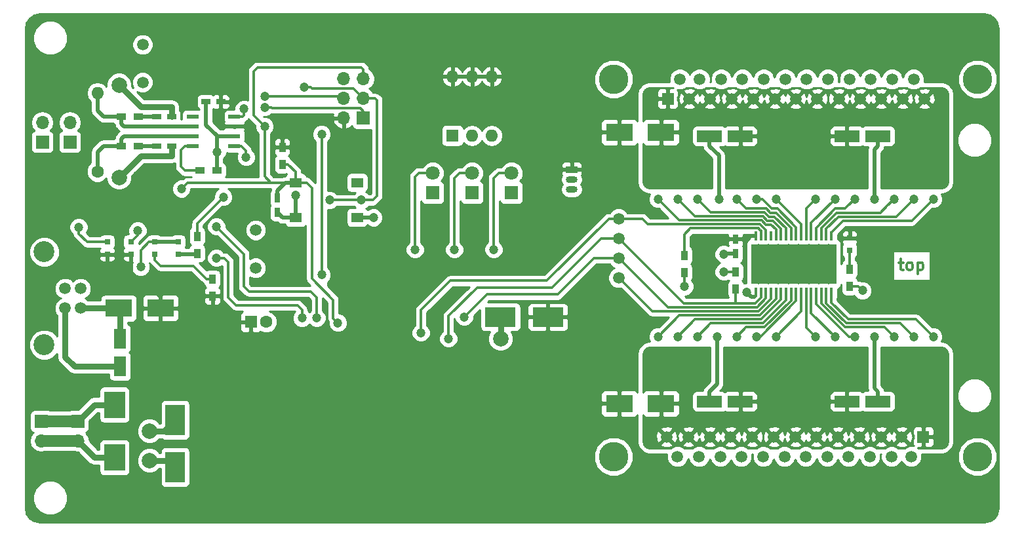
<source format=gtl>
%TF.GenerationSoftware,KiCad,Pcbnew,4.0.7*%
%TF.CreationDate,2018-01-21T19:25:00+01:00*%
%TF.ProjectId,blinCAN,626C696E43414E2E6B696361645F7063,0.1*%
%TF.FileFunction,Copper,L1,Top,Signal*%
%FSLAX46Y46*%
G04 Gerber Fmt 4.6, Leading zero omitted, Abs format (unit mm)*
G04 Created by KiCad (PCBNEW 4.0.7) date 01/21/18 19:25:00*
%MOMM*%
%LPD*%
G01*
G04 APERTURE LIST*
%ADD10C,0.050000*%
%ADD11C,0.300000*%
%ADD12R,1.200000X0.750000*%
%ADD13R,0.800000X0.800000*%
%ADD14R,0.900000X1.200000*%
%ADD15R,1.200000X0.900000*%
%ADD16R,1.550000X1.300000*%
%ADD17C,1.500000*%
%ADD18R,1.800000X1.800000*%
%ADD19C,1.800000*%
%ADD20R,4.000000X2.500000*%
%ADD21R,2.500000X4.000000*%
%ADD22R,0.750000X1.200000*%
%ADD23R,2.700000X3.500000*%
%ADD24R,3.500000X2.300000*%
%ADD25R,1.600000X2.600000*%
%ADD26R,3.200000X1.500000*%
%ADD27R,1.600000X1.600000*%
%ADD28C,1.600000*%
%ADD29O,1.600000X1.600000*%
%ADD30R,1.700000X1.700000*%
%ADD31O,1.700000X1.700000*%
%ADD32C,1.520000*%
%ADD33C,2.700000*%
%ADD34C,3.810000*%
%ADD35R,1.520000X1.520000*%
%ADD36O,1.500000X0.900000*%
%ADD37R,1.500000X0.900000*%
%ADD38R,1.550000X0.600000*%
%ADD39R,0.400000X1.200000*%
%ADD40R,11.000000X5.200000*%
%ADD41C,1.330000*%
%ADD42R,4.360000X4.110000*%
%ADD43C,1.000000*%
%ADD44C,1.200000*%
%ADD45C,2.000000*%
%ADD46C,0.500000*%
%ADD47C,0.800000*%
%ADD48C,1.500000*%
%ADD49C,0.254000*%
G04 APERTURE END LIST*
D10*
D11*
X145296143Y-79307571D02*
X145867572Y-79307571D01*
X145510429Y-78807571D02*
X145510429Y-80093286D01*
X145581857Y-80236143D01*
X145724715Y-80307571D01*
X145867572Y-80307571D01*
X146581858Y-80307571D02*
X146439000Y-80236143D01*
X146367572Y-80164714D01*
X146296143Y-80021857D01*
X146296143Y-79593286D01*
X146367572Y-79450429D01*
X146439000Y-79379000D01*
X146581858Y-79307571D01*
X146796143Y-79307571D01*
X146939000Y-79379000D01*
X147010429Y-79450429D01*
X147081858Y-79593286D01*
X147081858Y-80021857D01*
X147010429Y-80164714D01*
X146939000Y-80236143D01*
X146796143Y-80307571D01*
X146581858Y-80307571D01*
X147724715Y-79307571D02*
X147724715Y-80807571D01*
X147724715Y-79379000D02*
X147867572Y-79307571D01*
X148153286Y-79307571D01*
X148296143Y-79379000D01*
X148367572Y-79450429D01*
X148439001Y-79593286D01*
X148439001Y-80021857D01*
X148367572Y-80164714D01*
X148296143Y-80236143D01*
X148153286Y-80307571D01*
X147867572Y-80307571D01*
X147724715Y-80236143D01*
D12*
X57719000Y-58547000D03*
X55819000Y-58547000D03*
X49469000Y-60452000D03*
X51369000Y-60452000D03*
X49469000Y-64262000D03*
X51369000Y-64262000D03*
D13*
X49149000Y-78270000D03*
X49149000Y-76670000D03*
X52197000Y-78270000D03*
X52197000Y-76670000D03*
X43053000Y-78270000D03*
X43053000Y-76670000D03*
X46101000Y-78270000D03*
X46101000Y-76670000D03*
D14*
X56642000Y-83650000D03*
X56642000Y-81450000D03*
X54673500Y-75925500D03*
X54673500Y-78125500D03*
D15*
X55034000Y-67437000D03*
X57234000Y-67437000D03*
X44874000Y-60452000D03*
X47074000Y-60452000D03*
X44874000Y-64262000D03*
X47074000Y-64262000D03*
D16*
X67399000Y-68997000D03*
X75349000Y-68997000D03*
X67399000Y-73497000D03*
X75349000Y-73497000D03*
D17*
X62230000Y-80010000D03*
X62230000Y-75130000D03*
X47625000Y-51152400D03*
X47625000Y-56032400D03*
D18*
X85090000Y-70281800D03*
D19*
X85090000Y-67741800D03*
D18*
X90170000Y-70281800D03*
D19*
X90170000Y-67741800D03*
D18*
X95250000Y-70281800D03*
D19*
X95250000Y-67741800D03*
D14*
X65659000Y-64432000D03*
X65659000Y-66632000D03*
D20*
X99951000Y-86360000D03*
X93851000Y-86360000D03*
D21*
X51841400Y-99667600D03*
X51841400Y-105767600D03*
D22*
X65024000Y-70932000D03*
X65024000Y-72832000D03*
D23*
X44018200Y-97692000D03*
X44018200Y-104492000D03*
D24*
X49944000Y-85217000D03*
X44544000Y-85217000D03*
D25*
X44704000Y-89132000D03*
X44704000Y-92732000D03*
D22*
X124206000Y-78166000D03*
X124206000Y-76266000D03*
D26*
X138589000Y-97282000D03*
X142589000Y-97282000D03*
X138589000Y-62992000D03*
X142589000Y-62992000D03*
X124809000Y-62992000D03*
X120809000Y-62992000D03*
X124809000Y-97282000D03*
X120809000Y-97282000D03*
D13*
X138938000Y-76162000D03*
X138938000Y-77762000D03*
D14*
X117602000Y-78402000D03*
X117602000Y-80602000D03*
X138938000Y-80180000D03*
X138938000Y-82380000D03*
X124206000Y-82761000D03*
X124206000Y-80561000D03*
D24*
X114587000Y-97536000D03*
X109187000Y-97536000D03*
X114587000Y-62484000D03*
X109187000Y-62484000D03*
D27*
X61595000Y-86995000D03*
D28*
X63595000Y-86995000D03*
D27*
X87630000Y-62915800D03*
D29*
X92710000Y-55295800D03*
X90170000Y-62915800D03*
X90170000Y-55295800D03*
X92710000Y-62915800D03*
X87630000Y-55295800D03*
D30*
X34544000Y-99822000D03*
D31*
X34544000Y-102362000D03*
D30*
X39268400Y-99822000D03*
D31*
X39268400Y-102362000D03*
D30*
X76123800Y-60655200D03*
D31*
X73583800Y-60655200D03*
X76123800Y-58115200D03*
X73583800Y-58115200D03*
X76123800Y-55575200D03*
X73583800Y-55575200D03*
D32*
X39624000Y-82677000D03*
X39624000Y-85217000D03*
X37624000Y-85217000D03*
X37624000Y-82677000D03*
D33*
X34924000Y-77947000D03*
X34924000Y-89947000D03*
D30*
X34671000Y-63754000D03*
D31*
X34671000Y-61214000D03*
D30*
X38227000Y-63754000D03*
D31*
X38227000Y-61214000D03*
D34*
X108448200Y-104394000D03*
X155438200Y-104394000D03*
D35*
X148458200Y-101854000D03*
D32*
X145668200Y-101854000D03*
X142998200Y-101854000D03*
X140198200Y-101854000D03*
X137408200Y-101854000D03*
X134618200Y-101854000D03*
X131948200Y-101854000D03*
X129158200Y-101854000D03*
X126358200Y-101854000D03*
X123568200Y-101854000D03*
X120898200Y-101854000D03*
X118108200Y-101854000D03*
X115308200Y-101854000D03*
X146888200Y-104394000D03*
X144348200Y-104394000D03*
X141548200Y-104394000D03*
X138808200Y-104394000D03*
X136058200Y-104394000D03*
X133268200Y-104394000D03*
X130528200Y-104394000D03*
X127778200Y-104394000D03*
X124938200Y-104394000D03*
X122248200Y-104394000D03*
X119498200Y-104394000D03*
X116708200Y-104394000D03*
D34*
X155453000Y-55626000D03*
X108463000Y-55626000D03*
D35*
X115443000Y-58166000D03*
D32*
X118233000Y-58166000D03*
X120903000Y-58166000D03*
X123703000Y-58166000D03*
X126493000Y-58166000D03*
X129283000Y-58166000D03*
X131953000Y-58166000D03*
X134743000Y-58166000D03*
X137543000Y-58166000D03*
X140333000Y-58166000D03*
X143003000Y-58166000D03*
X145793000Y-58166000D03*
X148593000Y-58166000D03*
X117013000Y-55626000D03*
X119553000Y-55626000D03*
X122353000Y-55626000D03*
X125093000Y-55626000D03*
X127843000Y-55626000D03*
X130633000Y-55626000D03*
X133373000Y-55626000D03*
X136123000Y-55626000D03*
X138963000Y-55626000D03*
X141653000Y-55626000D03*
X144403000Y-55626000D03*
X147193000Y-55626000D03*
D28*
X41783000Y-67564000D03*
D29*
X41783000Y-57404000D03*
D17*
X109093000Y-81280000D03*
X109093000Y-73660000D03*
X109093000Y-76200000D03*
X109093000Y-78740000D03*
D36*
X103047800Y-68580000D03*
X103047800Y-69850000D03*
D37*
X103047800Y-67310000D03*
D38*
X59476600Y-64262000D03*
X59476600Y-62992000D03*
X59476600Y-61722000D03*
X59476600Y-60452000D03*
X54076600Y-60452000D03*
X54076600Y-61722000D03*
X54076600Y-62992000D03*
X54076600Y-64262000D03*
D39*
X126824000Y-83152000D03*
X127474000Y-83152000D03*
X128124000Y-83152000D03*
X128774000Y-83152000D03*
X129424000Y-83152000D03*
X130074000Y-83152000D03*
X130724000Y-83152000D03*
X131374000Y-83152000D03*
X132024000Y-83152000D03*
X132674000Y-83152000D03*
X133324000Y-83152000D03*
X133974000Y-83152000D03*
X134624000Y-83152000D03*
X135274000Y-83152000D03*
X135924000Y-83152000D03*
X136574000Y-83152000D03*
X136574000Y-75852000D03*
X135924000Y-75852000D03*
X135274000Y-75852000D03*
X134624000Y-75852000D03*
X133974000Y-75852000D03*
X133324000Y-75852000D03*
X132674000Y-75852000D03*
X132024000Y-75852000D03*
X131374000Y-75852000D03*
X130724000Y-75852000D03*
X130074000Y-75852000D03*
X129424000Y-75852000D03*
X128774000Y-75852000D03*
X128124000Y-75852000D03*
X127474000Y-75852000D03*
X126824000Y-75852000D03*
D40*
X131699000Y-79502000D03*
D41*
X127149000Y-81452000D03*
X128449000Y-81452000D03*
X129749000Y-81452000D03*
X131049000Y-81452000D03*
X132349000Y-81452000D03*
X133649000Y-81452000D03*
X134949000Y-81452000D03*
X136249000Y-81452000D03*
X127149000Y-80152000D03*
X128449000Y-80152000D03*
X129749000Y-80152000D03*
X131049000Y-80152000D03*
X132349000Y-80152000D03*
X133649000Y-80152000D03*
X134949000Y-80152000D03*
X136249000Y-80152000D03*
X127149000Y-78852000D03*
X128449000Y-78852000D03*
X129749000Y-78852000D03*
X131049000Y-78852000D03*
X132349000Y-78852000D03*
X133649000Y-78852000D03*
X134949000Y-78852000D03*
X136249000Y-78852000D03*
X127149000Y-77552000D03*
X128449000Y-77552000D03*
X129749000Y-77552000D03*
X131049000Y-77552000D03*
X132349000Y-77552000D03*
X133649000Y-77552000D03*
X134949000Y-77552000D03*
X136249000Y-77552000D03*
D42*
X131699000Y-79502000D03*
D43*
X155829000Y-110490000D03*
X155829000Y-49530000D03*
X54229000Y-50292000D03*
X54229000Y-109728000D03*
D44*
X125603000Y-83185000D03*
X121793000Y-88900000D03*
X142113000Y-88900000D03*
X142113000Y-71120000D03*
X122047000Y-71120000D03*
X122682000Y-80518000D03*
X122682000Y-78232000D03*
X117602000Y-82423000D03*
X140589000Y-82931000D03*
X77444600Y-73507600D03*
X57234000Y-65024000D03*
D45*
X93853000Y-89154000D03*
D44*
X67373500Y-70612000D03*
D45*
X44577000Y-68326000D03*
X44577000Y-56388000D03*
X48514000Y-104902000D03*
D44*
X47371000Y-79883000D03*
X114173000Y-88900000D03*
X116713000Y-88900000D03*
X119253000Y-88900000D03*
X124333000Y-88900000D03*
X126873000Y-88900000D03*
X129413000Y-88900000D03*
X147193000Y-88900000D03*
X139573000Y-71120000D03*
X124333000Y-71120000D03*
X134493000Y-88900000D03*
X149733000Y-88900000D03*
X137033000Y-71120000D03*
X119253000Y-71120000D03*
X137033000Y-88900000D03*
X149733000Y-71120000D03*
X134493000Y-71120000D03*
X116713000Y-71120000D03*
X139573000Y-88900000D03*
X147193000Y-71120000D03*
X129413000Y-71120000D03*
X114173000Y-71120000D03*
X144653000Y-88900000D03*
X144653000Y-71120000D03*
X126873000Y-71120000D03*
X61671200Y-61976000D03*
X46532800Y-82753200D03*
D45*
X142367000Y-76962000D03*
X120269000Y-76962000D03*
D44*
X69088000Y-64452500D03*
D45*
X54864000Y-87757000D03*
D44*
X63376094Y-57845492D03*
X63373000Y-59245500D03*
X72834500Y-87122000D03*
X52641500Y-69786500D03*
X63373000Y-61722000D03*
X70739000Y-62738000D03*
X70739000Y-80899000D03*
X68453000Y-56642000D03*
X58039000Y-70866000D03*
X71755000Y-71247000D03*
X75878000Y-71247000D03*
X82804000Y-77647800D03*
X87884000Y-77647800D03*
X92964000Y-77622400D03*
D45*
X48514000Y-101092000D03*
D44*
X39370000Y-74739500D03*
X46990000Y-75184000D03*
X89154000Y-86360000D03*
X83566000Y-88392000D03*
X87122000Y-89154000D03*
X70104000Y-86487000D03*
X57150000Y-74676000D03*
X57150000Y-78740000D03*
X68199000Y-86487000D03*
X60985400Y-65709800D03*
X60706000Y-59486800D03*
D11*
X126824000Y-83615000D02*
X126654001Y-83784999D01*
D46*
X126654001Y-83784999D02*
X126202999Y-83784999D01*
X126202999Y-83784999D02*
X125603000Y-83185000D01*
D11*
X126824000Y-83152000D02*
X126824000Y-83615000D01*
D46*
X122047000Y-65480000D02*
X122047000Y-71120000D01*
X120809000Y-62992000D02*
X120809000Y-64242000D01*
X120809000Y-64242000D02*
X122047000Y-65480000D01*
X142113000Y-64718000D02*
X142113000Y-71120000D01*
X142589000Y-62992000D02*
X142589000Y-64242000D01*
X142589000Y-64242000D02*
X142113000Y-64718000D01*
X142113000Y-95556000D02*
X142113000Y-88900000D01*
X142589000Y-97282000D02*
X142589000Y-96032000D01*
X142589000Y-96032000D02*
X142113000Y-95556000D01*
X121793000Y-95048000D02*
X121793000Y-88900000D01*
X120809000Y-97282000D02*
X120809000Y-96032000D01*
X120809000Y-96032000D02*
X121793000Y-95048000D01*
D11*
X124206000Y-80561000D02*
X122725000Y-80561000D01*
X122725000Y-80561000D02*
X122682000Y-80518000D01*
D46*
X124206000Y-78166000D02*
X122748000Y-78166000D01*
X122748000Y-78166000D02*
X122682000Y-78232000D01*
D11*
X117602000Y-80602000D02*
X117602000Y-82423000D01*
X138938000Y-82380000D02*
X140038000Y-82380000D01*
X140038000Y-82380000D02*
X140589000Y-82931000D01*
D47*
X51369000Y-59184500D02*
X47373500Y-59184500D01*
X47373500Y-59184500D02*
X46863000Y-58674000D01*
X51369000Y-65529500D02*
X47373500Y-65529500D01*
X47373500Y-65529500D02*
X45849500Y-67053500D01*
X46863000Y-58674000D02*
X44577000Y-56388000D01*
X45849500Y-67053500D02*
X44577000Y-68326000D01*
X44018200Y-104492000D02*
X41398400Y-104492000D01*
X41398400Y-104492000D02*
X39268400Y-102362000D01*
D48*
X34544000Y-102362000D02*
X39268400Y-102362000D01*
D47*
X48514000Y-104902000D02*
X50975800Y-104902000D01*
X50975800Y-104902000D02*
X51841400Y-105767600D01*
D46*
X51497000Y-76670000D02*
X49149000Y-76670000D01*
D11*
X47371000Y-79883000D02*
X47371000Y-77748000D01*
X48449000Y-76670000D02*
X49149000Y-76670000D01*
X47371000Y-77748000D02*
X48449000Y-76670000D01*
D46*
X75349000Y-73497000D02*
X77434000Y-73497000D01*
D11*
X77434000Y-73497000D02*
X77444600Y-73507600D01*
D47*
X93853000Y-89154000D02*
X93853000Y-86362000D01*
D11*
X93853000Y-86362000D02*
X93851000Y-86360000D01*
D46*
X57234000Y-65024000D02*
X57234000Y-62949000D01*
X57234000Y-67437000D02*
X57234000Y-65024000D01*
X57234000Y-62949000D02*
X57277000Y-62992000D01*
X57277000Y-62992000D02*
X59469000Y-62992000D01*
X57234000Y-62949000D02*
X55819000Y-61534000D01*
X55819000Y-61534000D02*
X55819000Y-58547000D01*
X52197000Y-76670000D02*
X51497000Y-76670000D01*
X65689000Y-73497000D02*
X67399000Y-73497000D01*
X67399000Y-73497000D02*
X67399000Y-70637500D01*
X67399000Y-70637500D02*
X67373500Y-70612000D01*
X65689000Y-73497000D02*
X65024000Y-72832000D01*
D47*
X51369000Y-60452000D02*
X51369000Y-59184500D01*
X51369000Y-64937000D02*
X51369000Y-65529500D01*
X51369000Y-64262000D02*
X51369000Y-64937000D01*
D11*
X51369000Y-64937000D02*
X51371500Y-64939500D01*
D46*
X57213500Y-67457500D02*
X57234000Y-67437000D01*
D47*
X44704000Y-92732000D02*
X38820500Y-92732000D01*
X38820500Y-92732000D02*
X37624000Y-91535500D01*
X37624000Y-91535500D02*
X37624000Y-85217000D01*
D11*
X113411000Y-85598000D02*
X109981999Y-82168999D01*
X128774000Y-83989124D02*
X127165124Y-85598000D01*
X109981999Y-82168999D02*
X109093000Y-81280000D01*
X128774000Y-83152000D02*
X128774000Y-83989124D01*
X127165124Y-85598000D02*
X113411000Y-85598000D01*
X116912029Y-86160971D02*
X114173000Y-88900000D01*
X129424000Y-83152000D02*
X129424000Y-84046246D01*
X129424000Y-84046246D02*
X127309275Y-86160971D01*
X127309275Y-86160971D02*
X116912029Y-86160971D01*
X118952021Y-86660979D02*
X116713000Y-88900000D01*
X130074000Y-83152000D02*
X130074000Y-84103368D01*
X130074000Y-84103368D02*
X127516389Y-86660979D01*
X127516389Y-86660979D02*
X118952021Y-86660979D01*
X120992011Y-87160989D02*
X119253000Y-88900000D01*
X130724000Y-83152000D02*
X130724000Y-84160490D01*
X130724000Y-84160490D02*
X127723501Y-87160989D01*
X127723501Y-87160989D02*
X120992011Y-87160989D01*
X125572001Y-87660999D02*
X124333000Y-88900000D01*
X131374000Y-83152000D02*
X131374000Y-84217612D01*
X131374000Y-84217612D02*
X127930613Y-87660999D01*
X127930613Y-87660999D02*
X125572001Y-87660999D01*
X127398734Y-88900000D02*
X126873000Y-88900000D01*
X132024000Y-83152000D02*
X132024000Y-84274734D01*
X132024000Y-84274734D02*
X127398734Y-88900000D01*
X132674000Y-85639000D02*
X129413000Y-88900000D01*
X132674000Y-83152000D02*
X132674000Y-85639000D01*
X146304001Y-88011001D02*
X147193000Y-88900000D01*
X145453989Y-87160989D02*
X146304001Y-88011001D01*
X135924000Y-84561122D02*
X138523867Y-87160989D01*
X135924000Y-83152000D02*
X135924000Y-84561122D01*
X138523867Y-87160989D02*
X145453989Y-87160989D01*
X138684001Y-72008999D02*
X139573000Y-71120000D01*
X138333999Y-72359001D02*
X138684001Y-72008999D01*
X137102755Y-72359001D02*
X138333999Y-72359001D01*
X134624000Y-74837756D02*
X137102755Y-72359001D01*
X134624000Y-75852000D02*
X134624000Y-74837756D01*
X125221999Y-72008999D02*
X124333000Y-71120000D01*
X125572001Y-72359001D02*
X125221999Y-72008999D01*
X128710887Y-72897999D02*
X128171889Y-72359001D01*
X129434244Y-72898000D02*
X128710887Y-72897999D01*
X131374000Y-74837756D02*
X129434244Y-72898000D01*
X131374000Y-75852000D02*
X131374000Y-74837756D01*
X128171889Y-72359001D02*
X125572001Y-72359001D01*
X133324000Y-87731000D02*
X134493000Y-88900000D01*
X133324000Y-83152000D02*
X133324000Y-87731000D01*
X148844001Y-88011001D02*
X149733000Y-88900000D01*
X136574000Y-84504000D02*
X138730978Y-86660978D01*
X138730978Y-86660978D02*
X147493978Y-86660978D01*
X147493978Y-86660978D02*
X148844001Y-88011001D01*
X136574000Y-83152000D02*
X136574000Y-84504000D01*
X133974000Y-74179000D02*
X137033000Y-71120000D01*
X133974000Y-75852000D02*
X133974000Y-74179000D01*
X120141999Y-72008999D02*
X119253000Y-71120000D01*
X120992010Y-72859010D02*
X120141999Y-72008999D01*
X127964776Y-72859010D02*
X120992010Y-72859010D01*
X128503776Y-73398010D02*
X127964776Y-72859010D01*
X128566810Y-73398010D02*
X128503776Y-73398010D01*
X129235122Y-73406000D02*
X128574800Y-73406000D01*
X128574800Y-73406000D02*
X128566810Y-73398010D01*
X128566810Y-73398010D02*
X128520092Y-73398010D01*
X130724000Y-75852000D02*
X130724000Y-74894878D01*
X130724000Y-74894878D02*
X129235122Y-73406000D01*
X133974000Y-85841000D02*
X137033000Y-88900000D01*
X133974000Y-83152000D02*
X133974000Y-85841000D01*
X146939000Y-73914000D02*
X149733000Y-71120000D01*
X138112000Y-73914000D02*
X146939000Y-73914000D01*
X136574000Y-75852000D02*
X136574000Y-75452000D01*
X136574000Y-75452000D02*
X138112000Y-73914000D01*
X133324000Y-72289000D02*
X134493000Y-71120000D01*
X133324000Y-75852000D02*
X133324000Y-72289000D01*
X117601999Y-72008999D02*
X116713000Y-71120000D01*
X118952021Y-73359021D02*
X117601999Y-72008999D01*
X128965133Y-73906009D02*
X128492253Y-73906009D01*
X128300621Y-73901977D02*
X127757665Y-73359021D01*
X129028010Y-73906010D02*
X128965133Y-73906009D01*
X130074000Y-74952000D02*
X129028010Y-73906010D01*
X128492253Y-73906009D02*
X128488221Y-73901977D01*
X130074000Y-75852000D02*
X130074000Y-74952000D01*
X127757665Y-73359021D02*
X118952021Y-73359021D01*
X128488221Y-73901977D02*
X128300621Y-73901977D01*
X138848634Y-88900000D02*
X139573000Y-88900000D01*
X134624000Y-84675366D02*
X138848634Y-88900000D01*
X134624000Y-83152000D02*
X134624000Y-84675366D01*
X144907000Y-73406000D02*
X147193000Y-71120000D01*
X137470000Y-73406000D02*
X144907000Y-73406000D01*
X135924000Y-74952000D02*
X137470000Y-73406000D01*
X135924000Y-75852000D02*
X135924000Y-74952000D01*
X132674000Y-74381000D02*
X129413000Y-71120000D01*
X132674000Y-75852000D02*
X132674000Y-74381000D01*
X115061999Y-72008999D02*
X114173000Y-71120000D01*
X128281110Y-74401988D02*
X128093510Y-74401988D01*
X128285142Y-74406020D02*
X128281110Y-74401988D01*
X128758022Y-74406020D02*
X128285142Y-74406020D01*
X129424000Y-75852000D02*
X129424000Y-75071998D01*
X129424000Y-75071998D02*
X128758022Y-74406020D01*
X128093510Y-74401988D02*
X127550554Y-73859032D01*
X127550554Y-73859032D02*
X116912032Y-73859032D01*
X116912032Y-73859032D02*
X115061999Y-72008999D01*
X143764001Y-88011001D02*
X144653000Y-88900000D01*
X143413999Y-87660999D02*
X143764001Y-88011001D01*
X138316755Y-87660999D02*
X143413999Y-87660999D01*
X135274000Y-84618244D02*
X138316755Y-87660999D01*
X135274000Y-83152000D02*
X135274000Y-84618244D01*
X143764001Y-72008999D02*
X144653000Y-71120000D01*
X142875000Y-72898000D02*
X143764001Y-72008999D01*
X137270878Y-72898000D02*
X142875000Y-72898000D01*
X135274000Y-74894878D02*
X137270878Y-72898000D01*
X135274000Y-75852000D02*
X135274000Y-74894878D01*
X127656322Y-71120000D02*
X126873000Y-71120000D01*
X128895323Y-72359001D02*
X127656322Y-71120000D01*
X132024000Y-75852000D02*
X132024000Y-74780634D01*
X129602367Y-72359001D02*
X128895323Y-72359001D01*
X132024000Y-74780634D02*
X129602367Y-72359001D01*
D46*
X46532800Y-82753200D02*
X48930200Y-82753200D01*
X49944000Y-83767000D02*
X49944000Y-85217000D01*
X48930200Y-82753200D02*
X49944000Y-83767000D01*
X46101000Y-78270000D02*
X46101000Y-82321400D01*
X46101000Y-82321400D02*
X46532800Y-82753200D01*
D11*
X125951000Y-75852000D02*
X125603000Y-76200000D01*
X126824000Y-75852000D02*
X125951000Y-75852000D01*
X124206000Y-76266000D02*
X120965000Y-76266000D01*
X120965000Y-76266000D02*
X120269000Y-76962000D01*
D47*
X44704000Y-89132000D02*
X44704000Y-85377000D01*
X44704000Y-85377000D02*
X44544000Y-85217000D01*
X44544000Y-85217000D02*
X42494000Y-85217000D01*
X42494000Y-85217000D02*
X39624000Y-85217000D01*
D11*
X63376094Y-57845492D02*
X73339492Y-57845492D01*
X73339492Y-57845492D02*
X73596500Y-58102500D01*
X63373000Y-59245500D02*
X64221528Y-59245500D01*
X64221528Y-59245500D02*
X64348528Y-59372500D01*
X64348528Y-59372500D02*
X75755500Y-59372500D01*
X75755500Y-59372500D02*
X76136500Y-59753500D01*
X76136500Y-59753500D02*
X76136500Y-60642500D01*
X64198500Y-69024500D02*
X53403500Y-69024500D01*
X53403500Y-69024500D02*
X52641500Y-69786500D01*
X72834500Y-87122000D02*
X72234501Y-86522001D01*
X72234501Y-86522001D02*
X72234501Y-84172501D01*
X72234501Y-84172501D02*
X69469000Y-81407000D01*
X69469000Y-81407000D02*
X69469000Y-69659500D01*
X69469000Y-69659500D02*
X68806500Y-68997000D01*
X68806500Y-68997000D02*
X67399000Y-68997000D01*
X65659000Y-66632000D02*
X66409000Y-66632000D01*
X66409000Y-66632000D02*
X67399000Y-67622000D01*
X67399000Y-67622000D02*
X67399000Y-68047000D01*
X67399000Y-68047000D02*
X67399000Y-68997000D01*
X67711500Y-68684500D02*
X67399000Y-68997000D01*
X64198500Y-69024500D02*
X66230500Y-69024500D01*
D46*
X66230500Y-69024500D02*
X67371500Y-69024500D01*
X65024000Y-70932000D02*
X65024000Y-70032000D01*
X65024000Y-70032000D02*
X66031500Y-69024500D01*
X66031500Y-69024500D02*
X66230500Y-69024500D01*
D11*
X63373000Y-61722000D02*
X63373000Y-68199000D01*
X63373000Y-68199000D02*
X64198500Y-69024500D01*
X67524000Y-68997000D02*
X67399000Y-68997000D01*
X66734000Y-68997000D02*
X67399000Y-68997000D01*
X67371500Y-69024500D02*
X67399000Y-68997000D01*
X63373000Y-61722000D02*
X61976000Y-60325000D01*
X61976000Y-60325000D02*
X61976000Y-54610000D01*
X61976000Y-54610000D02*
X62484000Y-54102000D01*
X75897314Y-54102000D02*
X76136500Y-54341186D01*
X76136500Y-54341186D02*
X76136500Y-55562500D01*
X62484000Y-54102000D02*
X75897314Y-54102000D01*
X70739000Y-72199500D02*
X70739000Y-80899000D01*
X70739000Y-62738000D02*
X70739000Y-72199500D01*
X76123800Y-58115200D02*
X77673200Y-58115200D01*
X77673200Y-58115200D02*
X77901800Y-58343800D01*
X77901800Y-58343800D02*
X77901800Y-70688200D01*
X77901800Y-70688200D02*
X77343000Y-71247000D01*
X77343000Y-71247000D02*
X75878000Y-71247000D01*
X68453000Y-56642000D02*
X69301528Y-56642000D01*
X69301528Y-56642000D02*
X69504728Y-56845200D01*
X69504728Y-56845200D02*
X74853800Y-56845200D01*
X74853800Y-56845200D02*
X76123800Y-58115200D01*
X54673500Y-75925500D02*
X54673500Y-74231500D01*
X54673500Y-74231500D02*
X58039000Y-70866000D01*
X75878000Y-71247000D02*
X71755000Y-71247000D01*
X82804000Y-77647800D02*
X82804000Y-68249800D01*
X82804000Y-68249800D02*
X83312000Y-67741800D01*
X83312000Y-67741800D02*
X85090000Y-67741800D01*
X87884000Y-68427600D02*
X88569800Y-67741800D01*
X88569800Y-67741800D02*
X90170000Y-67741800D01*
X87884000Y-77647800D02*
X87884000Y-68427600D01*
X92964000Y-77622400D02*
X92964000Y-68427600D01*
X92964000Y-68427600D02*
X93649800Y-67741800D01*
X93649800Y-67741800D02*
X95250000Y-67741800D01*
D47*
X48514000Y-101092000D02*
X50417000Y-101092000D01*
X50417000Y-101092000D02*
X51841400Y-99667600D01*
D46*
X44874000Y-60452000D02*
X42545000Y-60452000D01*
X42545000Y-60452000D02*
X41783000Y-59690000D01*
X41783000Y-59690000D02*
X41783000Y-57404000D01*
X45194000Y-61722000D02*
X54069000Y-61722000D01*
X45194000Y-61722000D02*
X44874000Y-61402000D01*
X44874000Y-61402000D02*
X44874000Y-60452000D01*
X44874000Y-64262000D02*
X42545000Y-64262000D01*
X42545000Y-64262000D02*
X41783000Y-65024000D01*
X41783000Y-65024000D02*
X41783000Y-67564000D01*
X45194000Y-62992000D02*
X54069000Y-62992000D01*
X45194000Y-62992000D02*
X44874000Y-63312000D01*
X44874000Y-63312000D02*
X44874000Y-64262000D01*
X47074000Y-60452000D02*
X49469000Y-60452000D01*
X47074000Y-64262000D02*
X49469000Y-64262000D01*
D47*
X44018200Y-97692000D02*
X41398400Y-97692000D01*
X41398400Y-97692000D02*
X39268400Y-99822000D01*
D48*
X34544000Y-99822000D02*
X39268400Y-99822000D01*
D11*
X56642000Y-81450000D02*
X55892000Y-81450000D01*
X55892000Y-81450000D02*
X54198000Y-79756000D01*
X49149000Y-78970000D02*
X49149000Y-78270000D01*
X54198000Y-79756000D02*
X49935000Y-79756000D01*
X49935000Y-79756000D02*
X49149000Y-78970000D01*
D46*
X52197000Y-78270000D02*
X54529000Y-78270000D01*
X54529000Y-78270000D02*
X54673500Y-78125500D01*
D11*
X39370000Y-74739500D02*
X39370000Y-75588028D01*
X39370000Y-75588028D02*
X40451972Y-76670000D01*
X40451972Y-76670000D02*
X41910000Y-76670000D01*
X41910000Y-76670000D02*
X43053000Y-76670000D01*
X46990000Y-75184000D02*
X46990000Y-75781000D01*
X46990000Y-75781000D02*
X46101000Y-76670000D01*
X138938000Y-77762000D02*
X138938000Y-80180000D01*
X128124000Y-83152000D02*
X128124000Y-83932002D01*
X128124000Y-83932002D02*
X126958012Y-85097990D01*
X126958012Y-85097990D02*
X115450990Y-85097990D01*
X115450990Y-85097990D02*
X109093000Y-78740000D01*
X109093000Y-78740000D02*
X105918000Y-78740000D01*
X105918000Y-78740000D02*
X101219000Y-83439000D01*
X101219000Y-83439000D02*
X92075000Y-83439000D01*
X92075000Y-83439000D02*
X89154000Y-86360000D01*
X109093000Y-73660000D02*
X112165316Y-73660000D01*
X112165316Y-73660000D02*
X112864358Y-74359042D01*
X112864358Y-74359042D02*
X127343444Y-74359042D01*
X127343444Y-74359042D02*
X128124000Y-75139600D01*
X128124000Y-75139600D02*
X128124000Y-75852000D01*
X109093000Y-73660000D02*
X107823000Y-73660000D01*
X107823000Y-73660000D02*
X99822000Y-81661000D01*
X99822000Y-81661000D02*
X87376000Y-81661000D01*
X87376000Y-81661000D02*
X83566000Y-85471000D01*
X83566000Y-85471000D02*
X83566000Y-88392000D01*
X127474000Y-83152000D02*
X127474000Y-83854000D01*
X126730020Y-84597980D02*
X124079000Y-84597980D01*
X124079000Y-84597980D02*
X117490980Y-84597980D01*
X124206000Y-82761000D02*
X124206000Y-84470980D01*
X124206000Y-84470980D02*
X124079000Y-84597980D01*
X117490980Y-84597980D02*
X109093000Y-76200000D01*
X127474000Y-83854000D02*
X126730020Y-84597980D01*
X109093000Y-76200000D02*
X106807000Y-76200000D01*
X106807000Y-76200000D02*
X100457000Y-82550000D01*
X100457000Y-82550000D02*
X90805000Y-82550000D01*
X90805000Y-82550000D02*
X87122000Y-86233000D01*
X87122000Y-86233000D02*
X87122000Y-89154000D01*
X70104000Y-86487000D02*
X70104000Y-83820000D01*
X70104000Y-83820000D02*
X69342000Y-83058000D01*
X69342000Y-83058000D02*
X61341000Y-83058000D01*
X61341000Y-83058000D02*
X60706000Y-82423000D01*
X60706000Y-82423000D02*
X60706000Y-78232000D01*
X60706000Y-78232000D02*
X57150000Y-74676000D01*
X68199000Y-86487000D02*
X68199000Y-85407500D01*
X68199000Y-85407500D02*
X67627500Y-84836000D01*
X67627500Y-84836000D02*
X59690000Y-84836000D01*
X59690000Y-84836000D02*
X58674000Y-83820000D01*
X58674000Y-83820000D02*
X58674000Y-79248000D01*
X58674000Y-79248000D02*
X58166000Y-78740000D01*
X58166000Y-78740000D02*
X57150000Y-78740000D01*
X53121000Y-64262000D02*
X54069000Y-64262000D01*
X52578000Y-66929000D02*
X53086000Y-67437000D01*
X53086000Y-67437000D02*
X55034000Y-67437000D01*
X52578000Y-64805000D02*
X52578000Y-66929000D01*
X53121000Y-64262000D02*
X52578000Y-64805000D01*
X127374001Y-75100801D02*
X127474000Y-75200800D01*
X127474000Y-75200800D02*
X127474000Y-75852000D01*
X127374001Y-75096721D02*
X127374001Y-75100801D01*
X118366601Y-74901999D02*
X117602000Y-75666600D01*
X117602000Y-75666600D02*
X117602000Y-78402000D01*
X127374001Y-75096721D02*
X127179279Y-74901999D01*
X127179279Y-74901999D02*
X118366601Y-74901999D01*
X59476600Y-64262000D02*
X60386128Y-64262000D01*
X60985400Y-64861272D02*
X60985400Y-65709800D01*
X60386128Y-64262000D02*
X60985400Y-64861272D01*
X60706000Y-60297600D02*
X60706000Y-59486800D01*
X59476600Y-60452000D02*
X60551600Y-60452000D01*
X60551600Y-60452000D02*
X60706000Y-60297600D01*
D49*
G36*
X157031989Y-47344152D02*
X157621170Y-47737830D01*
X158014848Y-48327011D01*
X158167000Y-49091931D01*
X158167000Y-110978869D01*
X158014848Y-111743789D01*
X157621170Y-112332970D01*
X157031989Y-112726648D01*
X156267069Y-112878800D01*
X34385331Y-112878800D01*
X33620411Y-112726648D01*
X33031230Y-112332970D01*
X32637552Y-111743789D01*
X32485400Y-110978869D01*
X32485400Y-110170619D01*
X33451613Y-110170619D01*
X33791155Y-110992372D01*
X34419321Y-111621636D01*
X35240481Y-111962611D01*
X36129619Y-111963387D01*
X36951372Y-111623845D01*
X37580636Y-110995679D01*
X37921611Y-110174519D01*
X37922387Y-109285381D01*
X37582845Y-108463628D01*
X36954679Y-107834364D01*
X36133519Y-107493389D01*
X35244381Y-107492613D01*
X34422628Y-107832155D01*
X33793364Y-108460321D01*
X33452389Y-109281481D01*
X33451613Y-110170619D01*
X32485400Y-110170619D01*
X32485400Y-102362000D01*
X33029907Y-102362000D01*
X33142946Y-102930285D01*
X33464853Y-103412054D01*
X33946622Y-103733961D01*
X34514907Y-103847000D01*
X34573093Y-103847000D01*
X35075827Y-103747000D01*
X38736573Y-103747000D01*
X39239307Y-103847000D01*
X39289688Y-103847000D01*
X40666542Y-105223853D01*
X40666544Y-105223856D01*
X40887543Y-105371522D01*
X41002323Y-105448215D01*
X41398400Y-105527001D01*
X41398405Y-105527000D01*
X42020760Y-105527000D01*
X42020760Y-106242000D01*
X42065038Y-106477317D01*
X42204110Y-106693441D01*
X42416310Y-106838431D01*
X42668200Y-106889440D01*
X45368200Y-106889440D01*
X45603517Y-106845162D01*
X45819641Y-106706090D01*
X45964631Y-106493890D01*
X46015640Y-106242000D01*
X46015640Y-105225795D01*
X46878716Y-105225795D01*
X47127106Y-105826943D01*
X47586637Y-106287278D01*
X48187352Y-106536716D01*
X48837795Y-106537284D01*
X49438943Y-106288894D01*
X49791453Y-105937000D01*
X49943960Y-105937000D01*
X49943960Y-107767600D01*
X49988238Y-108002917D01*
X50127310Y-108219041D01*
X50339510Y-108364031D01*
X50591400Y-108415040D01*
X53091400Y-108415040D01*
X53326717Y-108370762D01*
X53542841Y-108231690D01*
X53687831Y-108019490D01*
X53738840Y-107767600D01*
X53738840Y-104897021D01*
X105907760Y-104897021D01*
X106293637Y-105830915D01*
X107007527Y-106546052D01*
X107940746Y-106933559D01*
X108951221Y-106934440D01*
X109885115Y-106548563D01*
X110600252Y-105834673D01*
X110987759Y-104901454D01*
X110988640Y-103890979D01*
X110602763Y-102957085D01*
X109888873Y-102241948D01*
X108955654Y-101854441D01*
X107945179Y-101853560D01*
X107011285Y-102239437D01*
X106296148Y-102953327D01*
X105908641Y-103886546D01*
X105907760Y-104897021D01*
X53738840Y-104897021D01*
X53738840Y-103767600D01*
X53694562Y-103532283D01*
X53555490Y-103316159D01*
X53343290Y-103171169D01*
X53091400Y-103120160D01*
X50591400Y-103120160D01*
X50356083Y-103164438D01*
X50139959Y-103303510D01*
X49994969Y-103515710D01*
X49943960Y-103767600D01*
X49943960Y-103867000D01*
X49791029Y-103867000D01*
X49441363Y-103516722D01*
X48840648Y-103267284D01*
X48190205Y-103266716D01*
X47589057Y-103515106D01*
X47128722Y-103974637D01*
X46879284Y-104575352D01*
X46878716Y-105225795D01*
X46015640Y-105225795D01*
X46015640Y-102742000D01*
X45971362Y-102506683D01*
X45832290Y-102290559D01*
X45620090Y-102145569D01*
X45368200Y-102094560D01*
X42668200Y-102094560D01*
X42432883Y-102138838D01*
X42216759Y-102277910D01*
X42071769Y-102490110D01*
X42020760Y-102742000D01*
X42020760Y-103457000D01*
X41827111Y-103457000D01*
X40774134Y-102404023D01*
X40782493Y-102362000D01*
X40669454Y-101793715D01*
X40416937Y-101415795D01*
X46878716Y-101415795D01*
X47127106Y-102016943D01*
X47586637Y-102477278D01*
X48187352Y-102726716D01*
X48837795Y-102727284D01*
X49438943Y-102478894D01*
X49791453Y-102127000D01*
X50138958Y-102127000D01*
X50339510Y-102264031D01*
X50591400Y-102315040D01*
X53091400Y-102315040D01*
X53326717Y-102270762D01*
X53542841Y-102131690D01*
X53687831Y-101919490D01*
X53738840Y-101667600D01*
X53738840Y-97821750D01*
X106802000Y-97821750D01*
X106802000Y-98812310D01*
X106898673Y-99045699D01*
X107077302Y-99224327D01*
X107310691Y-99321000D01*
X108901250Y-99321000D01*
X109060000Y-99162250D01*
X109060000Y-97663000D01*
X106960750Y-97663000D01*
X106802000Y-97821750D01*
X53738840Y-97821750D01*
X53738840Y-97667600D01*
X53694562Y-97432283D01*
X53555490Y-97216159D01*
X53343290Y-97071169D01*
X53091400Y-97020160D01*
X50591400Y-97020160D01*
X50356083Y-97064438D01*
X50139959Y-97203510D01*
X49994969Y-97415710D01*
X49943960Y-97667600D01*
X49943960Y-100057000D01*
X49791029Y-100057000D01*
X49441363Y-99706722D01*
X48840648Y-99457284D01*
X48190205Y-99456716D01*
X47589057Y-99705106D01*
X47128722Y-100164637D01*
X46879284Y-100765352D01*
X46878716Y-101415795D01*
X40416937Y-101415795D01*
X40347547Y-101311946D01*
X40305948Y-101284150D01*
X40353717Y-101275162D01*
X40569841Y-101136090D01*
X40714831Y-100923890D01*
X40765840Y-100672000D01*
X40765840Y-99788272D01*
X41827111Y-98727000D01*
X42020760Y-98727000D01*
X42020760Y-99442000D01*
X42065038Y-99677317D01*
X42204110Y-99893441D01*
X42416310Y-100038431D01*
X42668200Y-100089440D01*
X45368200Y-100089440D01*
X45603517Y-100045162D01*
X45819641Y-99906090D01*
X45964631Y-99693890D01*
X46015640Y-99442000D01*
X46015640Y-96259690D01*
X106802000Y-96259690D01*
X106802000Y-97250250D01*
X106960750Y-97409000D01*
X109060000Y-97409000D01*
X109060000Y-95909750D01*
X108901250Y-95751000D01*
X107310691Y-95751000D01*
X107077302Y-95847673D01*
X106898673Y-96026301D01*
X106802000Y-96259690D01*
X46015640Y-96259690D01*
X46015640Y-95942000D01*
X45971362Y-95706683D01*
X45832290Y-95490559D01*
X45620090Y-95345569D01*
X45368200Y-95294560D01*
X42668200Y-95294560D01*
X42432883Y-95338838D01*
X42216759Y-95477910D01*
X42071769Y-95690110D01*
X42020760Y-95942000D01*
X42020760Y-96657000D01*
X41398405Y-96657000D01*
X41398400Y-96656999D01*
X41002323Y-96735785D01*
X40666544Y-96960144D01*
X40666542Y-96960147D01*
X39302128Y-98324560D01*
X38418400Y-98324560D01*
X38183083Y-98368838D01*
X38077156Y-98437000D01*
X35735797Y-98437000D01*
X35645890Y-98375569D01*
X35394000Y-98324560D01*
X33694000Y-98324560D01*
X33458683Y-98368838D01*
X33242559Y-98507910D01*
X33097569Y-98720110D01*
X33046560Y-98972000D01*
X33046560Y-100672000D01*
X33090838Y-100907317D01*
X33229910Y-101123441D01*
X33442110Y-101268431D01*
X33509541Y-101282086D01*
X33464853Y-101311946D01*
X33142946Y-101793715D01*
X33029907Y-102362000D01*
X32485400Y-102362000D01*
X32485400Y-90340109D01*
X32938657Y-90340109D01*
X33240218Y-91069943D01*
X33798120Y-91628819D01*
X34527427Y-91931654D01*
X35317109Y-91932343D01*
X36046943Y-91630782D01*
X36589000Y-91089670D01*
X36589000Y-91535495D01*
X36588999Y-91535500D01*
X36667785Y-91931577D01*
X36892144Y-92267356D01*
X38088642Y-93463853D01*
X38088644Y-93463856D01*
X38424423Y-93688215D01*
X38820500Y-93767001D01*
X38820505Y-93767000D01*
X43256560Y-93767000D01*
X43256560Y-94032000D01*
X43300838Y-94267317D01*
X43439910Y-94483441D01*
X43652110Y-94628431D01*
X43904000Y-94679440D01*
X45504000Y-94679440D01*
X45739317Y-94635162D01*
X45955441Y-94496090D01*
X46100431Y-94283890D01*
X46151440Y-94032000D01*
X46151440Y-91432000D01*
X46107162Y-91196683D01*
X45968090Y-90980559D01*
X45898289Y-90932866D01*
X45955441Y-90896090D01*
X46100431Y-90683890D01*
X46151440Y-90432000D01*
X46151440Y-88636579D01*
X82330786Y-88636579D01*
X82518408Y-89090657D01*
X82865515Y-89438371D01*
X83319266Y-89626785D01*
X83810579Y-89627214D01*
X84264657Y-89439592D01*
X84612371Y-89092485D01*
X84800785Y-88638734D01*
X84801214Y-88147421D01*
X84613592Y-87693343D01*
X84351000Y-87430292D01*
X84351000Y-85796158D01*
X87701158Y-82446000D01*
X89798842Y-82446000D01*
X86566921Y-85677921D01*
X86396755Y-85932593D01*
X86368578Y-86074250D01*
X86337000Y-86233000D01*
X86337000Y-88192600D01*
X86075629Y-88453515D01*
X85887215Y-88907266D01*
X85886786Y-89398579D01*
X86074408Y-89852657D01*
X86421515Y-90200371D01*
X86875266Y-90388785D01*
X87366579Y-90389214D01*
X87820657Y-90201592D01*
X88168371Y-89854485D01*
X88356785Y-89400734D01*
X88357214Y-88909421D01*
X88169592Y-88455343D01*
X87907000Y-88192292D01*
X87907000Y-86558158D01*
X87918837Y-86546321D01*
X87918786Y-86604579D01*
X88106408Y-87058657D01*
X88453515Y-87406371D01*
X88907266Y-87594785D01*
X89398579Y-87595214D01*
X89852657Y-87407592D01*
X90200371Y-87060485D01*
X90388785Y-86606734D01*
X90389110Y-86235048D01*
X91203560Y-85420598D01*
X91203560Y-87610000D01*
X91247838Y-87845317D01*
X91386910Y-88061441D01*
X91599110Y-88206431D01*
X91851000Y-88257440D01*
X92454932Y-88257440D01*
X92218284Y-88827352D01*
X92217716Y-89477795D01*
X92466106Y-90078943D01*
X92925637Y-90539278D01*
X93526352Y-90788716D01*
X94176795Y-90789284D01*
X94777943Y-90540894D01*
X95238278Y-90081363D01*
X95487716Y-89480648D01*
X95488284Y-88830205D01*
X95251622Y-88257440D01*
X95851000Y-88257440D01*
X96086317Y-88213162D01*
X96302441Y-88074090D01*
X96447431Y-87861890D01*
X96498440Y-87610000D01*
X96498440Y-86645750D01*
X97316000Y-86645750D01*
X97316000Y-87736310D01*
X97412673Y-87969699D01*
X97591302Y-88148327D01*
X97824691Y-88245000D01*
X99665250Y-88245000D01*
X99824000Y-88086250D01*
X99824000Y-86487000D01*
X100078000Y-86487000D01*
X100078000Y-88086250D01*
X100236750Y-88245000D01*
X102077309Y-88245000D01*
X102310698Y-88148327D01*
X102489327Y-87969699D01*
X102586000Y-87736310D01*
X102586000Y-86645750D01*
X102427250Y-86487000D01*
X100078000Y-86487000D01*
X99824000Y-86487000D01*
X97474750Y-86487000D01*
X97316000Y-86645750D01*
X96498440Y-86645750D01*
X96498440Y-85110000D01*
X96474674Y-84983690D01*
X97316000Y-84983690D01*
X97316000Y-86074250D01*
X97474750Y-86233000D01*
X99824000Y-86233000D01*
X99824000Y-84633750D01*
X100078000Y-84633750D01*
X100078000Y-86233000D01*
X102427250Y-86233000D01*
X102586000Y-86074250D01*
X102586000Y-84983690D01*
X102489327Y-84750301D01*
X102310698Y-84571673D01*
X102077309Y-84475000D01*
X100236750Y-84475000D01*
X100078000Y-84633750D01*
X99824000Y-84633750D01*
X99665250Y-84475000D01*
X97824691Y-84475000D01*
X97591302Y-84571673D01*
X97412673Y-84750301D01*
X97316000Y-84983690D01*
X96474674Y-84983690D01*
X96454162Y-84874683D01*
X96315090Y-84658559D01*
X96102890Y-84513569D01*
X95851000Y-84462560D01*
X92161598Y-84462560D01*
X92400158Y-84224000D01*
X101219000Y-84224000D01*
X101519407Y-84164245D01*
X101774079Y-83994079D01*
X106243157Y-79525000D01*
X107919651Y-79525000D01*
X108307436Y-79913461D01*
X108539870Y-80009976D01*
X108309485Y-80105169D01*
X107919539Y-80494436D01*
X107708241Y-81003298D01*
X107707760Y-81554285D01*
X107918169Y-82063515D01*
X108307436Y-82453461D01*
X108816298Y-82664759D01*
X109367285Y-82665240D01*
X109367849Y-82665007D01*
X112855921Y-86153079D01*
X113110594Y-86323245D01*
X113411000Y-86383000D01*
X115579842Y-86383000D01*
X114297734Y-87665108D01*
X113928421Y-87664786D01*
X113474343Y-87852408D01*
X113126629Y-88199515D01*
X112938215Y-88653266D01*
X112937786Y-89144579D01*
X113100744Y-89538965D01*
X113017118Y-89547201D01*
X112634435Y-89623321D01*
X112405530Y-89718137D01*
X112081106Y-89934910D01*
X111905910Y-90110106D01*
X111689137Y-90434530D01*
X111594321Y-90663435D01*
X111518201Y-91046118D01*
X111506000Y-91170000D01*
X111506000Y-96100352D01*
X111475327Y-96026301D01*
X111296698Y-95847673D01*
X111063309Y-95751000D01*
X109472750Y-95751000D01*
X109314000Y-95909750D01*
X109314000Y-97409000D01*
X109334000Y-97409000D01*
X109334000Y-97663000D01*
X109314000Y-97663000D01*
X109314000Y-99162250D01*
X109472750Y-99321000D01*
X111063309Y-99321000D01*
X111296698Y-99224327D01*
X111475327Y-99045699D01*
X111506000Y-98971648D01*
X111506000Y-102428800D01*
X111518201Y-102552682D01*
X111594321Y-102935365D01*
X111689137Y-103164270D01*
X111905910Y-103488694D01*
X112081106Y-103663890D01*
X112405530Y-103880663D01*
X112634435Y-103975479D01*
X113017118Y-104051599D01*
X113141000Y-104063800D01*
X115334827Y-104063800D01*
X115313442Y-104115300D01*
X115312958Y-104670265D01*
X115524887Y-105183172D01*
X115916964Y-105575934D01*
X116429500Y-105788758D01*
X116984465Y-105789242D01*
X117497372Y-105577313D01*
X117890134Y-105185236D01*
X118102958Y-104672700D01*
X118102960Y-104670270D01*
X118314887Y-105183172D01*
X118706964Y-105575934D01*
X119219500Y-105788758D01*
X119774465Y-105789242D01*
X120287372Y-105577313D01*
X120680134Y-105185236D01*
X120873413Y-104719770D01*
X121064887Y-105183172D01*
X121456964Y-105575934D01*
X121969500Y-105788758D01*
X122524465Y-105789242D01*
X123037372Y-105577313D01*
X123430134Y-105185236D01*
X123593339Y-104792196D01*
X123754887Y-105183172D01*
X124146964Y-105575934D01*
X124659500Y-105788758D01*
X125214465Y-105789242D01*
X125727372Y-105577313D01*
X126120134Y-105185236D01*
X126332958Y-104672700D01*
X126333442Y-104117735D01*
X126311156Y-104063800D01*
X126404827Y-104063800D01*
X126383442Y-104115300D01*
X126382958Y-104670265D01*
X126594887Y-105183172D01*
X126986964Y-105575934D01*
X127499500Y-105788758D01*
X128054465Y-105789242D01*
X128567372Y-105577313D01*
X128960134Y-105185236D01*
X129153413Y-104719770D01*
X129344887Y-105183172D01*
X129736964Y-105575934D01*
X130249500Y-105788758D01*
X130804465Y-105789242D01*
X131317372Y-105577313D01*
X131710134Y-105185236D01*
X131898401Y-104731841D01*
X132084887Y-105183172D01*
X132476964Y-105575934D01*
X132989500Y-105788758D01*
X133544465Y-105789242D01*
X134057372Y-105577313D01*
X134450134Y-105185236D01*
X134662958Y-104672700D01*
X134662960Y-104670270D01*
X134874887Y-105183172D01*
X135266964Y-105575934D01*
X135779500Y-105788758D01*
X136334465Y-105789242D01*
X136847372Y-105577313D01*
X137240134Y-105185236D01*
X137433413Y-104719770D01*
X137624887Y-105183172D01*
X138016964Y-105575934D01*
X138529500Y-105788758D01*
X139084465Y-105789242D01*
X139597372Y-105577313D01*
X139990134Y-105185236D01*
X140178401Y-104731841D01*
X140364887Y-105183172D01*
X140756964Y-105575934D01*
X141269500Y-105788758D01*
X141824465Y-105789242D01*
X142337372Y-105577313D01*
X142730134Y-105185236D01*
X142942958Y-104672700D01*
X142943442Y-104117735D01*
X142921156Y-104063800D01*
X142974827Y-104063800D01*
X142953442Y-104115300D01*
X142952958Y-104670265D01*
X143164887Y-105183172D01*
X143556964Y-105575934D01*
X144069500Y-105788758D01*
X144624465Y-105789242D01*
X145137372Y-105577313D01*
X145530134Y-105185236D01*
X145618154Y-104973262D01*
X145704887Y-105183172D01*
X146096964Y-105575934D01*
X146609500Y-105788758D01*
X147164465Y-105789242D01*
X147677372Y-105577313D01*
X148070134Y-105185236D01*
X148189811Y-104897021D01*
X152897760Y-104897021D01*
X153283637Y-105830915D01*
X153997527Y-106546052D01*
X154930746Y-106933559D01*
X155941221Y-106934440D01*
X156875115Y-106548563D01*
X157590252Y-105834673D01*
X157977759Y-104901454D01*
X157978640Y-103890979D01*
X157592763Y-102957085D01*
X156878873Y-102241948D01*
X155945654Y-101854441D01*
X154935179Y-101853560D01*
X154001285Y-102239437D01*
X153286148Y-102953327D01*
X152898641Y-103886546D01*
X152897760Y-104897021D01*
X148189811Y-104897021D01*
X148282958Y-104672700D01*
X148283442Y-104117735D01*
X148261156Y-104063800D01*
X150765000Y-104063800D01*
X150888882Y-104051599D01*
X151271565Y-103975479D01*
X151500470Y-103880663D01*
X151824894Y-103663890D01*
X152000090Y-103488694D01*
X152216863Y-103164270D01*
X152311679Y-102935365D01*
X152387799Y-102552682D01*
X152400000Y-102428800D01*
X152400000Y-96962619D01*
X152831613Y-96962619D01*
X153171155Y-97784372D01*
X153799321Y-98413636D01*
X154620481Y-98754611D01*
X155509619Y-98755387D01*
X156331372Y-98415845D01*
X156960636Y-97787679D01*
X157301611Y-96966519D01*
X157302387Y-96077381D01*
X156962845Y-95255628D01*
X156334679Y-94626364D01*
X155513519Y-94285389D01*
X154624381Y-94284613D01*
X153802628Y-94624155D01*
X153173364Y-95252321D01*
X152832389Y-96073481D01*
X152831613Y-96962619D01*
X152400000Y-96962619D01*
X152400000Y-91170000D01*
X152387799Y-91046118D01*
X152311679Y-90663435D01*
X152216863Y-90434530D01*
X152000090Y-90110106D01*
X151824894Y-89934910D01*
X151500470Y-89718137D01*
X151271565Y-89623321D01*
X150888882Y-89547201D01*
X150804930Y-89538933D01*
X150967785Y-89146734D01*
X150968214Y-88655421D01*
X150780592Y-88201343D01*
X150433485Y-87853629D01*
X149979734Y-87665215D01*
X149608048Y-87664890D01*
X148049057Y-86105899D01*
X147794385Y-85935733D01*
X147493978Y-85875978D01*
X139056135Y-85875978D01*
X137359000Y-84178842D01*
X137359000Y-84020620D01*
X137370431Y-84003890D01*
X137421440Y-83752000D01*
X137421440Y-82707585D01*
X137434317Y-82705162D01*
X137650441Y-82566090D01*
X137795431Y-82353890D01*
X137840560Y-82131036D01*
X137840560Y-82980000D01*
X137884838Y-83215317D01*
X138023910Y-83431441D01*
X138236110Y-83576431D01*
X138488000Y-83627440D01*
X139388000Y-83627440D01*
X139529491Y-83600817D01*
X139541408Y-83629657D01*
X139888515Y-83977371D01*
X140342266Y-84165785D01*
X140833579Y-84166214D01*
X141287657Y-83978592D01*
X141635371Y-83631485D01*
X141823785Y-83177734D01*
X141824214Y-82686421D01*
X141636592Y-82232343D01*
X141289485Y-81884629D01*
X140835734Y-81696215D01*
X140399887Y-81695834D01*
X140338407Y-81654755D01*
X140038000Y-81595000D01*
X140000630Y-81595000D01*
X139991162Y-81544683D01*
X139852090Y-81328559D01*
X139782289Y-81280866D01*
X139839441Y-81244090D01*
X139984431Y-81031890D01*
X140035440Y-80780000D01*
X140035440Y-79580000D01*
X139991162Y-79344683D01*
X139852090Y-79128559D01*
X139723000Y-79040356D01*
X139723000Y-78668844D01*
X139789441Y-78626090D01*
X139934431Y-78413890D01*
X139985440Y-78162000D01*
X139985440Y-77794000D01*
X144518286Y-77794000D01*
X144518286Y-81614000D01*
X149359715Y-81614000D01*
X149359715Y-77794000D01*
X144518286Y-77794000D01*
X139985440Y-77794000D01*
X139985440Y-77362000D01*
X139941162Y-77126683D01*
X139835518Y-76962507D01*
X139876327Y-76921698D01*
X139973000Y-76688309D01*
X139973000Y-76447750D01*
X139814250Y-76289000D01*
X139065000Y-76289000D01*
X139065000Y-76309000D01*
X138811000Y-76309000D01*
X138811000Y-76289000D01*
X138061750Y-76289000D01*
X137903000Y-76447750D01*
X137903000Y-76688309D01*
X137999673Y-76921698D01*
X138041634Y-76963660D01*
X137941569Y-77110110D01*
X137890560Y-77362000D01*
X137890560Y-78162000D01*
X137934838Y-78397317D01*
X138073910Y-78613441D01*
X138153000Y-78667481D01*
X138153000Y-79040982D01*
X138036559Y-79115910D01*
X137891569Y-79328110D01*
X137846440Y-79550964D01*
X137846440Y-76902000D01*
X137802162Y-76666683D01*
X137663090Y-76450559D01*
X137450890Y-76305569D01*
X137421440Y-76299605D01*
X137421440Y-75714718D01*
X137500466Y-75635691D01*
X137903000Y-75635691D01*
X137903000Y-75876250D01*
X138061750Y-76035000D01*
X138811000Y-76035000D01*
X138811000Y-75285750D01*
X139065000Y-75285750D01*
X139065000Y-76035000D01*
X139814250Y-76035000D01*
X139973000Y-75876250D01*
X139973000Y-75635691D01*
X139876327Y-75402302D01*
X139697699Y-75223673D01*
X139464310Y-75127000D01*
X139223750Y-75127000D01*
X139065000Y-75285750D01*
X138811000Y-75285750D01*
X138652250Y-75127000D01*
X138411690Y-75127000D01*
X138178301Y-75223673D01*
X137999673Y-75402302D01*
X137903000Y-75635691D01*
X137500466Y-75635691D01*
X138437157Y-74699000D01*
X146939000Y-74699000D01*
X147239407Y-74639245D01*
X147494079Y-74469079D01*
X149608266Y-72354892D01*
X149977579Y-72355214D01*
X150431657Y-72167592D01*
X150779371Y-71820485D01*
X150967785Y-71366734D01*
X150968214Y-70875421D01*
X150805256Y-70481035D01*
X150888882Y-70472799D01*
X151271565Y-70396679D01*
X151500470Y-70301863D01*
X151824894Y-70085090D01*
X152000090Y-69909894D01*
X152216863Y-69585470D01*
X152311679Y-69356565D01*
X152387799Y-68973882D01*
X152400000Y-68850000D01*
X152400000Y-63942619D01*
X152831613Y-63942619D01*
X153171155Y-64764372D01*
X153799321Y-65393636D01*
X154620481Y-65734611D01*
X155509619Y-65735387D01*
X156331372Y-65395845D01*
X156960636Y-64767679D01*
X157301611Y-63946519D01*
X157302387Y-63057381D01*
X156962845Y-62235628D01*
X156334679Y-61606364D01*
X155513519Y-61265389D01*
X154624381Y-61264613D01*
X153802628Y-61604155D01*
X153173364Y-62232321D01*
X152832389Y-63053481D01*
X152831613Y-63942619D01*
X152400000Y-63942619D01*
X152400000Y-57591200D01*
X152387799Y-57467318D01*
X152311679Y-57084635D01*
X152216863Y-56855730D01*
X152000090Y-56531306D01*
X151824894Y-56356110D01*
X151500470Y-56139337D01*
X151475566Y-56129021D01*
X152912560Y-56129021D01*
X153298437Y-57062915D01*
X154012327Y-57778052D01*
X154945546Y-58165559D01*
X155956021Y-58166440D01*
X156889915Y-57780563D01*
X157605052Y-57066673D01*
X157992559Y-56133454D01*
X157993440Y-55122979D01*
X157607563Y-54189085D01*
X156893673Y-53473948D01*
X155960454Y-53086441D01*
X154949979Y-53085560D01*
X154016085Y-53471437D01*
X153300948Y-54185327D01*
X152913441Y-55118546D01*
X152912560Y-56129021D01*
X151475566Y-56129021D01*
X151271565Y-56044521D01*
X150888882Y-55968401D01*
X150765000Y-55956200D01*
X148566373Y-55956200D01*
X148587758Y-55904700D01*
X148588242Y-55349735D01*
X148376313Y-54836828D01*
X147984236Y-54444066D01*
X147471700Y-54231242D01*
X146916735Y-54230758D01*
X146403828Y-54442687D01*
X146011066Y-54834764D01*
X145798242Y-55347300D01*
X145798240Y-55349730D01*
X145586313Y-54836828D01*
X145194236Y-54444066D01*
X144681700Y-54231242D01*
X144126735Y-54230758D01*
X143613828Y-54442687D01*
X143221066Y-54834764D01*
X143027787Y-55300230D01*
X142836313Y-54836828D01*
X142444236Y-54444066D01*
X141931700Y-54231242D01*
X141376735Y-54230758D01*
X140863828Y-54442687D01*
X140471066Y-54834764D01*
X140307861Y-55227804D01*
X140146313Y-54836828D01*
X139754236Y-54444066D01*
X139241700Y-54231242D01*
X138686735Y-54230758D01*
X138173828Y-54442687D01*
X137781066Y-54834764D01*
X137568242Y-55347300D01*
X137567758Y-55902265D01*
X137590044Y-55956200D01*
X137496373Y-55956200D01*
X137517758Y-55904700D01*
X137518242Y-55349735D01*
X137306313Y-54836828D01*
X136914236Y-54444066D01*
X136401700Y-54231242D01*
X135846735Y-54230758D01*
X135333828Y-54442687D01*
X134941066Y-54834764D01*
X134747787Y-55300230D01*
X134556313Y-54836828D01*
X134164236Y-54444066D01*
X133651700Y-54231242D01*
X133096735Y-54230758D01*
X132583828Y-54442687D01*
X132191066Y-54834764D01*
X132002799Y-55288159D01*
X131816313Y-54836828D01*
X131424236Y-54444066D01*
X130911700Y-54231242D01*
X130356735Y-54230758D01*
X129843828Y-54442687D01*
X129451066Y-54834764D01*
X129238242Y-55347300D01*
X129238240Y-55349730D01*
X129026313Y-54836828D01*
X128634236Y-54444066D01*
X128121700Y-54231242D01*
X127566735Y-54230758D01*
X127053828Y-54442687D01*
X126661066Y-54834764D01*
X126467787Y-55300230D01*
X126276313Y-54836828D01*
X125884236Y-54444066D01*
X125371700Y-54231242D01*
X124816735Y-54230758D01*
X124303828Y-54442687D01*
X123911066Y-54834764D01*
X123722799Y-55288159D01*
X123536313Y-54836828D01*
X123144236Y-54444066D01*
X122631700Y-54231242D01*
X122076735Y-54230758D01*
X121563828Y-54442687D01*
X121171066Y-54834764D01*
X120958242Y-55347300D01*
X120957758Y-55902265D01*
X120980044Y-55956200D01*
X120926373Y-55956200D01*
X120947758Y-55904700D01*
X120948242Y-55349735D01*
X120736313Y-54836828D01*
X120344236Y-54444066D01*
X119831700Y-54231242D01*
X119276735Y-54230758D01*
X118763828Y-54442687D01*
X118371066Y-54834764D01*
X118283046Y-55046738D01*
X118196313Y-54836828D01*
X117804236Y-54444066D01*
X117291700Y-54231242D01*
X116736735Y-54230758D01*
X116223828Y-54442687D01*
X115831066Y-54834764D01*
X115618242Y-55347300D01*
X115617758Y-55902265D01*
X115640044Y-55956200D01*
X113141000Y-55956200D01*
X113017118Y-55968401D01*
X112634435Y-56044521D01*
X112405530Y-56139337D01*
X112081106Y-56356110D01*
X111905910Y-56531306D01*
X111689137Y-56855730D01*
X111594321Y-57084635D01*
X111518201Y-57467318D01*
X111506000Y-57591200D01*
X111506000Y-61048352D01*
X111475327Y-60974301D01*
X111296698Y-60795673D01*
X111063309Y-60699000D01*
X109472750Y-60699000D01*
X109314000Y-60857750D01*
X109314000Y-62357000D01*
X109334000Y-62357000D01*
X109334000Y-62611000D01*
X109314000Y-62611000D01*
X109314000Y-64110250D01*
X109472750Y-64269000D01*
X111063309Y-64269000D01*
X111296698Y-64172327D01*
X111475327Y-63993699D01*
X111506000Y-63919648D01*
X111506000Y-68850000D01*
X111518201Y-68973882D01*
X111594321Y-69356565D01*
X111689137Y-69585470D01*
X111905910Y-69909894D01*
X112081106Y-70085090D01*
X112405530Y-70301863D01*
X112634435Y-70396679D01*
X113017118Y-70472799D01*
X113101070Y-70481067D01*
X112938215Y-70873266D01*
X112937786Y-71364579D01*
X113125408Y-71818657D01*
X113472515Y-72166371D01*
X113926266Y-72354785D01*
X114297952Y-72355110D01*
X115516884Y-73574042D01*
X113189516Y-73574042D01*
X112720395Y-73104921D01*
X112465723Y-72934755D01*
X112165316Y-72875000D01*
X110266349Y-72875000D01*
X109878564Y-72486539D01*
X109369702Y-72275241D01*
X108818715Y-72274760D01*
X108309485Y-72485169D01*
X107919539Y-72874436D01*
X107919305Y-72875000D01*
X107823000Y-72875000D01*
X107522594Y-72934755D01*
X107267921Y-73104921D01*
X99496842Y-80876000D01*
X87376000Y-80876000D01*
X87075594Y-80935755D01*
X86820921Y-81105921D01*
X83010921Y-84915921D01*
X82840755Y-85170593D01*
X82809644Y-85327000D01*
X82781000Y-85471000D01*
X82781000Y-87430600D01*
X82519629Y-87691515D01*
X82331215Y-88145266D01*
X82330786Y-88636579D01*
X46151440Y-88636579D01*
X46151440Y-87832000D01*
X46107162Y-87596683D01*
X45968090Y-87380559D01*
X45822015Y-87280750D01*
X60160000Y-87280750D01*
X60160000Y-87921310D01*
X60256673Y-88154699D01*
X60435302Y-88333327D01*
X60668691Y-88430000D01*
X61309250Y-88430000D01*
X61468000Y-88271250D01*
X61468000Y-87122000D01*
X60318750Y-87122000D01*
X60160000Y-87280750D01*
X45822015Y-87280750D01*
X45755890Y-87235569D01*
X45739000Y-87232149D01*
X45739000Y-87014440D01*
X46294000Y-87014440D01*
X46529317Y-86970162D01*
X46745441Y-86831090D01*
X46890431Y-86618890D01*
X46941440Y-86367000D01*
X46941440Y-85502750D01*
X47559000Y-85502750D01*
X47559000Y-86493310D01*
X47655673Y-86726699D01*
X47834302Y-86905327D01*
X48067691Y-87002000D01*
X49658250Y-87002000D01*
X49817000Y-86843250D01*
X49817000Y-85344000D01*
X50071000Y-85344000D01*
X50071000Y-86843250D01*
X50229750Y-87002000D01*
X51820309Y-87002000D01*
X52053698Y-86905327D01*
X52232327Y-86726699D01*
X52329000Y-86493310D01*
X52329000Y-85502750D01*
X52170250Y-85344000D01*
X50071000Y-85344000D01*
X49817000Y-85344000D01*
X47717750Y-85344000D01*
X47559000Y-85502750D01*
X46941440Y-85502750D01*
X46941440Y-84067000D01*
X46917674Y-83940690D01*
X47559000Y-83940690D01*
X47559000Y-84931250D01*
X47717750Y-85090000D01*
X49817000Y-85090000D01*
X49817000Y-83590750D01*
X50071000Y-83590750D01*
X50071000Y-85090000D01*
X52170250Y-85090000D01*
X52329000Y-84931250D01*
X52329000Y-83940690D01*
X52326954Y-83935750D01*
X55557000Y-83935750D01*
X55557000Y-84376309D01*
X55653673Y-84609698D01*
X55832301Y-84788327D01*
X56065690Y-84885000D01*
X56356250Y-84885000D01*
X56515000Y-84726250D01*
X56515000Y-83777000D01*
X56769000Y-83777000D01*
X56769000Y-84726250D01*
X56927750Y-84885000D01*
X57218310Y-84885000D01*
X57451699Y-84788327D01*
X57630327Y-84609698D01*
X57727000Y-84376309D01*
X57727000Y-83935750D01*
X57568250Y-83777000D01*
X56769000Y-83777000D01*
X56515000Y-83777000D01*
X55715750Y-83777000D01*
X55557000Y-83935750D01*
X52326954Y-83935750D01*
X52232327Y-83707301D01*
X52053698Y-83528673D01*
X51820309Y-83432000D01*
X50229750Y-83432000D01*
X50071000Y-83590750D01*
X49817000Y-83590750D01*
X49658250Y-83432000D01*
X48067691Y-83432000D01*
X47834302Y-83528673D01*
X47655673Y-83707301D01*
X47559000Y-83940690D01*
X46917674Y-83940690D01*
X46897162Y-83831683D01*
X46758090Y-83615559D01*
X46545890Y-83470569D01*
X46294000Y-83419560D01*
X42794000Y-83419560D01*
X42558683Y-83463838D01*
X42342559Y-83602910D01*
X42197569Y-83815110D01*
X42146560Y-84067000D01*
X42146560Y-84182000D01*
X40561914Y-84182000D01*
X40415236Y-84035066D01*
X40203262Y-83947046D01*
X40413172Y-83860313D01*
X40805934Y-83468236D01*
X41018758Y-82955700D01*
X41019242Y-82400735D01*
X40807313Y-81887828D01*
X40415236Y-81495066D01*
X39902700Y-81282242D01*
X39347735Y-81281758D01*
X38834828Y-81493687D01*
X38623976Y-81704171D01*
X38415236Y-81495066D01*
X37902700Y-81282242D01*
X37347735Y-81281758D01*
X36834828Y-81493687D01*
X36442066Y-81885764D01*
X36229242Y-82398300D01*
X36228758Y-82953265D01*
X36440687Y-83466172D01*
X36832764Y-83858934D01*
X37044738Y-83946954D01*
X36834828Y-84033687D01*
X36442066Y-84425764D01*
X36229242Y-84938300D01*
X36228758Y-85493265D01*
X36440687Y-86006172D01*
X36589000Y-86154744D01*
X36589000Y-88805242D01*
X36049880Y-88265181D01*
X35320573Y-87962346D01*
X34530891Y-87961657D01*
X33801057Y-88263218D01*
X33242181Y-88821120D01*
X32939346Y-89550427D01*
X32938657Y-90340109D01*
X32485400Y-90340109D01*
X32485400Y-78340109D01*
X32938657Y-78340109D01*
X33240218Y-79069943D01*
X33798120Y-79628819D01*
X34527427Y-79931654D01*
X35317109Y-79932343D01*
X36046943Y-79630782D01*
X36605819Y-79072880D01*
X36820550Y-78555750D01*
X42018000Y-78555750D01*
X42018000Y-78796309D01*
X42114673Y-79029698D01*
X42293301Y-79208327D01*
X42526690Y-79305000D01*
X42767250Y-79305000D01*
X42926000Y-79146250D01*
X42926000Y-78397000D01*
X43180000Y-78397000D01*
X43180000Y-79146250D01*
X43338750Y-79305000D01*
X43579310Y-79305000D01*
X43812699Y-79208327D01*
X43991327Y-79029698D01*
X44088000Y-78796309D01*
X44088000Y-78555750D01*
X45066000Y-78555750D01*
X45066000Y-78796309D01*
X45162673Y-79029698D01*
X45341301Y-79208327D01*
X45574690Y-79305000D01*
X45815250Y-79305000D01*
X45974000Y-79146250D01*
X45974000Y-78397000D01*
X45224750Y-78397000D01*
X45066000Y-78555750D01*
X44088000Y-78555750D01*
X43929250Y-78397000D01*
X43180000Y-78397000D01*
X42926000Y-78397000D01*
X42176750Y-78397000D01*
X42018000Y-78555750D01*
X36820550Y-78555750D01*
X36908654Y-78343573D01*
X36909343Y-77553891D01*
X36607782Y-76824057D01*
X36049880Y-76265181D01*
X35320573Y-75962346D01*
X34530891Y-75961657D01*
X33801057Y-76263218D01*
X33242181Y-76821120D01*
X32939346Y-77550427D01*
X32938657Y-78340109D01*
X32485400Y-78340109D01*
X32485400Y-74984079D01*
X38134786Y-74984079D01*
X38322408Y-75438157D01*
X38613115Y-75729373D01*
X38644755Y-75888435D01*
X38814921Y-76143107D01*
X39896891Y-77225076D01*
X39896893Y-77225079D01*
X40151566Y-77395245D01*
X40451972Y-77455000D01*
X42146156Y-77455000D01*
X42155482Y-77469493D01*
X42114673Y-77510302D01*
X42018000Y-77743691D01*
X42018000Y-77984250D01*
X42176750Y-78143000D01*
X42926000Y-78143000D01*
X42926000Y-78123000D01*
X43180000Y-78123000D01*
X43180000Y-78143000D01*
X43929250Y-78143000D01*
X44088000Y-77984250D01*
X44088000Y-77743691D01*
X43991327Y-77510302D01*
X43949366Y-77468340D01*
X44049431Y-77321890D01*
X44100440Y-77070000D01*
X44100440Y-76270000D01*
X44056162Y-76034683D01*
X43917090Y-75818559D01*
X43704890Y-75673569D01*
X43453000Y-75622560D01*
X42653000Y-75622560D01*
X42417683Y-75666838D01*
X42201559Y-75805910D01*
X42147519Y-75885000D01*
X40777129Y-75885000D01*
X40374206Y-75482076D01*
X40416371Y-75439985D01*
X40604785Y-74986234D01*
X40605214Y-74494921D01*
X40417592Y-74040843D01*
X40070485Y-73693129D01*
X39616734Y-73504715D01*
X39125421Y-73504286D01*
X38671343Y-73691908D01*
X38323629Y-74039015D01*
X38135215Y-74492766D01*
X38134786Y-74984079D01*
X32485400Y-74984079D01*
X32485400Y-67848187D01*
X40347752Y-67848187D01*
X40565757Y-68375800D01*
X40969077Y-68779824D01*
X41496309Y-68998750D01*
X42067187Y-68999248D01*
X42594800Y-68781243D01*
X42941904Y-68434744D01*
X42941716Y-68649795D01*
X43190106Y-69250943D01*
X43649637Y-69711278D01*
X44250352Y-69960716D01*
X44900795Y-69961284D01*
X45501943Y-69712894D01*
X45962278Y-69253363D01*
X46211716Y-68652648D01*
X46212151Y-68154560D01*
X46581353Y-67785358D01*
X46581356Y-67785356D01*
X47802211Y-66564500D01*
X51369000Y-66564500D01*
X51765077Y-66485715D01*
X51793000Y-66467058D01*
X51793000Y-66929000D01*
X51852755Y-67229407D01*
X52022921Y-67484079D01*
X52530919Y-67992076D01*
X52530921Y-67992079D01*
X52785594Y-68162245D01*
X53086000Y-68222000D01*
X53894982Y-68222000D01*
X53906243Y-68239500D01*
X53403500Y-68239500D01*
X53103094Y-68299255D01*
X52848421Y-68469421D01*
X52766234Y-68551608D01*
X52396921Y-68551286D01*
X51942843Y-68738908D01*
X51595129Y-69086015D01*
X51406715Y-69539766D01*
X51406286Y-70031079D01*
X51593908Y-70485157D01*
X51941015Y-70832871D01*
X52394766Y-71021285D01*
X52886079Y-71021714D01*
X53340157Y-70834092D01*
X53687871Y-70486985D01*
X53876285Y-70033234D01*
X53876480Y-69809500D01*
X57361902Y-69809500D01*
X57340343Y-69818408D01*
X56992629Y-70165515D01*
X56804215Y-70619266D01*
X56803890Y-70990952D01*
X54118421Y-73676421D01*
X53948255Y-73931093D01*
X53912692Y-74109878D01*
X53888500Y-74231500D01*
X53888500Y-74786482D01*
X53772059Y-74861410D01*
X53627069Y-75073610D01*
X53576060Y-75325500D01*
X53576060Y-76525500D01*
X53620338Y-76760817D01*
X53759410Y-76976941D01*
X53829211Y-77024634D01*
X53772059Y-77061410D01*
X53627069Y-77273610D01*
X53604512Y-77385000D01*
X53150310Y-77385000D01*
X53193431Y-77321890D01*
X53244440Y-77070000D01*
X53244440Y-76270000D01*
X53200162Y-76034683D01*
X53061090Y-75818559D01*
X52848890Y-75673569D01*
X52597000Y-75622560D01*
X51797000Y-75622560D01*
X51561683Y-75666838D01*
X51378054Y-75785000D01*
X49963975Y-75785000D01*
X49800890Y-75673569D01*
X49549000Y-75622560D01*
X48749000Y-75622560D01*
X48513683Y-75666838D01*
X48297559Y-75805910D01*
X48211199Y-75932302D01*
X48148593Y-75944755D01*
X47893921Y-76114921D01*
X47148440Y-76860402D01*
X47148440Y-76732718D01*
X47545079Y-76336079D01*
X47586763Y-76273694D01*
X47688657Y-76231592D01*
X48036371Y-75884485D01*
X48224785Y-75430734D01*
X48225214Y-74939421D01*
X48037592Y-74485343D01*
X47690485Y-74137629D01*
X47236734Y-73949215D01*
X46745421Y-73948786D01*
X46291343Y-74136408D01*
X45943629Y-74483515D01*
X45755215Y-74937266D01*
X45754786Y-75428579D01*
X45834938Y-75622560D01*
X45701000Y-75622560D01*
X45465683Y-75666838D01*
X45249559Y-75805910D01*
X45104569Y-76018110D01*
X45053560Y-76270000D01*
X45053560Y-77070000D01*
X45097838Y-77305317D01*
X45203482Y-77469493D01*
X45162673Y-77510302D01*
X45066000Y-77743691D01*
X45066000Y-77984250D01*
X45224750Y-78143000D01*
X45974000Y-78143000D01*
X45974000Y-78123000D01*
X46228000Y-78123000D01*
X46228000Y-78143000D01*
X46248000Y-78143000D01*
X46248000Y-78397000D01*
X46228000Y-78397000D01*
X46228000Y-79146250D01*
X46306918Y-79225168D01*
X46136215Y-79636266D01*
X46135786Y-80127579D01*
X46323408Y-80581657D01*
X46670515Y-80929371D01*
X47124266Y-81117785D01*
X47615579Y-81118214D01*
X48069657Y-80930592D01*
X48417371Y-80583485D01*
X48605785Y-80129734D01*
X48606214Y-79638421D01*
X48503412Y-79389623D01*
X48593921Y-79525079D01*
X49379921Y-80311079D01*
X49634594Y-80481245D01*
X49935000Y-80541000D01*
X53872842Y-80541000D01*
X55336921Y-82005079D01*
X55564752Y-82157310D01*
X55588838Y-82285317D01*
X55727910Y-82501441D01*
X55796006Y-82547969D01*
X55653673Y-82690302D01*
X55557000Y-82923691D01*
X55557000Y-83364250D01*
X55715750Y-83523000D01*
X56515000Y-83523000D01*
X56515000Y-83503000D01*
X56769000Y-83503000D01*
X56769000Y-83523000D01*
X57568250Y-83523000D01*
X57727000Y-83364250D01*
X57727000Y-82923691D01*
X57630327Y-82690302D01*
X57489090Y-82549064D01*
X57543441Y-82514090D01*
X57688431Y-82301890D01*
X57739440Y-82050000D01*
X57739440Y-80850000D01*
X57695162Y-80614683D01*
X57556090Y-80398559D01*
X57343890Y-80253569D01*
X57092000Y-80202560D01*
X56192000Y-80202560D01*
X55956683Y-80246838D01*
X55860736Y-80308578D01*
X54925098Y-79372940D01*
X55123500Y-79372940D01*
X55358817Y-79328662D01*
X55574941Y-79189590D01*
X55719931Y-78977390D01*
X55770940Y-78725500D01*
X55770940Y-77525500D01*
X55726662Y-77290183D01*
X55587590Y-77074059D01*
X55517789Y-77026366D01*
X55574941Y-76989590D01*
X55719931Y-76777390D01*
X55770940Y-76525500D01*
X55770940Y-75325500D01*
X55726662Y-75090183D01*
X55587590Y-74874059D01*
X55458500Y-74785856D01*
X55458500Y-74556658D01*
X57914266Y-72100892D01*
X58283579Y-72101214D01*
X58737657Y-71913592D01*
X59085371Y-71566485D01*
X59273785Y-71112734D01*
X59274214Y-70621421D01*
X59086592Y-70167343D01*
X58739485Y-69819629D01*
X58715092Y-69809500D01*
X64183258Y-69809500D01*
X64160994Y-69921424D01*
X64052569Y-70080110D01*
X64001560Y-70332000D01*
X64001560Y-71532000D01*
X64045838Y-71767317D01*
X64119620Y-71881978D01*
X64052569Y-71980110D01*
X64001560Y-72232000D01*
X64001560Y-73432000D01*
X64045838Y-73667317D01*
X64184910Y-73883441D01*
X64397110Y-74028431D01*
X64649000Y-74079440D01*
X65019861Y-74079440D01*
X65063208Y-74122787D01*
X65063210Y-74122790D01*
X65350325Y-74314633D01*
X65406516Y-74325810D01*
X65689000Y-74382001D01*
X65689005Y-74382000D01*
X66020778Y-74382000D01*
X66020838Y-74382317D01*
X66159910Y-74598441D01*
X66372110Y-74743431D01*
X66624000Y-74794440D01*
X68174000Y-74794440D01*
X68409317Y-74750162D01*
X68625441Y-74611090D01*
X68684000Y-74525386D01*
X68684000Y-81407000D01*
X68743755Y-81707407D01*
X68913921Y-81962079D01*
X69224842Y-82273000D01*
X61666158Y-82273000D01*
X61491000Y-82097842D01*
X61491000Y-81202796D01*
X61953298Y-81394759D01*
X62504285Y-81395240D01*
X63013515Y-81184831D01*
X63403461Y-80795564D01*
X63614759Y-80286702D01*
X63615240Y-79735715D01*
X63404831Y-79226485D01*
X63015564Y-78836539D01*
X62506702Y-78625241D01*
X61955715Y-78624760D01*
X61491000Y-78816776D01*
X61491000Y-78232000D01*
X61431245Y-77931594D01*
X61261079Y-77676921D01*
X58988443Y-75404285D01*
X60844760Y-75404285D01*
X61055169Y-75913515D01*
X61444436Y-76303461D01*
X61953298Y-76514759D01*
X62504285Y-76515240D01*
X63013515Y-76304831D01*
X63403461Y-75915564D01*
X63614759Y-75406702D01*
X63615240Y-74855715D01*
X63404831Y-74346485D01*
X63015564Y-73956539D01*
X62506702Y-73745241D01*
X61955715Y-73744760D01*
X61446485Y-73955169D01*
X61056539Y-74344436D01*
X60845241Y-74853298D01*
X60844760Y-75404285D01*
X58988443Y-75404285D01*
X58384892Y-74800734D01*
X58385214Y-74431421D01*
X58197592Y-73977343D01*
X57850485Y-73629629D01*
X57396734Y-73441215D01*
X56905421Y-73440786D01*
X56451343Y-73628408D01*
X56103629Y-73975515D01*
X55915215Y-74429266D01*
X55914786Y-74920579D01*
X56102408Y-75374657D01*
X56449515Y-75722371D01*
X56903266Y-75910785D01*
X57274952Y-75911110D01*
X59921000Y-78557158D01*
X59921000Y-82423000D01*
X59980755Y-82723407D01*
X60150921Y-82978079D01*
X60785921Y-83613079D01*
X61040594Y-83783245D01*
X61341000Y-83843001D01*
X61341005Y-83843000D01*
X69016842Y-83843000D01*
X69319000Y-84145158D01*
X69319000Y-85525600D01*
X69151362Y-85692946D01*
X68984000Y-85525292D01*
X68984000Y-85407500D01*
X68946107Y-85217000D01*
X68924245Y-85107093D01*
X68754079Y-84852421D01*
X68182579Y-84280921D01*
X67927907Y-84110755D01*
X67627500Y-84051000D01*
X60015158Y-84051000D01*
X59459000Y-83494842D01*
X59459000Y-79248000D01*
X59399245Y-78947594D01*
X59229079Y-78692921D01*
X59229076Y-78692919D01*
X58721079Y-78184921D01*
X58466407Y-78014755D01*
X58166000Y-77955000D01*
X58111400Y-77955000D01*
X57850485Y-77693629D01*
X57396734Y-77505215D01*
X56905421Y-77504786D01*
X56451343Y-77692408D01*
X56103629Y-78039515D01*
X55915215Y-78493266D01*
X55914786Y-78984579D01*
X56102408Y-79438657D01*
X56449515Y-79786371D01*
X56903266Y-79974785D01*
X57394579Y-79975214D01*
X57848657Y-79787592D01*
X57889000Y-79747319D01*
X57889000Y-83820000D01*
X57948755Y-84120407D01*
X58118921Y-84375079D01*
X59134921Y-85391079D01*
X59389593Y-85561245D01*
X59690000Y-85621000D01*
X60521424Y-85621000D01*
X60435302Y-85656673D01*
X60256673Y-85835301D01*
X60160000Y-86068690D01*
X60160000Y-86709250D01*
X60318750Y-86868000D01*
X61468000Y-86868000D01*
X61468000Y-86848000D01*
X61722000Y-86848000D01*
X61722000Y-86868000D01*
X61742000Y-86868000D01*
X61742000Y-87122000D01*
X61722000Y-87122000D01*
X61722000Y-88271250D01*
X61880750Y-88430000D01*
X62521309Y-88430000D01*
X62754698Y-88333327D01*
X62848998Y-88239027D01*
X63308309Y-88429750D01*
X63879187Y-88430248D01*
X64406800Y-88212243D01*
X64810824Y-87808923D01*
X65029750Y-87281691D01*
X65030248Y-86710813D01*
X64812243Y-86183200D01*
X64408923Y-85779176D01*
X64027993Y-85621000D01*
X67302342Y-85621000D01*
X67310381Y-85629039D01*
X67152629Y-85786515D01*
X66964215Y-86240266D01*
X66963786Y-86731579D01*
X67151408Y-87185657D01*
X67498515Y-87533371D01*
X67952266Y-87721785D01*
X68443579Y-87722214D01*
X68897657Y-87534592D01*
X69151638Y-87281054D01*
X69403515Y-87533371D01*
X69857266Y-87721785D01*
X70348579Y-87722214D01*
X70802657Y-87534592D01*
X71150371Y-87187485D01*
X71338785Y-86733734D01*
X71339214Y-86242421D01*
X71151592Y-85788343D01*
X70889000Y-85525292D01*
X70889000Y-83937158D01*
X71449501Y-84497659D01*
X71449501Y-86522001D01*
X71509256Y-86822408D01*
X71599643Y-86957682D01*
X71599286Y-87366579D01*
X71786908Y-87820657D01*
X72134015Y-88168371D01*
X72587766Y-88356785D01*
X73079079Y-88357214D01*
X73533157Y-88169592D01*
X73880871Y-87822485D01*
X74069285Y-87368734D01*
X74069714Y-86877421D01*
X73882092Y-86423343D01*
X73534985Y-86075629D01*
X73081234Y-85887215D01*
X73019501Y-85887161D01*
X73019501Y-84172501D01*
X73007219Y-84110755D01*
X72959746Y-83872094D01*
X72789580Y-83617422D01*
X71501000Y-82328842D01*
X71501000Y-81883360D01*
X71785371Y-81599485D01*
X71973785Y-81145734D01*
X71974214Y-80654421D01*
X71786592Y-80200343D01*
X71524000Y-79937292D01*
X71524000Y-77892379D01*
X81568786Y-77892379D01*
X81756408Y-78346457D01*
X82103515Y-78694171D01*
X82557266Y-78882585D01*
X83048579Y-78883014D01*
X83502657Y-78695392D01*
X83850371Y-78348285D01*
X84038785Y-77894534D01*
X84038786Y-77892379D01*
X86648786Y-77892379D01*
X86836408Y-78346457D01*
X87183515Y-78694171D01*
X87637266Y-78882585D01*
X88128579Y-78883014D01*
X88582657Y-78695392D01*
X88930371Y-78348285D01*
X89118785Y-77894534D01*
X89118809Y-77866979D01*
X91728786Y-77866979D01*
X91916408Y-78321057D01*
X92263515Y-78668771D01*
X92717266Y-78857185D01*
X93208579Y-78857614D01*
X93662657Y-78669992D01*
X94010371Y-78322885D01*
X94198785Y-77869134D01*
X94199214Y-77377821D01*
X94011592Y-76923743D01*
X93749000Y-76660692D01*
X93749000Y-71420477D01*
X93885910Y-71633241D01*
X94098110Y-71778231D01*
X94350000Y-71829240D01*
X96150000Y-71829240D01*
X96385317Y-71784962D01*
X96601441Y-71645890D01*
X96746431Y-71433690D01*
X96797440Y-71181800D01*
X96797440Y-69381800D01*
X96753162Y-69146483D01*
X96614090Y-68930359D01*
X96401890Y-68785369D01*
X96381466Y-68781233D01*
X96550551Y-68612443D01*
X96564022Y-68580000D01*
X101635666Y-68580000D01*
X101718257Y-68995212D01*
X101865115Y-69215000D01*
X101718257Y-69434788D01*
X101635666Y-69850000D01*
X101718257Y-70265212D01*
X101953455Y-70617211D01*
X102305454Y-70852409D01*
X102720666Y-70935000D01*
X103374934Y-70935000D01*
X103790146Y-70852409D01*
X104142145Y-70617211D01*
X104377343Y-70265212D01*
X104459934Y-69850000D01*
X104377343Y-69434788D01*
X104230485Y-69215000D01*
X104377343Y-68995212D01*
X104459934Y-68580000D01*
X104377343Y-68164788D01*
X104340370Y-68109454D01*
X104432800Y-67886309D01*
X104432800Y-67595750D01*
X104274050Y-67437000D01*
X103174800Y-67437000D01*
X103174800Y-67457000D01*
X102920800Y-67457000D01*
X102920800Y-67437000D01*
X101821550Y-67437000D01*
X101662800Y-67595750D01*
X101662800Y-67886309D01*
X101755230Y-68109454D01*
X101718257Y-68164788D01*
X101635666Y-68580000D01*
X96564022Y-68580000D01*
X96784733Y-68048470D01*
X96785265Y-67437809D01*
X96552068Y-66873429D01*
X96412575Y-66733691D01*
X101662800Y-66733691D01*
X101662800Y-67024250D01*
X101821550Y-67183000D01*
X102920800Y-67183000D01*
X102920800Y-66383750D01*
X103174800Y-66383750D01*
X103174800Y-67183000D01*
X104274050Y-67183000D01*
X104432800Y-67024250D01*
X104432800Y-66733691D01*
X104336127Y-66500302D01*
X104157499Y-66321673D01*
X103924110Y-66225000D01*
X103333550Y-66225000D01*
X103174800Y-66383750D01*
X102920800Y-66383750D01*
X102762050Y-66225000D01*
X102171490Y-66225000D01*
X101938101Y-66321673D01*
X101759473Y-66500302D01*
X101662800Y-66733691D01*
X96412575Y-66733691D01*
X96120643Y-66441249D01*
X95556670Y-66207067D01*
X94946009Y-66206535D01*
X94381629Y-66439732D01*
X93949449Y-66871157D01*
X93913887Y-66956800D01*
X93649800Y-66956800D01*
X93349394Y-67016555D01*
X93094721Y-67186721D01*
X92408921Y-67872521D01*
X92238755Y-68127193D01*
X92210000Y-68271755D01*
X92179000Y-68427600D01*
X92179000Y-76661000D01*
X91917629Y-76921915D01*
X91729215Y-77375666D01*
X91728786Y-77866979D01*
X89118809Y-77866979D01*
X89119214Y-77403221D01*
X88931592Y-76949143D01*
X88669000Y-76686092D01*
X88669000Y-71420477D01*
X88805910Y-71633241D01*
X89018110Y-71778231D01*
X89270000Y-71829240D01*
X91070000Y-71829240D01*
X91305317Y-71784962D01*
X91521441Y-71645890D01*
X91666431Y-71433690D01*
X91717440Y-71181800D01*
X91717440Y-69381800D01*
X91673162Y-69146483D01*
X91534090Y-68930359D01*
X91321890Y-68785369D01*
X91301466Y-68781233D01*
X91470551Y-68612443D01*
X91704733Y-68048470D01*
X91705265Y-67437809D01*
X91472068Y-66873429D01*
X91040643Y-66441249D01*
X90476670Y-66207067D01*
X89866009Y-66206535D01*
X89301629Y-66439732D01*
X88869449Y-66871157D01*
X88833887Y-66956800D01*
X88569800Y-66956800D01*
X88269394Y-67016555D01*
X88014721Y-67186721D01*
X87328921Y-67872521D01*
X87158755Y-68127193D01*
X87130000Y-68271755D01*
X87099000Y-68427600D01*
X87099000Y-76686400D01*
X86837629Y-76947315D01*
X86649215Y-77401066D01*
X86648786Y-77892379D01*
X84038786Y-77892379D01*
X84039214Y-77403221D01*
X83851592Y-76949143D01*
X83589000Y-76686092D01*
X83589000Y-71420477D01*
X83725910Y-71633241D01*
X83938110Y-71778231D01*
X84190000Y-71829240D01*
X85990000Y-71829240D01*
X86225317Y-71784962D01*
X86441441Y-71645890D01*
X86586431Y-71433690D01*
X86637440Y-71181800D01*
X86637440Y-69381800D01*
X86593162Y-69146483D01*
X86454090Y-68930359D01*
X86241890Y-68785369D01*
X86221466Y-68781233D01*
X86390551Y-68612443D01*
X86624733Y-68048470D01*
X86625265Y-67437809D01*
X86392068Y-66873429D01*
X85960643Y-66441249D01*
X85396670Y-66207067D01*
X84786009Y-66206535D01*
X84221629Y-66439732D01*
X83789449Y-66871157D01*
X83753887Y-66956800D01*
X83312000Y-66956800D01*
X83011594Y-67016555D01*
X82756921Y-67186721D01*
X82756919Y-67186724D01*
X82248921Y-67694721D01*
X82078755Y-67949393D01*
X82040940Y-68139499D01*
X82019000Y-68249800D01*
X82019000Y-76686400D01*
X81757629Y-76947315D01*
X81569215Y-77401066D01*
X81568786Y-77892379D01*
X71524000Y-77892379D01*
X71524000Y-72481799D01*
X71999579Y-72482214D01*
X72453657Y-72294592D01*
X72716708Y-72032000D01*
X74916600Y-72032000D01*
X75083868Y-72199560D01*
X74574000Y-72199560D01*
X74338683Y-72243838D01*
X74122559Y-72382910D01*
X73977569Y-72595110D01*
X73926560Y-72847000D01*
X73926560Y-74147000D01*
X73970838Y-74382317D01*
X74109910Y-74598441D01*
X74322110Y-74743431D01*
X74574000Y-74794440D01*
X76124000Y-74794440D01*
X76359317Y-74750162D01*
X76575441Y-74611090D01*
X76667149Y-74476871D01*
X76744115Y-74553971D01*
X77197866Y-74742385D01*
X77689179Y-74742814D01*
X78143257Y-74555192D01*
X78490971Y-74208085D01*
X78679385Y-73754334D01*
X78679814Y-73263021D01*
X78492192Y-72808943D01*
X78145085Y-72461229D01*
X77691334Y-72272815D01*
X77200021Y-72272386D01*
X76745943Y-72460008D01*
X76675081Y-72530747D01*
X76588090Y-72395559D01*
X76491697Y-72329697D01*
X76576657Y-72294592D01*
X76839708Y-72032000D01*
X77343000Y-72032000D01*
X77643407Y-71972245D01*
X77898079Y-71802079D01*
X78456876Y-71243281D01*
X78456879Y-71243279D01*
X78627045Y-70988606D01*
X78651433Y-70866000D01*
X78686801Y-70688200D01*
X78686800Y-70688195D01*
X78686800Y-62115800D01*
X86182560Y-62115800D01*
X86182560Y-63715800D01*
X86226838Y-63951117D01*
X86365910Y-64167241D01*
X86578110Y-64312231D01*
X86830000Y-64363240D01*
X88430000Y-64363240D01*
X88665317Y-64318962D01*
X88881441Y-64179890D01*
X89026431Y-63967690D01*
X89057815Y-63812711D01*
X89155302Y-63958611D01*
X89620849Y-64269680D01*
X90170000Y-64378913D01*
X90719151Y-64269680D01*
X91184698Y-63958611D01*
X91440000Y-63576525D01*
X91695302Y-63958611D01*
X92160849Y-64269680D01*
X92710000Y-64378913D01*
X93259151Y-64269680D01*
X93724698Y-63958611D01*
X94035767Y-63493064D01*
X94145000Y-62943913D01*
X94145000Y-62887687D01*
X94121541Y-62769750D01*
X106802000Y-62769750D01*
X106802000Y-63760310D01*
X106898673Y-63993699D01*
X107077302Y-64172327D01*
X107310691Y-64269000D01*
X108901250Y-64269000D01*
X109060000Y-64110250D01*
X109060000Y-62611000D01*
X106960750Y-62611000D01*
X106802000Y-62769750D01*
X94121541Y-62769750D01*
X94035767Y-62338536D01*
X93724698Y-61872989D01*
X93259151Y-61561920D01*
X92710000Y-61452687D01*
X92160849Y-61561920D01*
X91695302Y-61872989D01*
X91440000Y-62255075D01*
X91184698Y-61872989D01*
X90719151Y-61561920D01*
X90170000Y-61452687D01*
X89620849Y-61561920D01*
X89155302Y-61872989D01*
X89058899Y-62017265D01*
X89033162Y-61880483D01*
X88894090Y-61664359D01*
X88681890Y-61519369D01*
X88430000Y-61468360D01*
X86830000Y-61468360D01*
X86594683Y-61512638D01*
X86378559Y-61651710D01*
X86233569Y-61863910D01*
X86182560Y-62115800D01*
X78686800Y-62115800D01*
X78686800Y-61207690D01*
X106802000Y-61207690D01*
X106802000Y-62198250D01*
X106960750Y-62357000D01*
X109060000Y-62357000D01*
X109060000Y-60857750D01*
X108901250Y-60699000D01*
X107310691Y-60699000D01*
X107077302Y-60795673D01*
X106898673Y-60974301D01*
X106802000Y-61207690D01*
X78686800Y-61207690D01*
X78686800Y-58343800D01*
X78668457Y-58251586D01*
X78627045Y-58043393D01*
X78456879Y-57788721D01*
X78228279Y-57560121D01*
X77973607Y-57389955D01*
X77673200Y-57330200D01*
X77380050Y-57330200D01*
X77202947Y-57065146D01*
X76873774Y-56845200D01*
X77202947Y-56625254D01*
X77524854Y-56143485D01*
X77624040Y-55644841D01*
X86238086Y-55644841D01*
X86477611Y-56150934D01*
X86892577Y-56526841D01*
X87280961Y-56687704D01*
X87503000Y-56565715D01*
X87503000Y-55422800D01*
X87757000Y-55422800D01*
X87757000Y-56565715D01*
X87979039Y-56687704D01*
X88367423Y-56526841D01*
X88782389Y-56150934D01*
X88900000Y-55902433D01*
X89017611Y-56150934D01*
X89432577Y-56526841D01*
X89820961Y-56687704D01*
X90043000Y-56565715D01*
X90043000Y-55422800D01*
X90297000Y-55422800D01*
X90297000Y-56565715D01*
X90519039Y-56687704D01*
X90907423Y-56526841D01*
X91322389Y-56150934D01*
X91440000Y-55902433D01*
X91557611Y-56150934D01*
X91972577Y-56526841D01*
X92360961Y-56687704D01*
X92583000Y-56565715D01*
X92583000Y-55422800D01*
X92837000Y-55422800D01*
X92837000Y-56565715D01*
X93059039Y-56687704D01*
X93447423Y-56526841D01*
X93862389Y-56150934D01*
X93872760Y-56129021D01*
X105922560Y-56129021D01*
X106308437Y-57062915D01*
X107022327Y-57778052D01*
X107955546Y-58165559D01*
X108966021Y-58166440D01*
X109899915Y-57780563D01*
X110615052Y-57066673D01*
X111002559Y-56133454D01*
X111003440Y-55122979D01*
X110617563Y-54189085D01*
X109903673Y-53473948D01*
X108970454Y-53086441D01*
X107959979Y-53085560D01*
X107026085Y-53471437D01*
X106310948Y-54185327D01*
X105923441Y-55118546D01*
X105922560Y-56129021D01*
X93872760Y-56129021D01*
X94101914Y-55644841D01*
X93980629Y-55422800D01*
X92837000Y-55422800D01*
X92583000Y-55422800D01*
X90297000Y-55422800D01*
X90043000Y-55422800D01*
X87757000Y-55422800D01*
X87503000Y-55422800D01*
X86359371Y-55422800D01*
X86238086Y-55644841D01*
X77624040Y-55644841D01*
X77637893Y-55575200D01*
X77524854Y-55006915D01*
X77484660Y-54946759D01*
X86238086Y-54946759D01*
X86359371Y-55168800D01*
X87503000Y-55168800D01*
X87503000Y-54025885D01*
X87757000Y-54025885D01*
X87757000Y-55168800D01*
X90043000Y-55168800D01*
X90043000Y-54025885D01*
X90297000Y-54025885D01*
X90297000Y-55168800D01*
X92583000Y-55168800D01*
X92583000Y-54025885D01*
X92837000Y-54025885D01*
X92837000Y-55168800D01*
X93980629Y-55168800D01*
X94101914Y-54946759D01*
X93862389Y-54440666D01*
X93447423Y-54064759D01*
X93059039Y-53903896D01*
X92837000Y-54025885D01*
X92583000Y-54025885D01*
X92360961Y-53903896D01*
X91972577Y-54064759D01*
X91557611Y-54440666D01*
X91440000Y-54689167D01*
X91322389Y-54440666D01*
X90907423Y-54064759D01*
X90519039Y-53903896D01*
X90297000Y-54025885D01*
X90043000Y-54025885D01*
X89820961Y-53903896D01*
X89432577Y-54064759D01*
X89017611Y-54440666D01*
X88900000Y-54689167D01*
X88782389Y-54440666D01*
X88367423Y-54064759D01*
X87979039Y-53903896D01*
X87757000Y-54025885D01*
X87503000Y-54025885D01*
X87280961Y-53903896D01*
X86892577Y-54064759D01*
X86477611Y-54440666D01*
X86238086Y-54946759D01*
X77484660Y-54946759D01*
X77202947Y-54525146D01*
X76920560Y-54336462D01*
X76891245Y-54189085D01*
X76861745Y-54040779D01*
X76691579Y-53786107D01*
X76452393Y-53546921D01*
X76197721Y-53376755D01*
X75897314Y-53317000D01*
X62484000Y-53317000D01*
X62183594Y-53376755D01*
X61928921Y-53546921D01*
X61928919Y-53546924D01*
X61420921Y-54054921D01*
X61250755Y-54309593D01*
X61250755Y-54309594D01*
X61191000Y-54610000D01*
X61191000Y-58350952D01*
X60952734Y-58252015D01*
X60461421Y-58251586D01*
X60007343Y-58439208D01*
X59659629Y-58786315D01*
X59471215Y-59240066D01*
X59470984Y-59504560D01*
X58701600Y-59504560D01*
X58466283Y-59548838D01*
X58250159Y-59687910D01*
X58105169Y-59900110D01*
X58054160Y-60152000D01*
X58054160Y-60752000D01*
X58098438Y-60987317D01*
X58156778Y-61077980D01*
X58066600Y-61295690D01*
X58066600Y-61436250D01*
X58225350Y-61595000D01*
X59349600Y-61595000D01*
X59349600Y-61575000D01*
X59603600Y-61575000D01*
X59603600Y-61595000D01*
X60727850Y-61595000D01*
X60886600Y-61436250D01*
X60886600Y-61295690D01*
X60838640Y-61179904D01*
X60852007Y-61177245D01*
X61106679Y-61007079D01*
X61261079Y-60852679D01*
X61331846Y-60746768D01*
X61420921Y-60880079D01*
X62138108Y-61597266D01*
X62137786Y-61966579D01*
X62325408Y-62420657D01*
X62588000Y-62683708D01*
X62588000Y-68199000D01*
X62596056Y-68239500D01*
X58361687Y-68239500D01*
X58430431Y-68138890D01*
X58481440Y-67887000D01*
X58481440Y-66987000D01*
X58437162Y-66751683D01*
X58298090Y-66535559D01*
X58119000Y-66413192D01*
X58119000Y-65885574D01*
X58280371Y-65724485D01*
X58468785Y-65270734D01*
X58468880Y-65162313D01*
X58701600Y-65209440D01*
X59855930Y-65209440D01*
X59750615Y-65463066D01*
X59750186Y-65954379D01*
X59937808Y-66408457D01*
X60284915Y-66756171D01*
X60738666Y-66944585D01*
X61229979Y-66945014D01*
X61684057Y-66757392D01*
X62031771Y-66410285D01*
X62220185Y-65956534D01*
X62220614Y-65465221D01*
X62032992Y-65011143D01*
X61742285Y-64719928D01*
X61710645Y-64560866D01*
X61540479Y-64306193D01*
X60941207Y-63706921D01*
X60800758Y-63613076D01*
X60848031Y-63543890D01*
X60899040Y-63292000D01*
X60899040Y-62692000D01*
X60854762Y-62456683D01*
X60796422Y-62366020D01*
X60886600Y-62148310D01*
X60886600Y-62007750D01*
X60727850Y-61849000D01*
X59603600Y-61849000D01*
X59603600Y-61869000D01*
X59349600Y-61869000D01*
X59349600Y-61849000D01*
X58225350Y-61849000D01*
X58066600Y-62007750D01*
X58066600Y-62107000D01*
X57643579Y-62107000D01*
X56704000Y-61167420D01*
X56704000Y-59493192D01*
X56757646Y-59458671D01*
X56759302Y-59460327D01*
X56992691Y-59557000D01*
X57433250Y-59557000D01*
X57592000Y-59398250D01*
X57592000Y-58674000D01*
X57846000Y-58674000D01*
X57846000Y-59398250D01*
X58004750Y-59557000D01*
X58445309Y-59557000D01*
X58678698Y-59460327D01*
X58857327Y-59281699D01*
X58954000Y-59048310D01*
X58954000Y-58832750D01*
X58795250Y-58674000D01*
X57846000Y-58674000D01*
X57592000Y-58674000D01*
X57572000Y-58674000D01*
X57572000Y-58420000D01*
X57592000Y-58420000D01*
X57592000Y-57695750D01*
X57846000Y-57695750D01*
X57846000Y-58420000D01*
X58795250Y-58420000D01*
X58954000Y-58261250D01*
X58954000Y-58045690D01*
X58857327Y-57812301D01*
X58678698Y-57633673D01*
X58445309Y-57537000D01*
X58004750Y-57537000D01*
X57846000Y-57695750D01*
X57592000Y-57695750D01*
X57433250Y-57537000D01*
X56992691Y-57537000D01*
X56759302Y-57633673D01*
X56757932Y-57635043D01*
X56670890Y-57575569D01*
X56419000Y-57524560D01*
X55219000Y-57524560D01*
X54983683Y-57568838D01*
X54767559Y-57707910D01*
X54622569Y-57920110D01*
X54571560Y-58172000D01*
X54571560Y-58922000D01*
X54615838Y-59157317D01*
X54754910Y-59373441D01*
X54934000Y-59495808D01*
X54934000Y-59521246D01*
X54851600Y-59504560D01*
X53301600Y-59504560D01*
X53066283Y-59548838D01*
X52850159Y-59687910D01*
X52705169Y-59900110D01*
X52654160Y-60152000D01*
X52654160Y-60752000D01*
X52670154Y-60837000D01*
X52614415Y-60837000D01*
X52616440Y-60827000D01*
X52616440Y-60077000D01*
X52572162Y-59841683D01*
X52433090Y-59625559D01*
X52404000Y-59605683D01*
X52404000Y-59184500D01*
X52325215Y-58788423D01*
X52100856Y-58452644D01*
X51765077Y-58228285D01*
X51369000Y-58149500D01*
X47802212Y-58149500D01*
X47594856Y-57942144D01*
X47594853Y-57942142D01*
X46872161Y-57219450D01*
X47348298Y-57417159D01*
X47899285Y-57417640D01*
X48408515Y-57207231D01*
X48798461Y-56817964D01*
X49009759Y-56309102D01*
X49010240Y-55758115D01*
X48799831Y-55248885D01*
X48410564Y-54858939D01*
X47901702Y-54647641D01*
X47350715Y-54647160D01*
X46841485Y-54857569D01*
X46451539Y-55246836D01*
X46240241Y-55755698D01*
X46239760Y-56306685D01*
X46437173Y-56784461D01*
X46211852Y-56559140D01*
X46212284Y-56064205D01*
X45963894Y-55463057D01*
X45504363Y-55002722D01*
X44903648Y-54753284D01*
X44253205Y-54752716D01*
X43652057Y-55001106D01*
X43191722Y-55460637D01*
X42942284Y-56061352D01*
X42941834Y-56576903D01*
X42797698Y-56361189D01*
X42332151Y-56050120D01*
X41783000Y-55940887D01*
X41233849Y-56050120D01*
X40768302Y-56361189D01*
X40457233Y-56826736D01*
X40348000Y-57375887D01*
X40348000Y-57432113D01*
X40457233Y-57981264D01*
X40768302Y-58446811D01*
X40898000Y-58533473D01*
X40898000Y-59689995D01*
X40897999Y-59690000D01*
X40948555Y-59944157D01*
X40965367Y-60028675D01*
X41092872Y-60219501D01*
X41157210Y-60315790D01*
X41919208Y-61077787D01*
X41919210Y-61077790D01*
X42206325Y-61269633D01*
X42250606Y-61278441D01*
X42545000Y-61337001D01*
X42545005Y-61337000D01*
X43799331Y-61337000D01*
X43809910Y-61353441D01*
X44005990Y-61487417D01*
X44036110Y-61638838D01*
X44056367Y-61740675D01*
X44198237Y-61953000D01*
X44248210Y-62027790D01*
X44568208Y-62347787D01*
X44568210Y-62347790D01*
X44581994Y-62357000D01*
X44568210Y-62366210D01*
X44568208Y-62366213D01*
X44248210Y-62686210D01*
X44056367Y-62973325D01*
X44056367Y-62973326D01*
X44005239Y-63230359D01*
X43822559Y-63347910D01*
X43802683Y-63377000D01*
X42545005Y-63377000D01*
X42545000Y-63376999D01*
X42262516Y-63433190D01*
X42206325Y-63444367D01*
X41919210Y-63636210D01*
X41919208Y-63636213D01*
X41157210Y-64398210D01*
X40965367Y-64685325D01*
X40965367Y-64685326D01*
X40897999Y-65024000D01*
X40898000Y-65024005D01*
X40898000Y-66419829D01*
X40567176Y-66750077D01*
X40348250Y-67277309D01*
X40347752Y-67848187D01*
X32485400Y-67848187D01*
X32485400Y-61214000D01*
X33156907Y-61214000D01*
X33269946Y-61782285D01*
X33591853Y-62264054D01*
X33633452Y-62291850D01*
X33585683Y-62300838D01*
X33369559Y-62439910D01*
X33224569Y-62652110D01*
X33173560Y-62904000D01*
X33173560Y-64604000D01*
X33217838Y-64839317D01*
X33356910Y-65055441D01*
X33569110Y-65200431D01*
X33821000Y-65251440D01*
X35521000Y-65251440D01*
X35756317Y-65207162D01*
X35972441Y-65068090D01*
X36117431Y-64855890D01*
X36168440Y-64604000D01*
X36168440Y-62904000D01*
X36124162Y-62668683D01*
X35985090Y-62452559D01*
X35772890Y-62307569D01*
X35705459Y-62293914D01*
X35750147Y-62264054D01*
X36072054Y-61782285D01*
X36185093Y-61214000D01*
X36712907Y-61214000D01*
X36825946Y-61782285D01*
X37147853Y-62264054D01*
X37189452Y-62291850D01*
X37141683Y-62300838D01*
X36925559Y-62439910D01*
X36780569Y-62652110D01*
X36729560Y-62904000D01*
X36729560Y-64604000D01*
X36773838Y-64839317D01*
X36912910Y-65055441D01*
X37125110Y-65200431D01*
X37377000Y-65251440D01*
X39077000Y-65251440D01*
X39312317Y-65207162D01*
X39528441Y-65068090D01*
X39673431Y-64855890D01*
X39724440Y-64604000D01*
X39724440Y-62904000D01*
X39680162Y-62668683D01*
X39541090Y-62452559D01*
X39328890Y-62307569D01*
X39261459Y-62293914D01*
X39306147Y-62264054D01*
X39628054Y-61782285D01*
X39741093Y-61214000D01*
X39628054Y-60645715D01*
X39306147Y-60163946D01*
X38824378Y-59842039D01*
X38256093Y-59729000D01*
X38197907Y-59729000D01*
X37629622Y-59842039D01*
X37147853Y-60163946D01*
X36825946Y-60645715D01*
X36712907Y-61214000D01*
X36185093Y-61214000D01*
X36072054Y-60645715D01*
X35750147Y-60163946D01*
X35268378Y-59842039D01*
X34700093Y-59729000D01*
X34641907Y-59729000D01*
X34073622Y-59842039D01*
X33591853Y-60163946D01*
X33269946Y-60645715D01*
X33156907Y-61214000D01*
X32485400Y-61214000D01*
X32485400Y-50734619D01*
X33451613Y-50734619D01*
X33791155Y-51556372D01*
X34419321Y-52185636D01*
X35240481Y-52526611D01*
X36129619Y-52527387D01*
X36951372Y-52187845D01*
X37580636Y-51559679D01*
X37635859Y-51426685D01*
X46239760Y-51426685D01*
X46450169Y-51935915D01*
X46839436Y-52325861D01*
X47348298Y-52537159D01*
X47899285Y-52537640D01*
X48408515Y-52327231D01*
X48798461Y-51937964D01*
X49009759Y-51429102D01*
X49010240Y-50878115D01*
X48799831Y-50368885D01*
X48410564Y-49978939D01*
X47901702Y-49767641D01*
X47350715Y-49767160D01*
X46841485Y-49977569D01*
X46451539Y-50366836D01*
X46240241Y-50875698D01*
X46239760Y-51426685D01*
X37635859Y-51426685D01*
X37921611Y-50738519D01*
X37922387Y-49849381D01*
X37582845Y-49027628D01*
X36954679Y-48398364D01*
X36133519Y-48057389D01*
X35244381Y-48056613D01*
X34422628Y-48396155D01*
X33793364Y-49024321D01*
X33452389Y-49845481D01*
X33451613Y-50734619D01*
X32485400Y-50734619D01*
X32485400Y-49091931D01*
X32637552Y-48327011D01*
X33031230Y-47737830D01*
X33620411Y-47344152D01*
X34385331Y-47192000D01*
X156267069Y-47192000D01*
X157031989Y-47344152D01*
X157031989Y-47344152D01*
G37*
X157031989Y-47344152D02*
X157621170Y-47737830D01*
X158014848Y-48327011D01*
X158167000Y-49091931D01*
X158167000Y-110978869D01*
X158014848Y-111743789D01*
X157621170Y-112332970D01*
X157031989Y-112726648D01*
X156267069Y-112878800D01*
X34385331Y-112878800D01*
X33620411Y-112726648D01*
X33031230Y-112332970D01*
X32637552Y-111743789D01*
X32485400Y-110978869D01*
X32485400Y-110170619D01*
X33451613Y-110170619D01*
X33791155Y-110992372D01*
X34419321Y-111621636D01*
X35240481Y-111962611D01*
X36129619Y-111963387D01*
X36951372Y-111623845D01*
X37580636Y-110995679D01*
X37921611Y-110174519D01*
X37922387Y-109285381D01*
X37582845Y-108463628D01*
X36954679Y-107834364D01*
X36133519Y-107493389D01*
X35244381Y-107492613D01*
X34422628Y-107832155D01*
X33793364Y-108460321D01*
X33452389Y-109281481D01*
X33451613Y-110170619D01*
X32485400Y-110170619D01*
X32485400Y-102362000D01*
X33029907Y-102362000D01*
X33142946Y-102930285D01*
X33464853Y-103412054D01*
X33946622Y-103733961D01*
X34514907Y-103847000D01*
X34573093Y-103847000D01*
X35075827Y-103747000D01*
X38736573Y-103747000D01*
X39239307Y-103847000D01*
X39289688Y-103847000D01*
X40666542Y-105223853D01*
X40666544Y-105223856D01*
X40887543Y-105371522D01*
X41002323Y-105448215D01*
X41398400Y-105527001D01*
X41398405Y-105527000D01*
X42020760Y-105527000D01*
X42020760Y-106242000D01*
X42065038Y-106477317D01*
X42204110Y-106693441D01*
X42416310Y-106838431D01*
X42668200Y-106889440D01*
X45368200Y-106889440D01*
X45603517Y-106845162D01*
X45819641Y-106706090D01*
X45964631Y-106493890D01*
X46015640Y-106242000D01*
X46015640Y-105225795D01*
X46878716Y-105225795D01*
X47127106Y-105826943D01*
X47586637Y-106287278D01*
X48187352Y-106536716D01*
X48837795Y-106537284D01*
X49438943Y-106288894D01*
X49791453Y-105937000D01*
X49943960Y-105937000D01*
X49943960Y-107767600D01*
X49988238Y-108002917D01*
X50127310Y-108219041D01*
X50339510Y-108364031D01*
X50591400Y-108415040D01*
X53091400Y-108415040D01*
X53326717Y-108370762D01*
X53542841Y-108231690D01*
X53687831Y-108019490D01*
X53738840Y-107767600D01*
X53738840Y-104897021D01*
X105907760Y-104897021D01*
X106293637Y-105830915D01*
X107007527Y-106546052D01*
X107940746Y-106933559D01*
X108951221Y-106934440D01*
X109885115Y-106548563D01*
X110600252Y-105834673D01*
X110987759Y-104901454D01*
X110988640Y-103890979D01*
X110602763Y-102957085D01*
X109888873Y-102241948D01*
X108955654Y-101854441D01*
X107945179Y-101853560D01*
X107011285Y-102239437D01*
X106296148Y-102953327D01*
X105908641Y-103886546D01*
X105907760Y-104897021D01*
X53738840Y-104897021D01*
X53738840Y-103767600D01*
X53694562Y-103532283D01*
X53555490Y-103316159D01*
X53343290Y-103171169D01*
X53091400Y-103120160D01*
X50591400Y-103120160D01*
X50356083Y-103164438D01*
X50139959Y-103303510D01*
X49994969Y-103515710D01*
X49943960Y-103767600D01*
X49943960Y-103867000D01*
X49791029Y-103867000D01*
X49441363Y-103516722D01*
X48840648Y-103267284D01*
X48190205Y-103266716D01*
X47589057Y-103515106D01*
X47128722Y-103974637D01*
X46879284Y-104575352D01*
X46878716Y-105225795D01*
X46015640Y-105225795D01*
X46015640Y-102742000D01*
X45971362Y-102506683D01*
X45832290Y-102290559D01*
X45620090Y-102145569D01*
X45368200Y-102094560D01*
X42668200Y-102094560D01*
X42432883Y-102138838D01*
X42216759Y-102277910D01*
X42071769Y-102490110D01*
X42020760Y-102742000D01*
X42020760Y-103457000D01*
X41827111Y-103457000D01*
X40774134Y-102404023D01*
X40782493Y-102362000D01*
X40669454Y-101793715D01*
X40416937Y-101415795D01*
X46878716Y-101415795D01*
X47127106Y-102016943D01*
X47586637Y-102477278D01*
X48187352Y-102726716D01*
X48837795Y-102727284D01*
X49438943Y-102478894D01*
X49791453Y-102127000D01*
X50138958Y-102127000D01*
X50339510Y-102264031D01*
X50591400Y-102315040D01*
X53091400Y-102315040D01*
X53326717Y-102270762D01*
X53542841Y-102131690D01*
X53687831Y-101919490D01*
X53738840Y-101667600D01*
X53738840Y-97821750D01*
X106802000Y-97821750D01*
X106802000Y-98812310D01*
X106898673Y-99045699D01*
X107077302Y-99224327D01*
X107310691Y-99321000D01*
X108901250Y-99321000D01*
X109060000Y-99162250D01*
X109060000Y-97663000D01*
X106960750Y-97663000D01*
X106802000Y-97821750D01*
X53738840Y-97821750D01*
X53738840Y-97667600D01*
X53694562Y-97432283D01*
X53555490Y-97216159D01*
X53343290Y-97071169D01*
X53091400Y-97020160D01*
X50591400Y-97020160D01*
X50356083Y-97064438D01*
X50139959Y-97203510D01*
X49994969Y-97415710D01*
X49943960Y-97667600D01*
X49943960Y-100057000D01*
X49791029Y-100057000D01*
X49441363Y-99706722D01*
X48840648Y-99457284D01*
X48190205Y-99456716D01*
X47589057Y-99705106D01*
X47128722Y-100164637D01*
X46879284Y-100765352D01*
X46878716Y-101415795D01*
X40416937Y-101415795D01*
X40347547Y-101311946D01*
X40305948Y-101284150D01*
X40353717Y-101275162D01*
X40569841Y-101136090D01*
X40714831Y-100923890D01*
X40765840Y-100672000D01*
X40765840Y-99788272D01*
X41827111Y-98727000D01*
X42020760Y-98727000D01*
X42020760Y-99442000D01*
X42065038Y-99677317D01*
X42204110Y-99893441D01*
X42416310Y-100038431D01*
X42668200Y-100089440D01*
X45368200Y-100089440D01*
X45603517Y-100045162D01*
X45819641Y-99906090D01*
X45964631Y-99693890D01*
X46015640Y-99442000D01*
X46015640Y-96259690D01*
X106802000Y-96259690D01*
X106802000Y-97250250D01*
X106960750Y-97409000D01*
X109060000Y-97409000D01*
X109060000Y-95909750D01*
X108901250Y-95751000D01*
X107310691Y-95751000D01*
X107077302Y-95847673D01*
X106898673Y-96026301D01*
X106802000Y-96259690D01*
X46015640Y-96259690D01*
X46015640Y-95942000D01*
X45971362Y-95706683D01*
X45832290Y-95490559D01*
X45620090Y-95345569D01*
X45368200Y-95294560D01*
X42668200Y-95294560D01*
X42432883Y-95338838D01*
X42216759Y-95477910D01*
X42071769Y-95690110D01*
X42020760Y-95942000D01*
X42020760Y-96657000D01*
X41398405Y-96657000D01*
X41398400Y-96656999D01*
X41002323Y-96735785D01*
X40666544Y-96960144D01*
X40666542Y-96960147D01*
X39302128Y-98324560D01*
X38418400Y-98324560D01*
X38183083Y-98368838D01*
X38077156Y-98437000D01*
X35735797Y-98437000D01*
X35645890Y-98375569D01*
X35394000Y-98324560D01*
X33694000Y-98324560D01*
X33458683Y-98368838D01*
X33242559Y-98507910D01*
X33097569Y-98720110D01*
X33046560Y-98972000D01*
X33046560Y-100672000D01*
X33090838Y-100907317D01*
X33229910Y-101123441D01*
X33442110Y-101268431D01*
X33509541Y-101282086D01*
X33464853Y-101311946D01*
X33142946Y-101793715D01*
X33029907Y-102362000D01*
X32485400Y-102362000D01*
X32485400Y-90340109D01*
X32938657Y-90340109D01*
X33240218Y-91069943D01*
X33798120Y-91628819D01*
X34527427Y-91931654D01*
X35317109Y-91932343D01*
X36046943Y-91630782D01*
X36589000Y-91089670D01*
X36589000Y-91535495D01*
X36588999Y-91535500D01*
X36667785Y-91931577D01*
X36892144Y-92267356D01*
X38088642Y-93463853D01*
X38088644Y-93463856D01*
X38424423Y-93688215D01*
X38820500Y-93767001D01*
X38820505Y-93767000D01*
X43256560Y-93767000D01*
X43256560Y-94032000D01*
X43300838Y-94267317D01*
X43439910Y-94483441D01*
X43652110Y-94628431D01*
X43904000Y-94679440D01*
X45504000Y-94679440D01*
X45739317Y-94635162D01*
X45955441Y-94496090D01*
X46100431Y-94283890D01*
X46151440Y-94032000D01*
X46151440Y-91432000D01*
X46107162Y-91196683D01*
X45968090Y-90980559D01*
X45898289Y-90932866D01*
X45955441Y-90896090D01*
X46100431Y-90683890D01*
X46151440Y-90432000D01*
X46151440Y-88636579D01*
X82330786Y-88636579D01*
X82518408Y-89090657D01*
X82865515Y-89438371D01*
X83319266Y-89626785D01*
X83810579Y-89627214D01*
X84264657Y-89439592D01*
X84612371Y-89092485D01*
X84800785Y-88638734D01*
X84801214Y-88147421D01*
X84613592Y-87693343D01*
X84351000Y-87430292D01*
X84351000Y-85796158D01*
X87701158Y-82446000D01*
X89798842Y-82446000D01*
X86566921Y-85677921D01*
X86396755Y-85932593D01*
X86368578Y-86074250D01*
X86337000Y-86233000D01*
X86337000Y-88192600D01*
X86075629Y-88453515D01*
X85887215Y-88907266D01*
X85886786Y-89398579D01*
X86074408Y-89852657D01*
X86421515Y-90200371D01*
X86875266Y-90388785D01*
X87366579Y-90389214D01*
X87820657Y-90201592D01*
X88168371Y-89854485D01*
X88356785Y-89400734D01*
X88357214Y-88909421D01*
X88169592Y-88455343D01*
X87907000Y-88192292D01*
X87907000Y-86558158D01*
X87918837Y-86546321D01*
X87918786Y-86604579D01*
X88106408Y-87058657D01*
X88453515Y-87406371D01*
X88907266Y-87594785D01*
X89398579Y-87595214D01*
X89852657Y-87407592D01*
X90200371Y-87060485D01*
X90388785Y-86606734D01*
X90389110Y-86235048D01*
X91203560Y-85420598D01*
X91203560Y-87610000D01*
X91247838Y-87845317D01*
X91386910Y-88061441D01*
X91599110Y-88206431D01*
X91851000Y-88257440D01*
X92454932Y-88257440D01*
X92218284Y-88827352D01*
X92217716Y-89477795D01*
X92466106Y-90078943D01*
X92925637Y-90539278D01*
X93526352Y-90788716D01*
X94176795Y-90789284D01*
X94777943Y-90540894D01*
X95238278Y-90081363D01*
X95487716Y-89480648D01*
X95488284Y-88830205D01*
X95251622Y-88257440D01*
X95851000Y-88257440D01*
X96086317Y-88213162D01*
X96302441Y-88074090D01*
X96447431Y-87861890D01*
X96498440Y-87610000D01*
X96498440Y-86645750D01*
X97316000Y-86645750D01*
X97316000Y-87736310D01*
X97412673Y-87969699D01*
X97591302Y-88148327D01*
X97824691Y-88245000D01*
X99665250Y-88245000D01*
X99824000Y-88086250D01*
X99824000Y-86487000D01*
X100078000Y-86487000D01*
X100078000Y-88086250D01*
X100236750Y-88245000D01*
X102077309Y-88245000D01*
X102310698Y-88148327D01*
X102489327Y-87969699D01*
X102586000Y-87736310D01*
X102586000Y-86645750D01*
X102427250Y-86487000D01*
X100078000Y-86487000D01*
X99824000Y-86487000D01*
X97474750Y-86487000D01*
X97316000Y-86645750D01*
X96498440Y-86645750D01*
X96498440Y-85110000D01*
X96474674Y-84983690D01*
X97316000Y-84983690D01*
X97316000Y-86074250D01*
X97474750Y-86233000D01*
X99824000Y-86233000D01*
X99824000Y-84633750D01*
X100078000Y-84633750D01*
X100078000Y-86233000D01*
X102427250Y-86233000D01*
X102586000Y-86074250D01*
X102586000Y-84983690D01*
X102489327Y-84750301D01*
X102310698Y-84571673D01*
X102077309Y-84475000D01*
X100236750Y-84475000D01*
X100078000Y-84633750D01*
X99824000Y-84633750D01*
X99665250Y-84475000D01*
X97824691Y-84475000D01*
X97591302Y-84571673D01*
X97412673Y-84750301D01*
X97316000Y-84983690D01*
X96474674Y-84983690D01*
X96454162Y-84874683D01*
X96315090Y-84658559D01*
X96102890Y-84513569D01*
X95851000Y-84462560D01*
X92161598Y-84462560D01*
X92400158Y-84224000D01*
X101219000Y-84224000D01*
X101519407Y-84164245D01*
X101774079Y-83994079D01*
X106243157Y-79525000D01*
X107919651Y-79525000D01*
X108307436Y-79913461D01*
X108539870Y-80009976D01*
X108309485Y-80105169D01*
X107919539Y-80494436D01*
X107708241Y-81003298D01*
X107707760Y-81554285D01*
X107918169Y-82063515D01*
X108307436Y-82453461D01*
X108816298Y-82664759D01*
X109367285Y-82665240D01*
X109367849Y-82665007D01*
X112855921Y-86153079D01*
X113110594Y-86323245D01*
X113411000Y-86383000D01*
X115579842Y-86383000D01*
X114297734Y-87665108D01*
X113928421Y-87664786D01*
X113474343Y-87852408D01*
X113126629Y-88199515D01*
X112938215Y-88653266D01*
X112937786Y-89144579D01*
X113100744Y-89538965D01*
X113017118Y-89547201D01*
X112634435Y-89623321D01*
X112405530Y-89718137D01*
X112081106Y-89934910D01*
X111905910Y-90110106D01*
X111689137Y-90434530D01*
X111594321Y-90663435D01*
X111518201Y-91046118D01*
X111506000Y-91170000D01*
X111506000Y-96100352D01*
X111475327Y-96026301D01*
X111296698Y-95847673D01*
X111063309Y-95751000D01*
X109472750Y-95751000D01*
X109314000Y-95909750D01*
X109314000Y-97409000D01*
X109334000Y-97409000D01*
X109334000Y-97663000D01*
X109314000Y-97663000D01*
X109314000Y-99162250D01*
X109472750Y-99321000D01*
X111063309Y-99321000D01*
X111296698Y-99224327D01*
X111475327Y-99045699D01*
X111506000Y-98971648D01*
X111506000Y-102428800D01*
X111518201Y-102552682D01*
X111594321Y-102935365D01*
X111689137Y-103164270D01*
X111905910Y-103488694D01*
X112081106Y-103663890D01*
X112405530Y-103880663D01*
X112634435Y-103975479D01*
X113017118Y-104051599D01*
X113141000Y-104063800D01*
X115334827Y-104063800D01*
X115313442Y-104115300D01*
X115312958Y-104670265D01*
X115524887Y-105183172D01*
X115916964Y-105575934D01*
X116429500Y-105788758D01*
X116984465Y-105789242D01*
X117497372Y-105577313D01*
X117890134Y-105185236D01*
X118102958Y-104672700D01*
X118102960Y-104670270D01*
X118314887Y-105183172D01*
X118706964Y-105575934D01*
X119219500Y-105788758D01*
X119774465Y-105789242D01*
X120287372Y-105577313D01*
X120680134Y-105185236D01*
X120873413Y-104719770D01*
X121064887Y-105183172D01*
X121456964Y-105575934D01*
X121969500Y-105788758D01*
X122524465Y-105789242D01*
X123037372Y-105577313D01*
X123430134Y-105185236D01*
X123593339Y-104792196D01*
X123754887Y-105183172D01*
X124146964Y-105575934D01*
X124659500Y-105788758D01*
X125214465Y-105789242D01*
X125727372Y-105577313D01*
X126120134Y-105185236D01*
X126332958Y-104672700D01*
X126333442Y-104117735D01*
X126311156Y-104063800D01*
X126404827Y-104063800D01*
X126383442Y-104115300D01*
X126382958Y-104670265D01*
X126594887Y-105183172D01*
X126986964Y-105575934D01*
X127499500Y-105788758D01*
X128054465Y-105789242D01*
X128567372Y-105577313D01*
X128960134Y-105185236D01*
X129153413Y-104719770D01*
X129344887Y-105183172D01*
X129736964Y-105575934D01*
X130249500Y-105788758D01*
X130804465Y-105789242D01*
X131317372Y-105577313D01*
X131710134Y-105185236D01*
X131898401Y-104731841D01*
X132084887Y-105183172D01*
X132476964Y-105575934D01*
X132989500Y-105788758D01*
X133544465Y-105789242D01*
X134057372Y-105577313D01*
X134450134Y-105185236D01*
X134662958Y-104672700D01*
X134662960Y-104670270D01*
X134874887Y-105183172D01*
X135266964Y-105575934D01*
X135779500Y-105788758D01*
X136334465Y-105789242D01*
X136847372Y-105577313D01*
X137240134Y-105185236D01*
X137433413Y-104719770D01*
X137624887Y-105183172D01*
X138016964Y-105575934D01*
X138529500Y-105788758D01*
X139084465Y-105789242D01*
X139597372Y-105577313D01*
X139990134Y-105185236D01*
X140178401Y-104731841D01*
X140364887Y-105183172D01*
X140756964Y-105575934D01*
X141269500Y-105788758D01*
X141824465Y-105789242D01*
X142337372Y-105577313D01*
X142730134Y-105185236D01*
X142942958Y-104672700D01*
X142943442Y-104117735D01*
X142921156Y-104063800D01*
X142974827Y-104063800D01*
X142953442Y-104115300D01*
X142952958Y-104670265D01*
X143164887Y-105183172D01*
X143556964Y-105575934D01*
X144069500Y-105788758D01*
X144624465Y-105789242D01*
X145137372Y-105577313D01*
X145530134Y-105185236D01*
X145618154Y-104973262D01*
X145704887Y-105183172D01*
X146096964Y-105575934D01*
X146609500Y-105788758D01*
X147164465Y-105789242D01*
X147677372Y-105577313D01*
X148070134Y-105185236D01*
X148189811Y-104897021D01*
X152897760Y-104897021D01*
X153283637Y-105830915D01*
X153997527Y-106546052D01*
X154930746Y-106933559D01*
X155941221Y-106934440D01*
X156875115Y-106548563D01*
X157590252Y-105834673D01*
X157977759Y-104901454D01*
X157978640Y-103890979D01*
X157592763Y-102957085D01*
X156878873Y-102241948D01*
X155945654Y-101854441D01*
X154935179Y-101853560D01*
X154001285Y-102239437D01*
X153286148Y-102953327D01*
X152898641Y-103886546D01*
X152897760Y-104897021D01*
X148189811Y-104897021D01*
X148282958Y-104672700D01*
X148283442Y-104117735D01*
X148261156Y-104063800D01*
X150765000Y-104063800D01*
X150888882Y-104051599D01*
X151271565Y-103975479D01*
X151500470Y-103880663D01*
X151824894Y-103663890D01*
X152000090Y-103488694D01*
X152216863Y-103164270D01*
X152311679Y-102935365D01*
X152387799Y-102552682D01*
X152400000Y-102428800D01*
X152400000Y-96962619D01*
X152831613Y-96962619D01*
X153171155Y-97784372D01*
X153799321Y-98413636D01*
X154620481Y-98754611D01*
X155509619Y-98755387D01*
X156331372Y-98415845D01*
X156960636Y-97787679D01*
X157301611Y-96966519D01*
X157302387Y-96077381D01*
X156962845Y-95255628D01*
X156334679Y-94626364D01*
X155513519Y-94285389D01*
X154624381Y-94284613D01*
X153802628Y-94624155D01*
X153173364Y-95252321D01*
X152832389Y-96073481D01*
X152831613Y-96962619D01*
X152400000Y-96962619D01*
X152400000Y-91170000D01*
X152387799Y-91046118D01*
X152311679Y-90663435D01*
X152216863Y-90434530D01*
X152000090Y-90110106D01*
X151824894Y-89934910D01*
X151500470Y-89718137D01*
X151271565Y-89623321D01*
X150888882Y-89547201D01*
X150804930Y-89538933D01*
X150967785Y-89146734D01*
X150968214Y-88655421D01*
X150780592Y-88201343D01*
X150433485Y-87853629D01*
X149979734Y-87665215D01*
X149608048Y-87664890D01*
X148049057Y-86105899D01*
X147794385Y-85935733D01*
X147493978Y-85875978D01*
X139056135Y-85875978D01*
X137359000Y-84178842D01*
X137359000Y-84020620D01*
X137370431Y-84003890D01*
X137421440Y-83752000D01*
X137421440Y-82707585D01*
X137434317Y-82705162D01*
X137650441Y-82566090D01*
X137795431Y-82353890D01*
X137840560Y-82131036D01*
X137840560Y-82980000D01*
X137884838Y-83215317D01*
X138023910Y-83431441D01*
X138236110Y-83576431D01*
X138488000Y-83627440D01*
X139388000Y-83627440D01*
X139529491Y-83600817D01*
X139541408Y-83629657D01*
X139888515Y-83977371D01*
X140342266Y-84165785D01*
X140833579Y-84166214D01*
X141287657Y-83978592D01*
X141635371Y-83631485D01*
X141823785Y-83177734D01*
X141824214Y-82686421D01*
X141636592Y-82232343D01*
X141289485Y-81884629D01*
X140835734Y-81696215D01*
X140399887Y-81695834D01*
X140338407Y-81654755D01*
X140038000Y-81595000D01*
X140000630Y-81595000D01*
X139991162Y-81544683D01*
X139852090Y-81328559D01*
X139782289Y-81280866D01*
X139839441Y-81244090D01*
X139984431Y-81031890D01*
X140035440Y-80780000D01*
X140035440Y-79580000D01*
X139991162Y-79344683D01*
X139852090Y-79128559D01*
X139723000Y-79040356D01*
X139723000Y-78668844D01*
X139789441Y-78626090D01*
X139934431Y-78413890D01*
X139985440Y-78162000D01*
X139985440Y-77794000D01*
X144518286Y-77794000D01*
X144518286Y-81614000D01*
X149359715Y-81614000D01*
X149359715Y-77794000D01*
X144518286Y-77794000D01*
X139985440Y-77794000D01*
X139985440Y-77362000D01*
X139941162Y-77126683D01*
X139835518Y-76962507D01*
X139876327Y-76921698D01*
X139973000Y-76688309D01*
X139973000Y-76447750D01*
X139814250Y-76289000D01*
X139065000Y-76289000D01*
X139065000Y-76309000D01*
X138811000Y-76309000D01*
X138811000Y-76289000D01*
X138061750Y-76289000D01*
X137903000Y-76447750D01*
X137903000Y-76688309D01*
X137999673Y-76921698D01*
X138041634Y-76963660D01*
X137941569Y-77110110D01*
X137890560Y-77362000D01*
X137890560Y-78162000D01*
X137934838Y-78397317D01*
X138073910Y-78613441D01*
X138153000Y-78667481D01*
X138153000Y-79040982D01*
X138036559Y-79115910D01*
X137891569Y-79328110D01*
X137846440Y-79550964D01*
X137846440Y-76902000D01*
X137802162Y-76666683D01*
X137663090Y-76450559D01*
X137450890Y-76305569D01*
X137421440Y-76299605D01*
X137421440Y-75714718D01*
X137500466Y-75635691D01*
X137903000Y-75635691D01*
X137903000Y-75876250D01*
X138061750Y-76035000D01*
X138811000Y-76035000D01*
X138811000Y-75285750D01*
X139065000Y-75285750D01*
X139065000Y-76035000D01*
X139814250Y-76035000D01*
X139973000Y-75876250D01*
X139973000Y-75635691D01*
X139876327Y-75402302D01*
X139697699Y-75223673D01*
X139464310Y-75127000D01*
X139223750Y-75127000D01*
X139065000Y-75285750D01*
X138811000Y-75285750D01*
X138652250Y-75127000D01*
X138411690Y-75127000D01*
X138178301Y-75223673D01*
X137999673Y-75402302D01*
X137903000Y-75635691D01*
X137500466Y-75635691D01*
X138437157Y-74699000D01*
X146939000Y-74699000D01*
X147239407Y-74639245D01*
X147494079Y-74469079D01*
X149608266Y-72354892D01*
X149977579Y-72355214D01*
X150431657Y-72167592D01*
X150779371Y-71820485D01*
X150967785Y-71366734D01*
X150968214Y-70875421D01*
X150805256Y-70481035D01*
X150888882Y-70472799D01*
X151271565Y-70396679D01*
X151500470Y-70301863D01*
X151824894Y-70085090D01*
X152000090Y-69909894D01*
X152216863Y-69585470D01*
X152311679Y-69356565D01*
X152387799Y-68973882D01*
X152400000Y-68850000D01*
X152400000Y-63942619D01*
X152831613Y-63942619D01*
X153171155Y-64764372D01*
X153799321Y-65393636D01*
X154620481Y-65734611D01*
X155509619Y-65735387D01*
X156331372Y-65395845D01*
X156960636Y-64767679D01*
X157301611Y-63946519D01*
X157302387Y-63057381D01*
X156962845Y-62235628D01*
X156334679Y-61606364D01*
X155513519Y-61265389D01*
X154624381Y-61264613D01*
X153802628Y-61604155D01*
X153173364Y-62232321D01*
X152832389Y-63053481D01*
X152831613Y-63942619D01*
X152400000Y-63942619D01*
X152400000Y-57591200D01*
X152387799Y-57467318D01*
X152311679Y-57084635D01*
X152216863Y-56855730D01*
X152000090Y-56531306D01*
X151824894Y-56356110D01*
X151500470Y-56139337D01*
X151475566Y-56129021D01*
X152912560Y-56129021D01*
X153298437Y-57062915D01*
X154012327Y-57778052D01*
X154945546Y-58165559D01*
X155956021Y-58166440D01*
X156889915Y-57780563D01*
X157605052Y-57066673D01*
X157992559Y-56133454D01*
X157993440Y-55122979D01*
X157607563Y-54189085D01*
X156893673Y-53473948D01*
X155960454Y-53086441D01*
X154949979Y-53085560D01*
X154016085Y-53471437D01*
X153300948Y-54185327D01*
X152913441Y-55118546D01*
X152912560Y-56129021D01*
X151475566Y-56129021D01*
X151271565Y-56044521D01*
X150888882Y-55968401D01*
X150765000Y-55956200D01*
X148566373Y-55956200D01*
X148587758Y-55904700D01*
X148588242Y-55349735D01*
X148376313Y-54836828D01*
X147984236Y-54444066D01*
X147471700Y-54231242D01*
X146916735Y-54230758D01*
X146403828Y-54442687D01*
X146011066Y-54834764D01*
X145798242Y-55347300D01*
X145798240Y-55349730D01*
X145586313Y-54836828D01*
X145194236Y-54444066D01*
X144681700Y-54231242D01*
X144126735Y-54230758D01*
X143613828Y-54442687D01*
X143221066Y-54834764D01*
X143027787Y-55300230D01*
X142836313Y-54836828D01*
X142444236Y-54444066D01*
X141931700Y-54231242D01*
X141376735Y-54230758D01*
X140863828Y-54442687D01*
X140471066Y-54834764D01*
X140307861Y-55227804D01*
X140146313Y-54836828D01*
X139754236Y-54444066D01*
X139241700Y-54231242D01*
X138686735Y-54230758D01*
X138173828Y-54442687D01*
X137781066Y-54834764D01*
X137568242Y-55347300D01*
X137567758Y-55902265D01*
X137590044Y-55956200D01*
X137496373Y-55956200D01*
X137517758Y-55904700D01*
X137518242Y-55349735D01*
X137306313Y-54836828D01*
X136914236Y-54444066D01*
X136401700Y-54231242D01*
X135846735Y-54230758D01*
X135333828Y-54442687D01*
X134941066Y-54834764D01*
X134747787Y-55300230D01*
X134556313Y-54836828D01*
X134164236Y-54444066D01*
X133651700Y-54231242D01*
X133096735Y-54230758D01*
X132583828Y-54442687D01*
X132191066Y-54834764D01*
X132002799Y-55288159D01*
X131816313Y-54836828D01*
X131424236Y-54444066D01*
X130911700Y-54231242D01*
X130356735Y-54230758D01*
X129843828Y-54442687D01*
X129451066Y-54834764D01*
X129238242Y-55347300D01*
X129238240Y-55349730D01*
X129026313Y-54836828D01*
X128634236Y-54444066D01*
X128121700Y-54231242D01*
X127566735Y-54230758D01*
X127053828Y-54442687D01*
X126661066Y-54834764D01*
X126467787Y-55300230D01*
X126276313Y-54836828D01*
X125884236Y-54444066D01*
X125371700Y-54231242D01*
X124816735Y-54230758D01*
X124303828Y-54442687D01*
X123911066Y-54834764D01*
X123722799Y-55288159D01*
X123536313Y-54836828D01*
X123144236Y-54444066D01*
X122631700Y-54231242D01*
X122076735Y-54230758D01*
X121563828Y-54442687D01*
X121171066Y-54834764D01*
X120958242Y-55347300D01*
X120957758Y-55902265D01*
X120980044Y-55956200D01*
X120926373Y-55956200D01*
X120947758Y-55904700D01*
X120948242Y-55349735D01*
X120736313Y-54836828D01*
X120344236Y-54444066D01*
X119831700Y-54231242D01*
X119276735Y-54230758D01*
X118763828Y-54442687D01*
X118371066Y-54834764D01*
X118283046Y-55046738D01*
X118196313Y-54836828D01*
X117804236Y-54444066D01*
X117291700Y-54231242D01*
X116736735Y-54230758D01*
X116223828Y-54442687D01*
X115831066Y-54834764D01*
X115618242Y-55347300D01*
X115617758Y-55902265D01*
X115640044Y-55956200D01*
X113141000Y-55956200D01*
X113017118Y-55968401D01*
X112634435Y-56044521D01*
X112405530Y-56139337D01*
X112081106Y-56356110D01*
X111905910Y-56531306D01*
X111689137Y-56855730D01*
X111594321Y-57084635D01*
X111518201Y-57467318D01*
X111506000Y-57591200D01*
X111506000Y-61048352D01*
X111475327Y-60974301D01*
X111296698Y-60795673D01*
X111063309Y-60699000D01*
X109472750Y-60699000D01*
X109314000Y-60857750D01*
X109314000Y-62357000D01*
X109334000Y-62357000D01*
X109334000Y-62611000D01*
X109314000Y-62611000D01*
X109314000Y-64110250D01*
X109472750Y-64269000D01*
X111063309Y-64269000D01*
X111296698Y-64172327D01*
X111475327Y-63993699D01*
X111506000Y-63919648D01*
X111506000Y-68850000D01*
X111518201Y-68973882D01*
X111594321Y-69356565D01*
X111689137Y-69585470D01*
X111905910Y-69909894D01*
X112081106Y-70085090D01*
X112405530Y-70301863D01*
X112634435Y-70396679D01*
X113017118Y-70472799D01*
X113101070Y-70481067D01*
X112938215Y-70873266D01*
X112937786Y-71364579D01*
X113125408Y-71818657D01*
X113472515Y-72166371D01*
X113926266Y-72354785D01*
X114297952Y-72355110D01*
X115516884Y-73574042D01*
X113189516Y-73574042D01*
X112720395Y-73104921D01*
X112465723Y-72934755D01*
X112165316Y-72875000D01*
X110266349Y-72875000D01*
X109878564Y-72486539D01*
X109369702Y-72275241D01*
X108818715Y-72274760D01*
X108309485Y-72485169D01*
X107919539Y-72874436D01*
X107919305Y-72875000D01*
X107823000Y-72875000D01*
X107522594Y-72934755D01*
X107267921Y-73104921D01*
X99496842Y-80876000D01*
X87376000Y-80876000D01*
X87075594Y-80935755D01*
X86820921Y-81105921D01*
X83010921Y-84915921D01*
X82840755Y-85170593D01*
X82809644Y-85327000D01*
X82781000Y-85471000D01*
X82781000Y-87430600D01*
X82519629Y-87691515D01*
X82331215Y-88145266D01*
X82330786Y-88636579D01*
X46151440Y-88636579D01*
X46151440Y-87832000D01*
X46107162Y-87596683D01*
X45968090Y-87380559D01*
X45822015Y-87280750D01*
X60160000Y-87280750D01*
X60160000Y-87921310D01*
X60256673Y-88154699D01*
X60435302Y-88333327D01*
X60668691Y-88430000D01*
X61309250Y-88430000D01*
X61468000Y-88271250D01*
X61468000Y-87122000D01*
X60318750Y-87122000D01*
X60160000Y-87280750D01*
X45822015Y-87280750D01*
X45755890Y-87235569D01*
X45739000Y-87232149D01*
X45739000Y-87014440D01*
X46294000Y-87014440D01*
X46529317Y-86970162D01*
X46745441Y-86831090D01*
X46890431Y-86618890D01*
X46941440Y-86367000D01*
X46941440Y-85502750D01*
X47559000Y-85502750D01*
X47559000Y-86493310D01*
X47655673Y-86726699D01*
X47834302Y-86905327D01*
X48067691Y-87002000D01*
X49658250Y-87002000D01*
X49817000Y-86843250D01*
X49817000Y-85344000D01*
X50071000Y-85344000D01*
X50071000Y-86843250D01*
X50229750Y-87002000D01*
X51820309Y-87002000D01*
X52053698Y-86905327D01*
X52232327Y-86726699D01*
X52329000Y-86493310D01*
X52329000Y-85502750D01*
X52170250Y-85344000D01*
X50071000Y-85344000D01*
X49817000Y-85344000D01*
X47717750Y-85344000D01*
X47559000Y-85502750D01*
X46941440Y-85502750D01*
X46941440Y-84067000D01*
X46917674Y-83940690D01*
X47559000Y-83940690D01*
X47559000Y-84931250D01*
X47717750Y-85090000D01*
X49817000Y-85090000D01*
X49817000Y-83590750D01*
X50071000Y-83590750D01*
X50071000Y-85090000D01*
X52170250Y-85090000D01*
X52329000Y-84931250D01*
X52329000Y-83940690D01*
X52326954Y-83935750D01*
X55557000Y-83935750D01*
X55557000Y-84376309D01*
X55653673Y-84609698D01*
X55832301Y-84788327D01*
X56065690Y-84885000D01*
X56356250Y-84885000D01*
X56515000Y-84726250D01*
X56515000Y-83777000D01*
X56769000Y-83777000D01*
X56769000Y-84726250D01*
X56927750Y-84885000D01*
X57218310Y-84885000D01*
X57451699Y-84788327D01*
X57630327Y-84609698D01*
X57727000Y-84376309D01*
X57727000Y-83935750D01*
X57568250Y-83777000D01*
X56769000Y-83777000D01*
X56515000Y-83777000D01*
X55715750Y-83777000D01*
X55557000Y-83935750D01*
X52326954Y-83935750D01*
X52232327Y-83707301D01*
X52053698Y-83528673D01*
X51820309Y-83432000D01*
X50229750Y-83432000D01*
X50071000Y-83590750D01*
X49817000Y-83590750D01*
X49658250Y-83432000D01*
X48067691Y-83432000D01*
X47834302Y-83528673D01*
X47655673Y-83707301D01*
X47559000Y-83940690D01*
X46917674Y-83940690D01*
X46897162Y-83831683D01*
X46758090Y-83615559D01*
X46545890Y-83470569D01*
X46294000Y-83419560D01*
X42794000Y-83419560D01*
X42558683Y-83463838D01*
X42342559Y-83602910D01*
X42197569Y-83815110D01*
X42146560Y-84067000D01*
X42146560Y-84182000D01*
X40561914Y-84182000D01*
X40415236Y-84035066D01*
X40203262Y-83947046D01*
X40413172Y-83860313D01*
X40805934Y-83468236D01*
X41018758Y-82955700D01*
X41019242Y-82400735D01*
X40807313Y-81887828D01*
X40415236Y-81495066D01*
X39902700Y-81282242D01*
X39347735Y-81281758D01*
X38834828Y-81493687D01*
X38623976Y-81704171D01*
X38415236Y-81495066D01*
X37902700Y-81282242D01*
X37347735Y-81281758D01*
X36834828Y-81493687D01*
X36442066Y-81885764D01*
X36229242Y-82398300D01*
X36228758Y-82953265D01*
X36440687Y-83466172D01*
X36832764Y-83858934D01*
X37044738Y-83946954D01*
X36834828Y-84033687D01*
X36442066Y-84425764D01*
X36229242Y-84938300D01*
X36228758Y-85493265D01*
X36440687Y-86006172D01*
X36589000Y-86154744D01*
X36589000Y-88805242D01*
X36049880Y-88265181D01*
X35320573Y-87962346D01*
X34530891Y-87961657D01*
X33801057Y-88263218D01*
X33242181Y-88821120D01*
X32939346Y-89550427D01*
X32938657Y-90340109D01*
X32485400Y-90340109D01*
X32485400Y-78340109D01*
X32938657Y-78340109D01*
X33240218Y-79069943D01*
X33798120Y-79628819D01*
X34527427Y-79931654D01*
X35317109Y-79932343D01*
X36046943Y-79630782D01*
X36605819Y-79072880D01*
X36820550Y-78555750D01*
X42018000Y-78555750D01*
X42018000Y-78796309D01*
X42114673Y-79029698D01*
X42293301Y-79208327D01*
X42526690Y-79305000D01*
X42767250Y-79305000D01*
X42926000Y-79146250D01*
X42926000Y-78397000D01*
X43180000Y-78397000D01*
X43180000Y-79146250D01*
X43338750Y-79305000D01*
X43579310Y-79305000D01*
X43812699Y-79208327D01*
X43991327Y-79029698D01*
X44088000Y-78796309D01*
X44088000Y-78555750D01*
X45066000Y-78555750D01*
X45066000Y-78796309D01*
X45162673Y-79029698D01*
X45341301Y-79208327D01*
X45574690Y-79305000D01*
X45815250Y-79305000D01*
X45974000Y-79146250D01*
X45974000Y-78397000D01*
X45224750Y-78397000D01*
X45066000Y-78555750D01*
X44088000Y-78555750D01*
X43929250Y-78397000D01*
X43180000Y-78397000D01*
X42926000Y-78397000D01*
X42176750Y-78397000D01*
X42018000Y-78555750D01*
X36820550Y-78555750D01*
X36908654Y-78343573D01*
X36909343Y-77553891D01*
X36607782Y-76824057D01*
X36049880Y-76265181D01*
X35320573Y-75962346D01*
X34530891Y-75961657D01*
X33801057Y-76263218D01*
X33242181Y-76821120D01*
X32939346Y-77550427D01*
X32938657Y-78340109D01*
X32485400Y-78340109D01*
X32485400Y-74984079D01*
X38134786Y-74984079D01*
X38322408Y-75438157D01*
X38613115Y-75729373D01*
X38644755Y-75888435D01*
X38814921Y-76143107D01*
X39896891Y-77225076D01*
X39896893Y-77225079D01*
X40151566Y-77395245D01*
X40451972Y-77455000D01*
X42146156Y-77455000D01*
X42155482Y-77469493D01*
X42114673Y-77510302D01*
X42018000Y-77743691D01*
X42018000Y-77984250D01*
X42176750Y-78143000D01*
X42926000Y-78143000D01*
X42926000Y-78123000D01*
X43180000Y-78123000D01*
X43180000Y-78143000D01*
X43929250Y-78143000D01*
X44088000Y-77984250D01*
X44088000Y-77743691D01*
X43991327Y-77510302D01*
X43949366Y-77468340D01*
X44049431Y-77321890D01*
X44100440Y-77070000D01*
X44100440Y-76270000D01*
X44056162Y-76034683D01*
X43917090Y-75818559D01*
X43704890Y-75673569D01*
X43453000Y-75622560D01*
X42653000Y-75622560D01*
X42417683Y-75666838D01*
X42201559Y-75805910D01*
X42147519Y-75885000D01*
X40777129Y-75885000D01*
X40374206Y-75482076D01*
X40416371Y-75439985D01*
X40604785Y-74986234D01*
X40605214Y-74494921D01*
X40417592Y-74040843D01*
X40070485Y-73693129D01*
X39616734Y-73504715D01*
X39125421Y-73504286D01*
X38671343Y-73691908D01*
X38323629Y-74039015D01*
X38135215Y-74492766D01*
X38134786Y-74984079D01*
X32485400Y-74984079D01*
X32485400Y-67848187D01*
X40347752Y-67848187D01*
X40565757Y-68375800D01*
X40969077Y-68779824D01*
X41496309Y-68998750D01*
X42067187Y-68999248D01*
X42594800Y-68781243D01*
X42941904Y-68434744D01*
X42941716Y-68649795D01*
X43190106Y-69250943D01*
X43649637Y-69711278D01*
X44250352Y-69960716D01*
X44900795Y-69961284D01*
X45501943Y-69712894D01*
X45962278Y-69253363D01*
X46211716Y-68652648D01*
X46212151Y-68154560D01*
X46581353Y-67785358D01*
X46581356Y-67785356D01*
X47802211Y-66564500D01*
X51369000Y-66564500D01*
X51765077Y-66485715D01*
X51793000Y-66467058D01*
X51793000Y-66929000D01*
X51852755Y-67229407D01*
X52022921Y-67484079D01*
X52530919Y-67992076D01*
X52530921Y-67992079D01*
X52785594Y-68162245D01*
X53086000Y-68222000D01*
X53894982Y-68222000D01*
X53906243Y-68239500D01*
X53403500Y-68239500D01*
X53103094Y-68299255D01*
X52848421Y-68469421D01*
X52766234Y-68551608D01*
X52396921Y-68551286D01*
X51942843Y-68738908D01*
X51595129Y-69086015D01*
X51406715Y-69539766D01*
X51406286Y-70031079D01*
X51593908Y-70485157D01*
X51941015Y-70832871D01*
X52394766Y-71021285D01*
X52886079Y-71021714D01*
X53340157Y-70834092D01*
X53687871Y-70486985D01*
X53876285Y-70033234D01*
X53876480Y-69809500D01*
X57361902Y-69809500D01*
X57340343Y-69818408D01*
X56992629Y-70165515D01*
X56804215Y-70619266D01*
X56803890Y-70990952D01*
X54118421Y-73676421D01*
X53948255Y-73931093D01*
X53912692Y-74109878D01*
X53888500Y-74231500D01*
X53888500Y-74786482D01*
X53772059Y-74861410D01*
X53627069Y-75073610D01*
X53576060Y-75325500D01*
X53576060Y-76525500D01*
X53620338Y-76760817D01*
X53759410Y-76976941D01*
X53829211Y-77024634D01*
X53772059Y-77061410D01*
X53627069Y-77273610D01*
X53604512Y-77385000D01*
X53150310Y-77385000D01*
X53193431Y-77321890D01*
X53244440Y-77070000D01*
X53244440Y-76270000D01*
X53200162Y-76034683D01*
X53061090Y-75818559D01*
X52848890Y-75673569D01*
X52597000Y-75622560D01*
X51797000Y-75622560D01*
X51561683Y-75666838D01*
X51378054Y-75785000D01*
X49963975Y-75785000D01*
X49800890Y-75673569D01*
X49549000Y-75622560D01*
X48749000Y-75622560D01*
X48513683Y-75666838D01*
X48297559Y-75805910D01*
X48211199Y-75932302D01*
X48148593Y-75944755D01*
X47893921Y-76114921D01*
X47148440Y-76860402D01*
X47148440Y-76732718D01*
X47545079Y-76336079D01*
X47586763Y-76273694D01*
X47688657Y-76231592D01*
X48036371Y-75884485D01*
X48224785Y-75430734D01*
X48225214Y-74939421D01*
X48037592Y-74485343D01*
X47690485Y-74137629D01*
X47236734Y-73949215D01*
X46745421Y-73948786D01*
X46291343Y-74136408D01*
X45943629Y-74483515D01*
X45755215Y-74937266D01*
X45754786Y-75428579D01*
X45834938Y-75622560D01*
X45701000Y-75622560D01*
X45465683Y-75666838D01*
X45249559Y-75805910D01*
X45104569Y-76018110D01*
X45053560Y-76270000D01*
X45053560Y-77070000D01*
X45097838Y-77305317D01*
X45203482Y-77469493D01*
X45162673Y-77510302D01*
X45066000Y-77743691D01*
X45066000Y-77984250D01*
X45224750Y-78143000D01*
X45974000Y-78143000D01*
X45974000Y-78123000D01*
X46228000Y-78123000D01*
X46228000Y-78143000D01*
X46248000Y-78143000D01*
X46248000Y-78397000D01*
X46228000Y-78397000D01*
X46228000Y-79146250D01*
X46306918Y-79225168D01*
X46136215Y-79636266D01*
X46135786Y-80127579D01*
X46323408Y-80581657D01*
X46670515Y-80929371D01*
X47124266Y-81117785D01*
X47615579Y-81118214D01*
X48069657Y-80930592D01*
X48417371Y-80583485D01*
X48605785Y-80129734D01*
X48606214Y-79638421D01*
X48503412Y-79389623D01*
X48593921Y-79525079D01*
X49379921Y-80311079D01*
X49634594Y-80481245D01*
X49935000Y-80541000D01*
X53872842Y-80541000D01*
X55336921Y-82005079D01*
X55564752Y-82157310D01*
X55588838Y-82285317D01*
X55727910Y-82501441D01*
X55796006Y-82547969D01*
X55653673Y-82690302D01*
X55557000Y-82923691D01*
X55557000Y-83364250D01*
X55715750Y-83523000D01*
X56515000Y-83523000D01*
X56515000Y-83503000D01*
X56769000Y-83503000D01*
X56769000Y-83523000D01*
X57568250Y-83523000D01*
X57727000Y-83364250D01*
X57727000Y-82923691D01*
X57630327Y-82690302D01*
X57489090Y-82549064D01*
X57543441Y-82514090D01*
X57688431Y-82301890D01*
X57739440Y-82050000D01*
X57739440Y-80850000D01*
X57695162Y-80614683D01*
X57556090Y-80398559D01*
X57343890Y-80253569D01*
X57092000Y-80202560D01*
X56192000Y-80202560D01*
X55956683Y-80246838D01*
X55860736Y-80308578D01*
X54925098Y-79372940D01*
X55123500Y-79372940D01*
X55358817Y-79328662D01*
X55574941Y-79189590D01*
X55719931Y-78977390D01*
X55770940Y-78725500D01*
X55770940Y-77525500D01*
X55726662Y-77290183D01*
X55587590Y-77074059D01*
X55517789Y-77026366D01*
X55574941Y-76989590D01*
X55719931Y-76777390D01*
X55770940Y-76525500D01*
X55770940Y-75325500D01*
X55726662Y-75090183D01*
X55587590Y-74874059D01*
X55458500Y-74785856D01*
X55458500Y-74556658D01*
X57914266Y-72100892D01*
X58283579Y-72101214D01*
X58737657Y-71913592D01*
X59085371Y-71566485D01*
X59273785Y-71112734D01*
X59274214Y-70621421D01*
X59086592Y-70167343D01*
X58739485Y-69819629D01*
X58715092Y-69809500D01*
X64183258Y-69809500D01*
X64160994Y-69921424D01*
X64052569Y-70080110D01*
X64001560Y-70332000D01*
X64001560Y-71532000D01*
X64045838Y-71767317D01*
X64119620Y-71881978D01*
X64052569Y-71980110D01*
X64001560Y-72232000D01*
X64001560Y-73432000D01*
X64045838Y-73667317D01*
X64184910Y-73883441D01*
X64397110Y-74028431D01*
X64649000Y-74079440D01*
X65019861Y-74079440D01*
X65063208Y-74122787D01*
X65063210Y-74122790D01*
X65350325Y-74314633D01*
X65406516Y-74325810D01*
X65689000Y-74382001D01*
X65689005Y-74382000D01*
X66020778Y-74382000D01*
X66020838Y-74382317D01*
X66159910Y-74598441D01*
X66372110Y-74743431D01*
X66624000Y-74794440D01*
X68174000Y-74794440D01*
X68409317Y-74750162D01*
X68625441Y-74611090D01*
X68684000Y-74525386D01*
X68684000Y-81407000D01*
X68743755Y-81707407D01*
X68913921Y-81962079D01*
X69224842Y-82273000D01*
X61666158Y-82273000D01*
X61491000Y-82097842D01*
X61491000Y-81202796D01*
X61953298Y-81394759D01*
X62504285Y-81395240D01*
X63013515Y-81184831D01*
X63403461Y-80795564D01*
X63614759Y-80286702D01*
X63615240Y-79735715D01*
X63404831Y-79226485D01*
X63015564Y-78836539D01*
X62506702Y-78625241D01*
X61955715Y-78624760D01*
X61491000Y-78816776D01*
X61491000Y-78232000D01*
X61431245Y-77931594D01*
X61261079Y-77676921D01*
X58988443Y-75404285D01*
X60844760Y-75404285D01*
X61055169Y-75913515D01*
X61444436Y-76303461D01*
X61953298Y-76514759D01*
X62504285Y-76515240D01*
X63013515Y-76304831D01*
X63403461Y-75915564D01*
X63614759Y-75406702D01*
X63615240Y-74855715D01*
X63404831Y-74346485D01*
X63015564Y-73956539D01*
X62506702Y-73745241D01*
X61955715Y-73744760D01*
X61446485Y-73955169D01*
X61056539Y-74344436D01*
X60845241Y-74853298D01*
X60844760Y-75404285D01*
X58988443Y-75404285D01*
X58384892Y-74800734D01*
X58385214Y-74431421D01*
X58197592Y-73977343D01*
X57850485Y-73629629D01*
X57396734Y-73441215D01*
X56905421Y-73440786D01*
X56451343Y-73628408D01*
X56103629Y-73975515D01*
X55915215Y-74429266D01*
X55914786Y-74920579D01*
X56102408Y-75374657D01*
X56449515Y-75722371D01*
X56903266Y-75910785D01*
X57274952Y-75911110D01*
X59921000Y-78557158D01*
X59921000Y-82423000D01*
X59980755Y-82723407D01*
X60150921Y-82978079D01*
X60785921Y-83613079D01*
X61040594Y-83783245D01*
X61341000Y-83843001D01*
X61341005Y-83843000D01*
X69016842Y-83843000D01*
X69319000Y-84145158D01*
X69319000Y-85525600D01*
X69151362Y-85692946D01*
X68984000Y-85525292D01*
X68984000Y-85407500D01*
X68946107Y-85217000D01*
X68924245Y-85107093D01*
X68754079Y-84852421D01*
X68182579Y-84280921D01*
X67927907Y-84110755D01*
X67627500Y-84051000D01*
X60015158Y-84051000D01*
X59459000Y-83494842D01*
X59459000Y-79248000D01*
X59399245Y-78947594D01*
X59229079Y-78692921D01*
X59229076Y-78692919D01*
X58721079Y-78184921D01*
X58466407Y-78014755D01*
X58166000Y-77955000D01*
X58111400Y-77955000D01*
X57850485Y-77693629D01*
X57396734Y-77505215D01*
X56905421Y-77504786D01*
X56451343Y-77692408D01*
X56103629Y-78039515D01*
X55915215Y-78493266D01*
X55914786Y-78984579D01*
X56102408Y-79438657D01*
X56449515Y-79786371D01*
X56903266Y-79974785D01*
X57394579Y-79975214D01*
X57848657Y-79787592D01*
X57889000Y-79747319D01*
X57889000Y-83820000D01*
X57948755Y-84120407D01*
X58118921Y-84375079D01*
X59134921Y-85391079D01*
X59389593Y-85561245D01*
X59690000Y-85621000D01*
X60521424Y-85621000D01*
X60435302Y-85656673D01*
X60256673Y-85835301D01*
X60160000Y-86068690D01*
X60160000Y-86709250D01*
X60318750Y-86868000D01*
X61468000Y-86868000D01*
X61468000Y-86848000D01*
X61722000Y-86848000D01*
X61722000Y-86868000D01*
X61742000Y-86868000D01*
X61742000Y-87122000D01*
X61722000Y-87122000D01*
X61722000Y-88271250D01*
X61880750Y-88430000D01*
X62521309Y-88430000D01*
X62754698Y-88333327D01*
X62848998Y-88239027D01*
X63308309Y-88429750D01*
X63879187Y-88430248D01*
X64406800Y-88212243D01*
X64810824Y-87808923D01*
X65029750Y-87281691D01*
X65030248Y-86710813D01*
X64812243Y-86183200D01*
X64408923Y-85779176D01*
X64027993Y-85621000D01*
X67302342Y-85621000D01*
X67310381Y-85629039D01*
X67152629Y-85786515D01*
X66964215Y-86240266D01*
X66963786Y-86731579D01*
X67151408Y-87185657D01*
X67498515Y-87533371D01*
X67952266Y-87721785D01*
X68443579Y-87722214D01*
X68897657Y-87534592D01*
X69151638Y-87281054D01*
X69403515Y-87533371D01*
X69857266Y-87721785D01*
X70348579Y-87722214D01*
X70802657Y-87534592D01*
X71150371Y-87187485D01*
X71338785Y-86733734D01*
X71339214Y-86242421D01*
X71151592Y-85788343D01*
X70889000Y-85525292D01*
X70889000Y-83937158D01*
X71449501Y-84497659D01*
X71449501Y-86522001D01*
X71509256Y-86822408D01*
X71599643Y-86957682D01*
X71599286Y-87366579D01*
X71786908Y-87820657D01*
X72134015Y-88168371D01*
X72587766Y-88356785D01*
X73079079Y-88357214D01*
X73533157Y-88169592D01*
X73880871Y-87822485D01*
X74069285Y-87368734D01*
X74069714Y-86877421D01*
X73882092Y-86423343D01*
X73534985Y-86075629D01*
X73081234Y-85887215D01*
X73019501Y-85887161D01*
X73019501Y-84172501D01*
X73007219Y-84110755D01*
X72959746Y-83872094D01*
X72789580Y-83617422D01*
X71501000Y-82328842D01*
X71501000Y-81883360D01*
X71785371Y-81599485D01*
X71973785Y-81145734D01*
X71974214Y-80654421D01*
X71786592Y-80200343D01*
X71524000Y-79937292D01*
X71524000Y-77892379D01*
X81568786Y-77892379D01*
X81756408Y-78346457D01*
X82103515Y-78694171D01*
X82557266Y-78882585D01*
X83048579Y-78883014D01*
X83502657Y-78695392D01*
X83850371Y-78348285D01*
X84038785Y-77894534D01*
X84038786Y-77892379D01*
X86648786Y-77892379D01*
X86836408Y-78346457D01*
X87183515Y-78694171D01*
X87637266Y-78882585D01*
X88128579Y-78883014D01*
X88582657Y-78695392D01*
X88930371Y-78348285D01*
X89118785Y-77894534D01*
X89118809Y-77866979D01*
X91728786Y-77866979D01*
X91916408Y-78321057D01*
X92263515Y-78668771D01*
X92717266Y-78857185D01*
X93208579Y-78857614D01*
X93662657Y-78669992D01*
X94010371Y-78322885D01*
X94198785Y-77869134D01*
X94199214Y-77377821D01*
X94011592Y-76923743D01*
X93749000Y-76660692D01*
X93749000Y-71420477D01*
X93885910Y-71633241D01*
X94098110Y-71778231D01*
X94350000Y-71829240D01*
X96150000Y-71829240D01*
X96385317Y-71784962D01*
X96601441Y-71645890D01*
X96746431Y-71433690D01*
X96797440Y-71181800D01*
X96797440Y-69381800D01*
X96753162Y-69146483D01*
X96614090Y-68930359D01*
X96401890Y-68785369D01*
X96381466Y-68781233D01*
X96550551Y-68612443D01*
X96564022Y-68580000D01*
X101635666Y-68580000D01*
X101718257Y-68995212D01*
X101865115Y-69215000D01*
X101718257Y-69434788D01*
X101635666Y-69850000D01*
X101718257Y-70265212D01*
X101953455Y-70617211D01*
X102305454Y-70852409D01*
X102720666Y-70935000D01*
X103374934Y-70935000D01*
X103790146Y-70852409D01*
X104142145Y-70617211D01*
X104377343Y-70265212D01*
X104459934Y-69850000D01*
X104377343Y-69434788D01*
X104230485Y-69215000D01*
X104377343Y-68995212D01*
X104459934Y-68580000D01*
X104377343Y-68164788D01*
X104340370Y-68109454D01*
X104432800Y-67886309D01*
X104432800Y-67595750D01*
X104274050Y-67437000D01*
X103174800Y-67437000D01*
X103174800Y-67457000D01*
X102920800Y-67457000D01*
X102920800Y-67437000D01*
X101821550Y-67437000D01*
X101662800Y-67595750D01*
X101662800Y-67886309D01*
X101755230Y-68109454D01*
X101718257Y-68164788D01*
X101635666Y-68580000D01*
X96564022Y-68580000D01*
X96784733Y-68048470D01*
X96785265Y-67437809D01*
X96552068Y-66873429D01*
X96412575Y-66733691D01*
X101662800Y-66733691D01*
X101662800Y-67024250D01*
X101821550Y-67183000D01*
X102920800Y-67183000D01*
X102920800Y-66383750D01*
X103174800Y-66383750D01*
X103174800Y-67183000D01*
X104274050Y-67183000D01*
X104432800Y-67024250D01*
X104432800Y-66733691D01*
X104336127Y-66500302D01*
X104157499Y-66321673D01*
X103924110Y-66225000D01*
X103333550Y-66225000D01*
X103174800Y-66383750D01*
X102920800Y-66383750D01*
X102762050Y-66225000D01*
X102171490Y-66225000D01*
X101938101Y-66321673D01*
X101759473Y-66500302D01*
X101662800Y-66733691D01*
X96412575Y-66733691D01*
X96120643Y-66441249D01*
X95556670Y-66207067D01*
X94946009Y-66206535D01*
X94381629Y-66439732D01*
X93949449Y-66871157D01*
X93913887Y-66956800D01*
X93649800Y-66956800D01*
X93349394Y-67016555D01*
X93094721Y-67186721D01*
X92408921Y-67872521D01*
X92238755Y-68127193D01*
X92210000Y-68271755D01*
X92179000Y-68427600D01*
X92179000Y-76661000D01*
X91917629Y-76921915D01*
X91729215Y-77375666D01*
X91728786Y-77866979D01*
X89118809Y-77866979D01*
X89119214Y-77403221D01*
X88931592Y-76949143D01*
X88669000Y-76686092D01*
X88669000Y-71420477D01*
X88805910Y-71633241D01*
X89018110Y-71778231D01*
X89270000Y-71829240D01*
X91070000Y-71829240D01*
X91305317Y-71784962D01*
X91521441Y-71645890D01*
X91666431Y-71433690D01*
X91717440Y-71181800D01*
X91717440Y-69381800D01*
X91673162Y-69146483D01*
X91534090Y-68930359D01*
X91321890Y-68785369D01*
X91301466Y-68781233D01*
X91470551Y-68612443D01*
X91704733Y-68048470D01*
X91705265Y-67437809D01*
X91472068Y-66873429D01*
X91040643Y-66441249D01*
X90476670Y-66207067D01*
X89866009Y-66206535D01*
X89301629Y-66439732D01*
X88869449Y-66871157D01*
X88833887Y-66956800D01*
X88569800Y-66956800D01*
X88269394Y-67016555D01*
X88014721Y-67186721D01*
X87328921Y-67872521D01*
X87158755Y-68127193D01*
X87130000Y-68271755D01*
X87099000Y-68427600D01*
X87099000Y-76686400D01*
X86837629Y-76947315D01*
X86649215Y-77401066D01*
X86648786Y-77892379D01*
X84038786Y-77892379D01*
X84039214Y-77403221D01*
X83851592Y-76949143D01*
X83589000Y-76686092D01*
X83589000Y-71420477D01*
X83725910Y-71633241D01*
X83938110Y-71778231D01*
X84190000Y-71829240D01*
X85990000Y-71829240D01*
X86225317Y-71784962D01*
X86441441Y-71645890D01*
X86586431Y-71433690D01*
X86637440Y-71181800D01*
X86637440Y-69381800D01*
X86593162Y-69146483D01*
X86454090Y-68930359D01*
X86241890Y-68785369D01*
X86221466Y-68781233D01*
X86390551Y-68612443D01*
X86624733Y-68048470D01*
X86625265Y-67437809D01*
X86392068Y-66873429D01*
X85960643Y-66441249D01*
X85396670Y-66207067D01*
X84786009Y-66206535D01*
X84221629Y-66439732D01*
X83789449Y-66871157D01*
X83753887Y-66956800D01*
X83312000Y-66956800D01*
X83011594Y-67016555D01*
X82756921Y-67186721D01*
X82756919Y-67186724D01*
X82248921Y-67694721D01*
X82078755Y-67949393D01*
X82040940Y-68139499D01*
X82019000Y-68249800D01*
X82019000Y-76686400D01*
X81757629Y-76947315D01*
X81569215Y-77401066D01*
X81568786Y-77892379D01*
X71524000Y-77892379D01*
X71524000Y-72481799D01*
X71999579Y-72482214D01*
X72453657Y-72294592D01*
X72716708Y-72032000D01*
X74916600Y-72032000D01*
X75083868Y-72199560D01*
X74574000Y-72199560D01*
X74338683Y-72243838D01*
X74122559Y-72382910D01*
X73977569Y-72595110D01*
X73926560Y-72847000D01*
X73926560Y-74147000D01*
X73970838Y-74382317D01*
X74109910Y-74598441D01*
X74322110Y-74743431D01*
X74574000Y-74794440D01*
X76124000Y-74794440D01*
X76359317Y-74750162D01*
X76575441Y-74611090D01*
X76667149Y-74476871D01*
X76744115Y-74553971D01*
X77197866Y-74742385D01*
X77689179Y-74742814D01*
X78143257Y-74555192D01*
X78490971Y-74208085D01*
X78679385Y-73754334D01*
X78679814Y-73263021D01*
X78492192Y-72808943D01*
X78145085Y-72461229D01*
X77691334Y-72272815D01*
X77200021Y-72272386D01*
X76745943Y-72460008D01*
X76675081Y-72530747D01*
X76588090Y-72395559D01*
X76491697Y-72329697D01*
X76576657Y-72294592D01*
X76839708Y-72032000D01*
X77343000Y-72032000D01*
X77643407Y-71972245D01*
X77898079Y-71802079D01*
X78456876Y-71243281D01*
X78456879Y-71243279D01*
X78627045Y-70988606D01*
X78651433Y-70866000D01*
X78686801Y-70688200D01*
X78686800Y-70688195D01*
X78686800Y-62115800D01*
X86182560Y-62115800D01*
X86182560Y-63715800D01*
X86226838Y-63951117D01*
X86365910Y-64167241D01*
X86578110Y-64312231D01*
X86830000Y-64363240D01*
X88430000Y-64363240D01*
X88665317Y-64318962D01*
X88881441Y-64179890D01*
X89026431Y-63967690D01*
X89057815Y-63812711D01*
X89155302Y-63958611D01*
X89620849Y-64269680D01*
X90170000Y-64378913D01*
X90719151Y-64269680D01*
X91184698Y-63958611D01*
X91440000Y-63576525D01*
X91695302Y-63958611D01*
X92160849Y-64269680D01*
X92710000Y-64378913D01*
X93259151Y-64269680D01*
X93724698Y-63958611D01*
X94035767Y-63493064D01*
X94145000Y-62943913D01*
X94145000Y-62887687D01*
X94121541Y-62769750D01*
X106802000Y-62769750D01*
X106802000Y-63760310D01*
X106898673Y-63993699D01*
X107077302Y-64172327D01*
X107310691Y-64269000D01*
X108901250Y-64269000D01*
X109060000Y-64110250D01*
X109060000Y-62611000D01*
X106960750Y-62611000D01*
X106802000Y-62769750D01*
X94121541Y-62769750D01*
X94035767Y-62338536D01*
X93724698Y-61872989D01*
X93259151Y-61561920D01*
X92710000Y-61452687D01*
X92160849Y-61561920D01*
X91695302Y-61872989D01*
X91440000Y-62255075D01*
X91184698Y-61872989D01*
X90719151Y-61561920D01*
X90170000Y-61452687D01*
X89620849Y-61561920D01*
X89155302Y-61872989D01*
X89058899Y-62017265D01*
X89033162Y-61880483D01*
X88894090Y-61664359D01*
X88681890Y-61519369D01*
X88430000Y-61468360D01*
X86830000Y-61468360D01*
X86594683Y-61512638D01*
X86378559Y-61651710D01*
X86233569Y-61863910D01*
X86182560Y-62115800D01*
X78686800Y-62115800D01*
X78686800Y-61207690D01*
X106802000Y-61207690D01*
X106802000Y-62198250D01*
X106960750Y-62357000D01*
X109060000Y-62357000D01*
X109060000Y-60857750D01*
X108901250Y-60699000D01*
X107310691Y-60699000D01*
X107077302Y-60795673D01*
X106898673Y-60974301D01*
X106802000Y-61207690D01*
X78686800Y-61207690D01*
X78686800Y-58343800D01*
X78668457Y-58251586D01*
X78627045Y-58043393D01*
X78456879Y-57788721D01*
X78228279Y-57560121D01*
X77973607Y-57389955D01*
X77673200Y-57330200D01*
X77380050Y-57330200D01*
X77202947Y-57065146D01*
X76873774Y-56845200D01*
X77202947Y-56625254D01*
X77524854Y-56143485D01*
X77624040Y-55644841D01*
X86238086Y-55644841D01*
X86477611Y-56150934D01*
X86892577Y-56526841D01*
X87280961Y-56687704D01*
X87503000Y-56565715D01*
X87503000Y-55422800D01*
X87757000Y-55422800D01*
X87757000Y-56565715D01*
X87979039Y-56687704D01*
X88367423Y-56526841D01*
X88782389Y-56150934D01*
X88900000Y-55902433D01*
X89017611Y-56150934D01*
X89432577Y-56526841D01*
X89820961Y-56687704D01*
X90043000Y-56565715D01*
X90043000Y-55422800D01*
X90297000Y-55422800D01*
X90297000Y-56565715D01*
X90519039Y-56687704D01*
X90907423Y-56526841D01*
X91322389Y-56150934D01*
X91440000Y-55902433D01*
X91557611Y-56150934D01*
X91972577Y-56526841D01*
X92360961Y-56687704D01*
X92583000Y-56565715D01*
X92583000Y-55422800D01*
X92837000Y-55422800D01*
X92837000Y-56565715D01*
X93059039Y-56687704D01*
X93447423Y-56526841D01*
X93862389Y-56150934D01*
X93872760Y-56129021D01*
X105922560Y-56129021D01*
X106308437Y-57062915D01*
X107022327Y-57778052D01*
X107955546Y-58165559D01*
X108966021Y-58166440D01*
X109899915Y-57780563D01*
X110615052Y-57066673D01*
X111002559Y-56133454D01*
X111003440Y-55122979D01*
X110617563Y-54189085D01*
X109903673Y-53473948D01*
X108970454Y-53086441D01*
X107959979Y-53085560D01*
X107026085Y-53471437D01*
X106310948Y-54185327D01*
X105923441Y-55118546D01*
X105922560Y-56129021D01*
X93872760Y-56129021D01*
X94101914Y-55644841D01*
X93980629Y-55422800D01*
X92837000Y-55422800D01*
X92583000Y-55422800D01*
X90297000Y-55422800D01*
X90043000Y-55422800D01*
X87757000Y-55422800D01*
X87503000Y-55422800D01*
X86359371Y-55422800D01*
X86238086Y-55644841D01*
X77624040Y-55644841D01*
X77637893Y-55575200D01*
X77524854Y-55006915D01*
X77484660Y-54946759D01*
X86238086Y-54946759D01*
X86359371Y-55168800D01*
X87503000Y-55168800D01*
X87503000Y-54025885D01*
X87757000Y-54025885D01*
X87757000Y-55168800D01*
X90043000Y-55168800D01*
X90043000Y-54025885D01*
X90297000Y-54025885D01*
X90297000Y-55168800D01*
X92583000Y-55168800D01*
X92583000Y-54025885D01*
X92837000Y-54025885D01*
X92837000Y-55168800D01*
X93980629Y-55168800D01*
X94101914Y-54946759D01*
X93862389Y-54440666D01*
X93447423Y-54064759D01*
X93059039Y-53903896D01*
X92837000Y-54025885D01*
X92583000Y-54025885D01*
X92360961Y-53903896D01*
X91972577Y-54064759D01*
X91557611Y-54440666D01*
X91440000Y-54689167D01*
X91322389Y-54440666D01*
X90907423Y-54064759D01*
X90519039Y-53903896D01*
X90297000Y-54025885D01*
X90043000Y-54025885D01*
X89820961Y-53903896D01*
X89432577Y-54064759D01*
X89017611Y-54440666D01*
X88900000Y-54689167D01*
X88782389Y-54440666D01*
X88367423Y-54064759D01*
X87979039Y-53903896D01*
X87757000Y-54025885D01*
X87503000Y-54025885D01*
X87280961Y-53903896D01*
X86892577Y-54064759D01*
X86477611Y-54440666D01*
X86238086Y-54946759D01*
X77484660Y-54946759D01*
X77202947Y-54525146D01*
X76920560Y-54336462D01*
X76891245Y-54189085D01*
X76861745Y-54040779D01*
X76691579Y-53786107D01*
X76452393Y-53546921D01*
X76197721Y-53376755D01*
X75897314Y-53317000D01*
X62484000Y-53317000D01*
X62183594Y-53376755D01*
X61928921Y-53546921D01*
X61928919Y-53546924D01*
X61420921Y-54054921D01*
X61250755Y-54309593D01*
X61250755Y-54309594D01*
X61191000Y-54610000D01*
X61191000Y-58350952D01*
X60952734Y-58252015D01*
X60461421Y-58251586D01*
X60007343Y-58439208D01*
X59659629Y-58786315D01*
X59471215Y-59240066D01*
X59470984Y-59504560D01*
X58701600Y-59504560D01*
X58466283Y-59548838D01*
X58250159Y-59687910D01*
X58105169Y-59900110D01*
X58054160Y-60152000D01*
X58054160Y-60752000D01*
X58098438Y-60987317D01*
X58156778Y-61077980D01*
X58066600Y-61295690D01*
X58066600Y-61436250D01*
X58225350Y-61595000D01*
X59349600Y-61595000D01*
X59349600Y-61575000D01*
X59603600Y-61575000D01*
X59603600Y-61595000D01*
X60727850Y-61595000D01*
X60886600Y-61436250D01*
X60886600Y-61295690D01*
X60838640Y-61179904D01*
X60852007Y-61177245D01*
X61106679Y-61007079D01*
X61261079Y-60852679D01*
X61331846Y-60746768D01*
X61420921Y-60880079D01*
X62138108Y-61597266D01*
X62137786Y-61966579D01*
X62325408Y-62420657D01*
X62588000Y-62683708D01*
X62588000Y-68199000D01*
X62596056Y-68239500D01*
X58361687Y-68239500D01*
X58430431Y-68138890D01*
X58481440Y-67887000D01*
X58481440Y-66987000D01*
X58437162Y-66751683D01*
X58298090Y-66535559D01*
X58119000Y-66413192D01*
X58119000Y-65885574D01*
X58280371Y-65724485D01*
X58468785Y-65270734D01*
X58468880Y-65162313D01*
X58701600Y-65209440D01*
X59855930Y-65209440D01*
X59750615Y-65463066D01*
X59750186Y-65954379D01*
X59937808Y-66408457D01*
X60284915Y-66756171D01*
X60738666Y-66944585D01*
X61229979Y-66945014D01*
X61684057Y-66757392D01*
X62031771Y-66410285D01*
X62220185Y-65956534D01*
X62220614Y-65465221D01*
X62032992Y-65011143D01*
X61742285Y-64719928D01*
X61710645Y-64560866D01*
X61540479Y-64306193D01*
X60941207Y-63706921D01*
X60800758Y-63613076D01*
X60848031Y-63543890D01*
X60899040Y-63292000D01*
X60899040Y-62692000D01*
X60854762Y-62456683D01*
X60796422Y-62366020D01*
X60886600Y-62148310D01*
X60886600Y-62007750D01*
X60727850Y-61849000D01*
X59603600Y-61849000D01*
X59603600Y-61869000D01*
X59349600Y-61869000D01*
X59349600Y-61849000D01*
X58225350Y-61849000D01*
X58066600Y-62007750D01*
X58066600Y-62107000D01*
X57643579Y-62107000D01*
X56704000Y-61167420D01*
X56704000Y-59493192D01*
X56757646Y-59458671D01*
X56759302Y-59460327D01*
X56992691Y-59557000D01*
X57433250Y-59557000D01*
X57592000Y-59398250D01*
X57592000Y-58674000D01*
X57846000Y-58674000D01*
X57846000Y-59398250D01*
X58004750Y-59557000D01*
X58445309Y-59557000D01*
X58678698Y-59460327D01*
X58857327Y-59281699D01*
X58954000Y-59048310D01*
X58954000Y-58832750D01*
X58795250Y-58674000D01*
X57846000Y-58674000D01*
X57592000Y-58674000D01*
X57572000Y-58674000D01*
X57572000Y-58420000D01*
X57592000Y-58420000D01*
X57592000Y-57695750D01*
X57846000Y-57695750D01*
X57846000Y-58420000D01*
X58795250Y-58420000D01*
X58954000Y-58261250D01*
X58954000Y-58045690D01*
X58857327Y-57812301D01*
X58678698Y-57633673D01*
X58445309Y-57537000D01*
X58004750Y-57537000D01*
X57846000Y-57695750D01*
X57592000Y-57695750D01*
X57433250Y-57537000D01*
X56992691Y-57537000D01*
X56759302Y-57633673D01*
X56757932Y-57635043D01*
X56670890Y-57575569D01*
X56419000Y-57524560D01*
X55219000Y-57524560D01*
X54983683Y-57568838D01*
X54767559Y-57707910D01*
X54622569Y-57920110D01*
X54571560Y-58172000D01*
X54571560Y-58922000D01*
X54615838Y-59157317D01*
X54754910Y-59373441D01*
X54934000Y-59495808D01*
X54934000Y-59521246D01*
X54851600Y-59504560D01*
X53301600Y-59504560D01*
X53066283Y-59548838D01*
X52850159Y-59687910D01*
X52705169Y-59900110D01*
X52654160Y-60152000D01*
X52654160Y-60752000D01*
X52670154Y-60837000D01*
X52614415Y-60837000D01*
X52616440Y-60827000D01*
X52616440Y-60077000D01*
X52572162Y-59841683D01*
X52433090Y-59625559D01*
X52404000Y-59605683D01*
X52404000Y-59184500D01*
X52325215Y-58788423D01*
X52100856Y-58452644D01*
X51765077Y-58228285D01*
X51369000Y-58149500D01*
X47802212Y-58149500D01*
X47594856Y-57942144D01*
X47594853Y-57942142D01*
X46872161Y-57219450D01*
X47348298Y-57417159D01*
X47899285Y-57417640D01*
X48408515Y-57207231D01*
X48798461Y-56817964D01*
X49009759Y-56309102D01*
X49010240Y-55758115D01*
X48799831Y-55248885D01*
X48410564Y-54858939D01*
X47901702Y-54647641D01*
X47350715Y-54647160D01*
X46841485Y-54857569D01*
X46451539Y-55246836D01*
X46240241Y-55755698D01*
X46239760Y-56306685D01*
X46437173Y-56784461D01*
X46211852Y-56559140D01*
X46212284Y-56064205D01*
X45963894Y-55463057D01*
X45504363Y-55002722D01*
X44903648Y-54753284D01*
X44253205Y-54752716D01*
X43652057Y-55001106D01*
X43191722Y-55460637D01*
X42942284Y-56061352D01*
X42941834Y-56576903D01*
X42797698Y-56361189D01*
X42332151Y-56050120D01*
X41783000Y-55940887D01*
X41233849Y-56050120D01*
X40768302Y-56361189D01*
X40457233Y-56826736D01*
X40348000Y-57375887D01*
X40348000Y-57432113D01*
X40457233Y-57981264D01*
X40768302Y-58446811D01*
X40898000Y-58533473D01*
X40898000Y-59689995D01*
X40897999Y-59690000D01*
X40948555Y-59944157D01*
X40965367Y-60028675D01*
X41092872Y-60219501D01*
X41157210Y-60315790D01*
X41919208Y-61077787D01*
X41919210Y-61077790D01*
X42206325Y-61269633D01*
X42250606Y-61278441D01*
X42545000Y-61337001D01*
X42545005Y-61337000D01*
X43799331Y-61337000D01*
X43809910Y-61353441D01*
X44005990Y-61487417D01*
X44036110Y-61638838D01*
X44056367Y-61740675D01*
X44198237Y-61953000D01*
X44248210Y-62027790D01*
X44568208Y-62347787D01*
X44568210Y-62347790D01*
X44581994Y-62357000D01*
X44568210Y-62366210D01*
X44568208Y-62366213D01*
X44248210Y-62686210D01*
X44056367Y-62973325D01*
X44056367Y-62973326D01*
X44005239Y-63230359D01*
X43822559Y-63347910D01*
X43802683Y-63377000D01*
X42545005Y-63377000D01*
X42545000Y-63376999D01*
X42262516Y-63433190D01*
X42206325Y-63444367D01*
X41919210Y-63636210D01*
X41919208Y-63636213D01*
X41157210Y-64398210D01*
X40965367Y-64685325D01*
X40965367Y-64685326D01*
X40897999Y-65024000D01*
X40898000Y-65024005D01*
X40898000Y-66419829D01*
X40567176Y-66750077D01*
X40348250Y-67277309D01*
X40347752Y-67848187D01*
X32485400Y-67848187D01*
X32485400Y-61214000D01*
X33156907Y-61214000D01*
X33269946Y-61782285D01*
X33591853Y-62264054D01*
X33633452Y-62291850D01*
X33585683Y-62300838D01*
X33369559Y-62439910D01*
X33224569Y-62652110D01*
X33173560Y-62904000D01*
X33173560Y-64604000D01*
X33217838Y-64839317D01*
X33356910Y-65055441D01*
X33569110Y-65200431D01*
X33821000Y-65251440D01*
X35521000Y-65251440D01*
X35756317Y-65207162D01*
X35972441Y-65068090D01*
X36117431Y-64855890D01*
X36168440Y-64604000D01*
X36168440Y-62904000D01*
X36124162Y-62668683D01*
X35985090Y-62452559D01*
X35772890Y-62307569D01*
X35705459Y-62293914D01*
X35750147Y-62264054D01*
X36072054Y-61782285D01*
X36185093Y-61214000D01*
X36712907Y-61214000D01*
X36825946Y-61782285D01*
X37147853Y-62264054D01*
X37189452Y-62291850D01*
X37141683Y-62300838D01*
X36925559Y-62439910D01*
X36780569Y-62652110D01*
X36729560Y-62904000D01*
X36729560Y-64604000D01*
X36773838Y-64839317D01*
X36912910Y-65055441D01*
X37125110Y-65200431D01*
X37377000Y-65251440D01*
X39077000Y-65251440D01*
X39312317Y-65207162D01*
X39528441Y-65068090D01*
X39673431Y-64855890D01*
X39724440Y-64604000D01*
X39724440Y-62904000D01*
X39680162Y-62668683D01*
X39541090Y-62452559D01*
X39328890Y-62307569D01*
X39261459Y-62293914D01*
X39306147Y-62264054D01*
X39628054Y-61782285D01*
X39741093Y-61214000D01*
X39628054Y-60645715D01*
X39306147Y-60163946D01*
X38824378Y-59842039D01*
X38256093Y-59729000D01*
X38197907Y-59729000D01*
X37629622Y-59842039D01*
X37147853Y-60163946D01*
X36825946Y-60645715D01*
X36712907Y-61214000D01*
X36185093Y-61214000D01*
X36072054Y-60645715D01*
X35750147Y-60163946D01*
X35268378Y-59842039D01*
X34700093Y-59729000D01*
X34641907Y-59729000D01*
X34073622Y-59842039D01*
X33591853Y-60163946D01*
X33269946Y-60645715D01*
X33156907Y-61214000D01*
X32485400Y-61214000D01*
X32485400Y-50734619D01*
X33451613Y-50734619D01*
X33791155Y-51556372D01*
X34419321Y-52185636D01*
X35240481Y-52526611D01*
X36129619Y-52527387D01*
X36951372Y-52187845D01*
X37580636Y-51559679D01*
X37635859Y-51426685D01*
X46239760Y-51426685D01*
X46450169Y-51935915D01*
X46839436Y-52325861D01*
X47348298Y-52537159D01*
X47899285Y-52537640D01*
X48408515Y-52327231D01*
X48798461Y-51937964D01*
X49009759Y-51429102D01*
X49010240Y-50878115D01*
X48799831Y-50368885D01*
X48410564Y-49978939D01*
X47901702Y-49767641D01*
X47350715Y-49767160D01*
X46841485Y-49977569D01*
X46451539Y-50366836D01*
X46240241Y-50875698D01*
X46239760Y-51426685D01*
X37635859Y-51426685D01*
X37921611Y-50738519D01*
X37922387Y-49849381D01*
X37582845Y-49027628D01*
X36954679Y-48398364D01*
X36133519Y-48057389D01*
X35244381Y-48056613D01*
X34422628Y-48396155D01*
X33793364Y-49024321D01*
X33452389Y-49845481D01*
X33451613Y-50734619D01*
X32485400Y-50734619D01*
X32485400Y-49091931D01*
X32637552Y-48327011D01*
X33031230Y-47737830D01*
X33620411Y-47344152D01*
X34385331Y-47192000D01*
X156267069Y-47192000D01*
X157031989Y-47344152D01*
G36*
X123196000Y-75980250D02*
X123354750Y-76139000D01*
X124079000Y-76139000D01*
X124079000Y-76119000D01*
X124333000Y-76119000D01*
X124333000Y-76139000D01*
X125057250Y-76139000D01*
X125216000Y-75980250D01*
X125216000Y-75686999D01*
X126109749Y-75686999D01*
X126147750Y-75725000D01*
X126626560Y-75725000D01*
X126626560Y-75979000D01*
X126147750Y-75979000D01*
X125989000Y-76137750D01*
X125989000Y-76294074D01*
X125963683Y-76298838D01*
X125747559Y-76437910D01*
X125602569Y-76650110D01*
X125551560Y-76902000D01*
X125551560Y-81949955D01*
X125358421Y-81949786D01*
X125270531Y-81986102D01*
X125259162Y-81925683D01*
X125120090Y-81709559D01*
X125050289Y-81661866D01*
X125107441Y-81625090D01*
X125252431Y-81412890D01*
X125303440Y-81161000D01*
X125303440Y-79961000D01*
X125259162Y-79725683D01*
X125120090Y-79509559D01*
X124907890Y-79364569D01*
X124843666Y-79351563D01*
X125032441Y-79230090D01*
X125177431Y-79017890D01*
X125228440Y-78766000D01*
X125228440Y-77566000D01*
X125184162Y-77330683D01*
X125117671Y-77227354D01*
X125119327Y-77225698D01*
X125216000Y-76992309D01*
X125216000Y-76551750D01*
X125057250Y-76393000D01*
X124333000Y-76393000D01*
X124333000Y-76413000D01*
X124079000Y-76413000D01*
X124079000Y-76393000D01*
X123354750Y-76393000D01*
X123196000Y-76551750D01*
X123196000Y-76992309D01*
X123253972Y-77132266D01*
X122928734Y-76997215D01*
X122437421Y-76996786D01*
X121983343Y-77184408D01*
X121635629Y-77531515D01*
X121447215Y-77985266D01*
X121446786Y-78476579D01*
X121634408Y-78930657D01*
X121981515Y-79278371D01*
X122214235Y-79375005D01*
X121983343Y-79470408D01*
X121635629Y-79817515D01*
X121447215Y-80271266D01*
X121446786Y-80762579D01*
X121634408Y-81216657D01*
X121981515Y-81564371D01*
X122435266Y-81752785D01*
X122926579Y-81753214D01*
X123286736Y-81604400D01*
X123291910Y-81612441D01*
X123361711Y-81660134D01*
X123304559Y-81696910D01*
X123159569Y-81909110D01*
X123108560Y-82161000D01*
X123108560Y-83361000D01*
X123152838Y-83596317D01*
X123291910Y-83812441D01*
X123292699Y-83812980D01*
X117816138Y-83812980D01*
X117661210Y-83658052D01*
X117846579Y-83658214D01*
X118300657Y-83470592D01*
X118648371Y-83123485D01*
X118836785Y-82669734D01*
X118837214Y-82178421D01*
X118649592Y-81724343D01*
X118539199Y-81613757D01*
X118648431Y-81453890D01*
X118699440Y-81202000D01*
X118699440Y-80002000D01*
X118655162Y-79766683D01*
X118516090Y-79550559D01*
X118446289Y-79502866D01*
X118503441Y-79466090D01*
X118648431Y-79253890D01*
X118699440Y-79002000D01*
X118699440Y-77802000D01*
X118655162Y-77566683D01*
X118516090Y-77350559D01*
X118387000Y-77262356D01*
X118387000Y-75991758D01*
X118691759Y-75686999D01*
X123196000Y-75686999D01*
X123196000Y-75980250D01*
X123196000Y-75980250D01*
G37*
X123196000Y-75980250D02*
X123354750Y-76139000D01*
X124079000Y-76139000D01*
X124079000Y-76119000D01*
X124333000Y-76119000D01*
X124333000Y-76139000D01*
X125057250Y-76139000D01*
X125216000Y-75980250D01*
X125216000Y-75686999D01*
X126109749Y-75686999D01*
X126147750Y-75725000D01*
X126626560Y-75725000D01*
X126626560Y-75979000D01*
X126147750Y-75979000D01*
X125989000Y-76137750D01*
X125989000Y-76294074D01*
X125963683Y-76298838D01*
X125747559Y-76437910D01*
X125602569Y-76650110D01*
X125551560Y-76902000D01*
X125551560Y-81949955D01*
X125358421Y-81949786D01*
X125270531Y-81986102D01*
X125259162Y-81925683D01*
X125120090Y-81709559D01*
X125050289Y-81661866D01*
X125107441Y-81625090D01*
X125252431Y-81412890D01*
X125303440Y-81161000D01*
X125303440Y-79961000D01*
X125259162Y-79725683D01*
X125120090Y-79509559D01*
X124907890Y-79364569D01*
X124843666Y-79351563D01*
X125032441Y-79230090D01*
X125177431Y-79017890D01*
X125228440Y-78766000D01*
X125228440Y-77566000D01*
X125184162Y-77330683D01*
X125117671Y-77227354D01*
X125119327Y-77225698D01*
X125216000Y-76992309D01*
X125216000Y-76551750D01*
X125057250Y-76393000D01*
X124333000Y-76393000D01*
X124333000Y-76413000D01*
X124079000Y-76413000D01*
X124079000Y-76393000D01*
X123354750Y-76393000D01*
X123196000Y-76551750D01*
X123196000Y-76992309D01*
X123253972Y-77132266D01*
X122928734Y-76997215D01*
X122437421Y-76996786D01*
X121983343Y-77184408D01*
X121635629Y-77531515D01*
X121447215Y-77985266D01*
X121446786Y-78476579D01*
X121634408Y-78930657D01*
X121981515Y-79278371D01*
X122214235Y-79375005D01*
X121983343Y-79470408D01*
X121635629Y-79817515D01*
X121447215Y-80271266D01*
X121446786Y-80762579D01*
X121634408Y-81216657D01*
X121981515Y-81564371D01*
X122435266Y-81752785D01*
X122926579Y-81753214D01*
X123286736Y-81604400D01*
X123291910Y-81612441D01*
X123361711Y-81660134D01*
X123304559Y-81696910D01*
X123159569Y-81909110D01*
X123108560Y-82161000D01*
X123108560Y-83361000D01*
X123152838Y-83596317D01*
X123291910Y-83812441D01*
X123292699Y-83812980D01*
X117816138Y-83812980D01*
X117661210Y-83658052D01*
X117846579Y-83658214D01*
X118300657Y-83470592D01*
X118648371Y-83123485D01*
X118836785Y-82669734D01*
X118837214Y-82178421D01*
X118649592Y-81724343D01*
X118539199Y-81613757D01*
X118648431Y-81453890D01*
X118699440Y-81202000D01*
X118699440Y-80002000D01*
X118655162Y-79766683D01*
X118516090Y-79550559D01*
X118446289Y-79502866D01*
X118503441Y-79466090D01*
X118648431Y-79253890D01*
X118699440Y-79002000D01*
X118699440Y-77802000D01*
X118655162Y-77566683D01*
X118516090Y-77350559D01*
X118387000Y-77262356D01*
X118387000Y-75991758D01*
X118691759Y-75686999D01*
X123196000Y-75686999D01*
X123196000Y-75980250D01*
G36*
X64348528Y-60157500D02*
X72200646Y-60157500D01*
X72142324Y-60298310D01*
X72263645Y-60528200D01*
X73456800Y-60528200D01*
X73456800Y-60508200D01*
X73710800Y-60508200D01*
X73710800Y-60528200D01*
X73730800Y-60528200D01*
X73730800Y-60782200D01*
X73710800Y-60782200D01*
X73710800Y-61976019D01*
X73940692Y-62096686D01*
X74465158Y-61850383D01*
X74652608Y-61644696D01*
X74670638Y-61740517D01*
X74809710Y-61956641D01*
X75021910Y-62101631D01*
X75273800Y-62152640D01*
X76973800Y-62152640D01*
X77116800Y-62125733D01*
X77116800Y-70363043D01*
X77017842Y-70462000D01*
X76839400Y-70462000D01*
X76578485Y-70200629D01*
X76492062Y-70164743D01*
X76575441Y-70111090D01*
X76720431Y-69898890D01*
X76771440Y-69647000D01*
X76771440Y-68347000D01*
X76727162Y-68111683D01*
X76588090Y-67895559D01*
X76375890Y-67750569D01*
X76124000Y-67699560D01*
X74574000Y-67699560D01*
X74338683Y-67743838D01*
X74122559Y-67882910D01*
X73977569Y-68095110D01*
X73926560Y-68347000D01*
X73926560Y-69647000D01*
X73970838Y-69882317D01*
X74109910Y-70098441D01*
X74322110Y-70243431D01*
X74574000Y-70294440D01*
X75084145Y-70294440D01*
X74916292Y-70462000D01*
X72716400Y-70462000D01*
X72455485Y-70200629D01*
X72001734Y-70012215D01*
X71524000Y-70011798D01*
X71524000Y-63699400D01*
X71785371Y-63438485D01*
X71973785Y-62984734D01*
X71974214Y-62493421D01*
X71786592Y-62039343D01*
X71439485Y-61691629D01*
X70985734Y-61503215D01*
X70494421Y-61502786D01*
X70040343Y-61690408D01*
X69692629Y-62037515D01*
X69504215Y-62491266D01*
X69503786Y-62982579D01*
X69691408Y-63436657D01*
X69954000Y-63699708D01*
X69954000Y-69034343D01*
X69361579Y-68441921D01*
X69106907Y-68271755D01*
X68806500Y-68212000D01*
X68796038Y-68212000D01*
X68777162Y-68111683D01*
X68638090Y-67895559D01*
X68425890Y-67750569D01*
X68184000Y-67701585D01*
X68184000Y-67622000D01*
X68124245Y-67321594D01*
X67954079Y-67066921D01*
X66964079Y-66076921D01*
X66736248Y-65924690D01*
X66712162Y-65796683D01*
X66573090Y-65580559D01*
X66504994Y-65534031D01*
X66647327Y-65391698D01*
X66744000Y-65158309D01*
X66744000Y-64717750D01*
X66585250Y-64559000D01*
X65786000Y-64559000D01*
X65786000Y-64579000D01*
X65532000Y-64579000D01*
X65532000Y-64559000D01*
X64732750Y-64559000D01*
X64574000Y-64717750D01*
X64574000Y-65158309D01*
X64670673Y-65391698D01*
X64811910Y-65532936D01*
X64757559Y-65567910D01*
X64612569Y-65780110D01*
X64561560Y-66032000D01*
X64561560Y-67232000D01*
X64605838Y-67467317D01*
X64744910Y-67683441D01*
X64957110Y-67828431D01*
X65209000Y-67879440D01*
X66109000Y-67879440D01*
X66206446Y-67861104D01*
X66172559Y-67882910D01*
X66027569Y-68095110D01*
X66018038Y-68142177D01*
X65692825Y-68206867D01*
X65643986Y-68239500D01*
X64523658Y-68239500D01*
X64158000Y-67873842D01*
X64158000Y-63705691D01*
X64574000Y-63705691D01*
X64574000Y-64146250D01*
X64732750Y-64305000D01*
X65532000Y-64305000D01*
X65532000Y-63355750D01*
X65786000Y-63355750D01*
X65786000Y-64305000D01*
X66585250Y-64305000D01*
X66744000Y-64146250D01*
X66744000Y-63705691D01*
X66647327Y-63472302D01*
X66468699Y-63293673D01*
X66235310Y-63197000D01*
X65944750Y-63197000D01*
X65786000Y-63355750D01*
X65532000Y-63355750D01*
X65373250Y-63197000D01*
X65082690Y-63197000D01*
X64849301Y-63293673D01*
X64670673Y-63472302D01*
X64574000Y-63705691D01*
X64158000Y-63705691D01*
X64158000Y-62683400D01*
X64419371Y-62422485D01*
X64607785Y-61968734D01*
X64608214Y-61477421D01*
X64420592Y-61023343D01*
X64409359Y-61012090D01*
X72142324Y-61012090D01*
X72312155Y-61422124D01*
X72702442Y-61850383D01*
X73226908Y-62096686D01*
X73456800Y-61976019D01*
X73456800Y-60782200D01*
X72263645Y-60782200D01*
X72142324Y-61012090D01*
X64409359Y-61012090D01*
X64073485Y-60675629D01*
X63619734Y-60487215D01*
X63248048Y-60486890D01*
X63241544Y-60480386D01*
X63617579Y-60480714D01*
X64071657Y-60293092D01*
X64230921Y-60134106D01*
X64348528Y-60157500D01*
X64348528Y-60157500D01*
G37*
X64348528Y-60157500D02*
X72200646Y-60157500D01*
X72142324Y-60298310D01*
X72263645Y-60528200D01*
X73456800Y-60528200D01*
X73456800Y-60508200D01*
X73710800Y-60508200D01*
X73710800Y-60528200D01*
X73730800Y-60528200D01*
X73730800Y-60782200D01*
X73710800Y-60782200D01*
X73710800Y-61976019D01*
X73940692Y-62096686D01*
X74465158Y-61850383D01*
X74652608Y-61644696D01*
X74670638Y-61740517D01*
X74809710Y-61956641D01*
X75021910Y-62101631D01*
X75273800Y-62152640D01*
X76973800Y-62152640D01*
X77116800Y-62125733D01*
X77116800Y-70363043D01*
X77017842Y-70462000D01*
X76839400Y-70462000D01*
X76578485Y-70200629D01*
X76492062Y-70164743D01*
X76575441Y-70111090D01*
X76720431Y-69898890D01*
X76771440Y-69647000D01*
X76771440Y-68347000D01*
X76727162Y-68111683D01*
X76588090Y-67895559D01*
X76375890Y-67750569D01*
X76124000Y-67699560D01*
X74574000Y-67699560D01*
X74338683Y-67743838D01*
X74122559Y-67882910D01*
X73977569Y-68095110D01*
X73926560Y-68347000D01*
X73926560Y-69647000D01*
X73970838Y-69882317D01*
X74109910Y-70098441D01*
X74322110Y-70243431D01*
X74574000Y-70294440D01*
X75084145Y-70294440D01*
X74916292Y-70462000D01*
X72716400Y-70462000D01*
X72455485Y-70200629D01*
X72001734Y-70012215D01*
X71524000Y-70011798D01*
X71524000Y-63699400D01*
X71785371Y-63438485D01*
X71973785Y-62984734D01*
X71974214Y-62493421D01*
X71786592Y-62039343D01*
X71439485Y-61691629D01*
X70985734Y-61503215D01*
X70494421Y-61502786D01*
X70040343Y-61690408D01*
X69692629Y-62037515D01*
X69504215Y-62491266D01*
X69503786Y-62982579D01*
X69691408Y-63436657D01*
X69954000Y-63699708D01*
X69954000Y-69034343D01*
X69361579Y-68441921D01*
X69106907Y-68271755D01*
X68806500Y-68212000D01*
X68796038Y-68212000D01*
X68777162Y-68111683D01*
X68638090Y-67895559D01*
X68425890Y-67750569D01*
X68184000Y-67701585D01*
X68184000Y-67622000D01*
X68124245Y-67321594D01*
X67954079Y-67066921D01*
X66964079Y-66076921D01*
X66736248Y-65924690D01*
X66712162Y-65796683D01*
X66573090Y-65580559D01*
X66504994Y-65534031D01*
X66647327Y-65391698D01*
X66744000Y-65158309D01*
X66744000Y-64717750D01*
X66585250Y-64559000D01*
X65786000Y-64559000D01*
X65786000Y-64579000D01*
X65532000Y-64579000D01*
X65532000Y-64559000D01*
X64732750Y-64559000D01*
X64574000Y-64717750D01*
X64574000Y-65158309D01*
X64670673Y-65391698D01*
X64811910Y-65532936D01*
X64757559Y-65567910D01*
X64612569Y-65780110D01*
X64561560Y-66032000D01*
X64561560Y-67232000D01*
X64605838Y-67467317D01*
X64744910Y-67683441D01*
X64957110Y-67828431D01*
X65209000Y-67879440D01*
X66109000Y-67879440D01*
X66206446Y-67861104D01*
X66172559Y-67882910D01*
X66027569Y-68095110D01*
X66018038Y-68142177D01*
X65692825Y-68206867D01*
X65643986Y-68239500D01*
X64523658Y-68239500D01*
X64158000Y-67873842D01*
X64158000Y-63705691D01*
X64574000Y-63705691D01*
X64574000Y-64146250D01*
X64732750Y-64305000D01*
X65532000Y-64305000D01*
X65532000Y-63355750D01*
X65786000Y-63355750D01*
X65786000Y-64305000D01*
X66585250Y-64305000D01*
X66744000Y-64146250D01*
X66744000Y-63705691D01*
X66647327Y-63472302D01*
X66468699Y-63293673D01*
X66235310Y-63197000D01*
X65944750Y-63197000D01*
X65786000Y-63355750D01*
X65532000Y-63355750D01*
X65373250Y-63197000D01*
X65082690Y-63197000D01*
X64849301Y-63293673D01*
X64670673Y-63472302D01*
X64574000Y-63705691D01*
X64158000Y-63705691D01*
X64158000Y-62683400D01*
X64419371Y-62422485D01*
X64607785Y-61968734D01*
X64608214Y-61477421D01*
X64420592Y-61023343D01*
X64409359Y-61012090D01*
X72142324Y-61012090D01*
X72312155Y-61422124D01*
X72702442Y-61850383D01*
X73226908Y-62096686D01*
X73456800Y-61976019D01*
X73456800Y-60782200D01*
X72263645Y-60782200D01*
X72142324Y-61012090D01*
X64409359Y-61012090D01*
X64073485Y-60675629D01*
X63619734Y-60487215D01*
X63248048Y-60486890D01*
X63241544Y-60480386D01*
X63617579Y-60480714D01*
X64071657Y-60293092D01*
X64230921Y-60134106D01*
X64348528Y-60157500D01*
G36*
X120908000Y-94681421D02*
X120183210Y-95406210D01*
X119991367Y-95693325D01*
X119991367Y-95693326D01*
X119953327Y-95884560D01*
X119209000Y-95884560D01*
X118973683Y-95928838D01*
X118757559Y-96067910D01*
X118612569Y-96280110D01*
X118561560Y-96532000D01*
X118561560Y-98032000D01*
X118605838Y-98267317D01*
X118744910Y-98483441D01*
X118957110Y-98628431D01*
X119209000Y-98679440D01*
X122409000Y-98679440D01*
X122644317Y-98635162D01*
X122808493Y-98529518D01*
X122849302Y-98570327D01*
X123082691Y-98667000D01*
X124523250Y-98667000D01*
X124682000Y-98508250D01*
X124682000Y-97409000D01*
X124936000Y-97409000D01*
X124936000Y-98508250D01*
X125094750Y-98667000D01*
X126535309Y-98667000D01*
X126768698Y-98570327D01*
X126947327Y-98391699D01*
X127044000Y-98158310D01*
X127044000Y-97567750D01*
X136354000Y-97567750D01*
X136354000Y-98158310D01*
X136450673Y-98391699D01*
X136629302Y-98570327D01*
X136862691Y-98667000D01*
X138303250Y-98667000D01*
X138462000Y-98508250D01*
X138462000Y-97409000D01*
X136512750Y-97409000D01*
X136354000Y-97567750D01*
X127044000Y-97567750D01*
X126885250Y-97409000D01*
X124936000Y-97409000D01*
X124682000Y-97409000D01*
X124662000Y-97409000D01*
X124662000Y-97155000D01*
X124682000Y-97155000D01*
X124682000Y-96055750D01*
X124936000Y-96055750D01*
X124936000Y-97155000D01*
X126885250Y-97155000D01*
X127044000Y-96996250D01*
X127044000Y-96405690D01*
X136354000Y-96405690D01*
X136354000Y-96996250D01*
X136512750Y-97155000D01*
X138462000Y-97155000D01*
X138462000Y-96055750D01*
X138303250Y-95897000D01*
X136862691Y-95897000D01*
X136629302Y-95993673D01*
X136450673Y-96172301D01*
X136354000Y-96405690D01*
X127044000Y-96405690D01*
X126947327Y-96172301D01*
X126768698Y-95993673D01*
X126535309Y-95897000D01*
X125094750Y-95897000D01*
X124936000Y-96055750D01*
X124682000Y-96055750D01*
X124523250Y-95897000D01*
X123082691Y-95897000D01*
X122849302Y-95993673D01*
X122807340Y-96035634D01*
X122660890Y-95935569D01*
X122409000Y-95884560D01*
X122208019Y-95884560D01*
X122418787Y-95673792D01*
X122418790Y-95673790D01*
X122610633Y-95386675D01*
X122644319Y-95217326D01*
X122678001Y-95048000D01*
X122678000Y-95047995D01*
X122678000Y-90297000D01*
X141228000Y-90297000D01*
X141228000Y-95555995D01*
X141227999Y-95556000D01*
X141266788Y-95751000D01*
X141293355Y-95884560D01*
X140989000Y-95884560D01*
X140753683Y-95928838D01*
X140589507Y-96034482D01*
X140548698Y-95993673D01*
X140315309Y-95897000D01*
X138874750Y-95897000D01*
X138716000Y-96055750D01*
X138716000Y-97155000D01*
X138736000Y-97155000D01*
X138736000Y-97409000D01*
X138716000Y-97409000D01*
X138716000Y-98508250D01*
X138874750Y-98667000D01*
X140315309Y-98667000D01*
X140548698Y-98570327D01*
X140590660Y-98528366D01*
X140737110Y-98628431D01*
X140989000Y-98679440D01*
X144189000Y-98679440D01*
X144424317Y-98635162D01*
X144640441Y-98496090D01*
X144785431Y-98283890D01*
X144836440Y-98032000D01*
X144836440Y-96532000D01*
X144792162Y-96296683D01*
X144653090Y-96080559D01*
X144440890Y-95935569D01*
X144189000Y-95884560D01*
X143444673Y-95884560D01*
X143406633Y-95693326D01*
X143406633Y-95693325D01*
X143214790Y-95406210D01*
X143214787Y-95406208D01*
X142998000Y-95189421D01*
X142998000Y-90297000D01*
X150752491Y-90297000D01*
X151098130Y-90365752D01*
X151380545Y-90554455D01*
X151569248Y-90836870D01*
X151638000Y-91182509D01*
X151638000Y-102416291D01*
X151569248Y-102761930D01*
X151380545Y-103044345D01*
X151098130Y-103233048D01*
X150752491Y-103301800D01*
X147769014Y-103301800D01*
X147716306Y-103249000D01*
X148172450Y-103249000D01*
X148331200Y-103090250D01*
X148331200Y-101981000D01*
X148585200Y-101981000D01*
X148585200Y-103090250D01*
X148743950Y-103249000D01*
X149344509Y-103249000D01*
X149577898Y-103152327D01*
X149756527Y-102973699D01*
X149853200Y-102740310D01*
X149853200Y-102139750D01*
X149694450Y-101981000D01*
X148585200Y-101981000D01*
X148331200Y-101981000D01*
X148311200Y-101981000D01*
X148311200Y-101727000D01*
X148331200Y-101727000D01*
X148331200Y-100617750D01*
X148585200Y-100617750D01*
X148585200Y-101727000D01*
X149694450Y-101727000D01*
X149853200Y-101568250D01*
X149853200Y-100967690D01*
X149756527Y-100734301D01*
X149577898Y-100555673D01*
X149344509Y-100459000D01*
X148743950Y-100459000D01*
X148585200Y-100617750D01*
X148331200Y-100617750D01*
X148172450Y-100459000D01*
X147571891Y-100459000D01*
X147338502Y-100555673D01*
X147159873Y-100734301D01*
X147063200Y-100967690D01*
X147063200Y-101568250D01*
X147221948Y-101726998D01*
X147063200Y-101726998D01*
X147063200Y-101818999D01*
X147047541Y-101506951D01*
X146888942Y-101124059D01*
X146646964Y-101054841D01*
X145847805Y-101854000D01*
X146646964Y-102653159D01*
X146888942Y-102583941D01*
X147075355Y-102061220D01*
X147071330Y-101981002D01*
X147221948Y-101981002D01*
X147063200Y-102139750D01*
X147063200Y-102740310D01*
X147159873Y-102973699D01*
X147198564Y-103012390D01*
X147166900Y-102999242D01*
X146611935Y-102998758D01*
X146099028Y-103210687D01*
X146007756Y-103301800D01*
X145229013Y-103301800D01*
X145139436Y-103212066D01*
X144626900Y-102999242D01*
X144071935Y-102998758D01*
X143559028Y-103210687D01*
X143467756Y-103301800D01*
X142429013Y-103301800D01*
X142339436Y-103212066D01*
X141826900Y-102999242D01*
X141271935Y-102998758D01*
X140759028Y-103210687D01*
X140667756Y-103301800D01*
X139689013Y-103301800D01*
X139599436Y-103212066D01*
X139086900Y-102999242D01*
X138531935Y-102998758D01*
X138019028Y-103210687D01*
X137927756Y-103301800D01*
X136939013Y-103301800D01*
X136849436Y-103212066D01*
X136336900Y-102999242D01*
X135781935Y-102998758D01*
X135269028Y-103210687D01*
X135177756Y-103301800D01*
X134149013Y-103301800D01*
X134059436Y-103212066D01*
X133546900Y-102999242D01*
X132991935Y-102998758D01*
X132479028Y-103210687D01*
X132387756Y-103301800D01*
X131409013Y-103301800D01*
X131319436Y-103212066D01*
X130806900Y-102999242D01*
X130251935Y-102998758D01*
X129739028Y-103210687D01*
X129647756Y-103301800D01*
X128659013Y-103301800D01*
X128569436Y-103212066D01*
X128056900Y-102999242D01*
X127501935Y-102998758D01*
X126989028Y-103210687D01*
X126897756Y-103301800D01*
X125819013Y-103301800D01*
X125729436Y-103212066D01*
X125216900Y-102999242D01*
X124661935Y-102998758D01*
X124149028Y-103210687D01*
X124057756Y-103301800D01*
X123129013Y-103301800D01*
X123039436Y-103212066D01*
X122526900Y-102999242D01*
X121971935Y-102998758D01*
X121459028Y-103210687D01*
X121367756Y-103301800D01*
X120379013Y-103301800D01*
X120289436Y-103212066D01*
X119776900Y-102999242D01*
X119221935Y-102998758D01*
X118709028Y-103210687D01*
X118617756Y-103301800D01*
X117589013Y-103301800D01*
X117499436Y-103212066D01*
X116986900Y-102999242D01*
X116431935Y-102998758D01*
X115919028Y-103210687D01*
X115827756Y-103301800D01*
X113153509Y-103301800D01*
X112807870Y-103233048D01*
X112525455Y-103044345D01*
X112384082Y-102832764D01*
X114509041Y-102832764D01*
X114578259Y-103074742D01*
X115100980Y-103261155D01*
X115655249Y-103233341D01*
X116038141Y-103074742D01*
X116107359Y-102832764D01*
X117309041Y-102832764D01*
X117378259Y-103074742D01*
X117900980Y-103261155D01*
X118455249Y-103233341D01*
X118838141Y-103074742D01*
X118907359Y-102832764D01*
X120099041Y-102832764D01*
X120168259Y-103074742D01*
X120690980Y-103261155D01*
X121245249Y-103233341D01*
X121628141Y-103074742D01*
X121697359Y-102832764D01*
X122769041Y-102832764D01*
X122838259Y-103074742D01*
X123360980Y-103261155D01*
X123915249Y-103233341D01*
X124298141Y-103074742D01*
X124367359Y-102832764D01*
X125559041Y-102832764D01*
X125628259Y-103074742D01*
X126150980Y-103261155D01*
X126705249Y-103233341D01*
X127088141Y-103074742D01*
X127157359Y-102832764D01*
X128359041Y-102832764D01*
X128428259Y-103074742D01*
X128950980Y-103261155D01*
X129505249Y-103233341D01*
X129888141Y-103074742D01*
X129957359Y-102832764D01*
X131149041Y-102832764D01*
X131218259Y-103074742D01*
X131740980Y-103261155D01*
X132295249Y-103233341D01*
X132678141Y-103074742D01*
X132747359Y-102832764D01*
X133819041Y-102832764D01*
X133888259Y-103074742D01*
X134410980Y-103261155D01*
X134965249Y-103233341D01*
X135348141Y-103074742D01*
X135417359Y-102832764D01*
X136609041Y-102832764D01*
X136678259Y-103074742D01*
X137200980Y-103261155D01*
X137755249Y-103233341D01*
X138138141Y-103074742D01*
X138207359Y-102832764D01*
X139399041Y-102832764D01*
X139468259Y-103074742D01*
X139990980Y-103261155D01*
X140545249Y-103233341D01*
X140928141Y-103074742D01*
X140997359Y-102832764D01*
X142199041Y-102832764D01*
X142268259Y-103074742D01*
X142790980Y-103261155D01*
X143345249Y-103233341D01*
X143728141Y-103074742D01*
X143797359Y-102832764D01*
X144869041Y-102832764D01*
X144938259Y-103074742D01*
X145460980Y-103261155D01*
X146015249Y-103233341D01*
X146398141Y-103074742D01*
X146467359Y-102832764D01*
X145668200Y-102033605D01*
X144869041Y-102832764D01*
X143797359Y-102832764D01*
X142998200Y-102033605D01*
X142199041Y-102832764D01*
X140997359Y-102832764D01*
X140198200Y-102033605D01*
X139399041Y-102832764D01*
X138207359Y-102832764D01*
X137408200Y-102033605D01*
X136609041Y-102832764D01*
X135417359Y-102832764D01*
X134618200Y-102033605D01*
X133819041Y-102832764D01*
X132747359Y-102832764D01*
X131948200Y-102033605D01*
X131149041Y-102832764D01*
X129957359Y-102832764D01*
X129158200Y-102033605D01*
X128359041Y-102832764D01*
X127157359Y-102832764D01*
X126358200Y-102033605D01*
X125559041Y-102832764D01*
X124367359Y-102832764D01*
X123568200Y-102033605D01*
X122769041Y-102832764D01*
X121697359Y-102832764D01*
X120898200Y-102033605D01*
X120099041Y-102832764D01*
X118907359Y-102832764D01*
X118108200Y-102033605D01*
X117309041Y-102832764D01*
X116107359Y-102832764D01*
X115308200Y-102033605D01*
X114509041Y-102832764D01*
X112384082Y-102832764D01*
X112336752Y-102761930D01*
X112268000Y-102416291D01*
X112268000Y-101646780D01*
X113901045Y-101646780D01*
X113928859Y-102201049D01*
X114087458Y-102583941D01*
X114329436Y-102653159D01*
X115128595Y-101854000D01*
X115487805Y-101854000D01*
X116286964Y-102653159D01*
X116528942Y-102583941D01*
X116715355Y-102061220D01*
X116694558Y-101646780D01*
X116701045Y-101646780D01*
X116728859Y-102201049D01*
X116887458Y-102583941D01*
X117129436Y-102653159D01*
X117928595Y-101854000D01*
X118287805Y-101854000D01*
X119086964Y-102653159D01*
X119328942Y-102583941D01*
X119512276Y-102069855D01*
X119518859Y-102201049D01*
X119677458Y-102583941D01*
X119919436Y-102653159D01*
X120718595Y-101854000D01*
X121077805Y-101854000D01*
X121876964Y-102653159D01*
X122118942Y-102583941D01*
X122224663Y-102287488D01*
X122347458Y-102583941D01*
X122589436Y-102653159D01*
X123388595Y-101854000D01*
X123747805Y-101854000D01*
X124546964Y-102653159D01*
X124788942Y-102583941D01*
X124972276Y-102069855D01*
X124978859Y-102201049D01*
X125137458Y-102583941D01*
X125379436Y-102653159D01*
X126178595Y-101854000D01*
X126537805Y-101854000D01*
X127336964Y-102653159D01*
X127578942Y-102583941D01*
X127765355Y-102061220D01*
X127744558Y-101646780D01*
X127751045Y-101646780D01*
X127778859Y-102201049D01*
X127937458Y-102583941D01*
X128179436Y-102653159D01*
X128978595Y-101854000D01*
X129337805Y-101854000D01*
X130136964Y-102653159D01*
X130378942Y-102583941D01*
X130562276Y-102069855D01*
X130568859Y-102201049D01*
X130727458Y-102583941D01*
X130969436Y-102653159D01*
X131768595Y-101854000D01*
X132127805Y-101854000D01*
X132926964Y-102653159D01*
X133168942Y-102583941D01*
X133274663Y-102287488D01*
X133397458Y-102583941D01*
X133639436Y-102653159D01*
X134438595Y-101854000D01*
X134797805Y-101854000D01*
X135596964Y-102653159D01*
X135838942Y-102583941D01*
X136022276Y-102069855D01*
X136028859Y-102201049D01*
X136187458Y-102583941D01*
X136429436Y-102653159D01*
X137228595Y-101854000D01*
X137587805Y-101854000D01*
X138386964Y-102653159D01*
X138628942Y-102583941D01*
X138812276Y-102069855D01*
X138818859Y-102201049D01*
X138977458Y-102583941D01*
X139219436Y-102653159D01*
X140018595Y-101854000D01*
X140377805Y-101854000D01*
X141176964Y-102653159D01*
X141418942Y-102583941D01*
X141605355Y-102061220D01*
X141584558Y-101646780D01*
X141591045Y-101646780D01*
X141618859Y-102201049D01*
X141777458Y-102583941D01*
X142019436Y-102653159D01*
X142818595Y-101854000D01*
X143177805Y-101854000D01*
X143976964Y-102653159D01*
X144218942Y-102583941D01*
X144324663Y-102287488D01*
X144447458Y-102583941D01*
X144689436Y-102653159D01*
X145488595Y-101854000D01*
X144689436Y-101054841D01*
X144447458Y-101124059D01*
X144341737Y-101420512D01*
X144218942Y-101124059D01*
X143976964Y-101054841D01*
X143177805Y-101854000D01*
X142818595Y-101854000D01*
X142019436Y-101054841D01*
X141777458Y-101124059D01*
X141591045Y-101646780D01*
X141584558Y-101646780D01*
X141577541Y-101506951D01*
X141418942Y-101124059D01*
X141176964Y-101054841D01*
X140377805Y-101854000D01*
X140018595Y-101854000D01*
X139219436Y-101054841D01*
X138977458Y-101124059D01*
X138794124Y-101638145D01*
X138787541Y-101506951D01*
X138628942Y-101124059D01*
X138386964Y-101054841D01*
X137587805Y-101854000D01*
X137228595Y-101854000D01*
X136429436Y-101054841D01*
X136187458Y-101124059D01*
X136004124Y-101638145D01*
X135997541Y-101506951D01*
X135838942Y-101124059D01*
X135596964Y-101054841D01*
X134797805Y-101854000D01*
X134438595Y-101854000D01*
X133639436Y-101054841D01*
X133397458Y-101124059D01*
X133291737Y-101420512D01*
X133168942Y-101124059D01*
X132926964Y-101054841D01*
X132127805Y-101854000D01*
X131768595Y-101854000D01*
X130969436Y-101054841D01*
X130727458Y-101124059D01*
X130544124Y-101638145D01*
X130537541Y-101506951D01*
X130378942Y-101124059D01*
X130136964Y-101054841D01*
X129337805Y-101854000D01*
X128978595Y-101854000D01*
X128179436Y-101054841D01*
X127937458Y-101124059D01*
X127751045Y-101646780D01*
X127744558Y-101646780D01*
X127737541Y-101506951D01*
X127578942Y-101124059D01*
X127336964Y-101054841D01*
X126537805Y-101854000D01*
X126178595Y-101854000D01*
X125379436Y-101054841D01*
X125137458Y-101124059D01*
X124954124Y-101638145D01*
X124947541Y-101506951D01*
X124788942Y-101124059D01*
X124546964Y-101054841D01*
X123747805Y-101854000D01*
X123388595Y-101854000D01*
X122589436Y-101054841D01*
X122347458Y-101124059D01*
X122241737Y-101420512D01*
X122118942Y-101124059D01*
X121876964Y-101054841D01*
X121077805Y-101854000D01*
X120718595Y-101854000D01*
X119919436Y-101054841D01*
X119677458Y-101124059D01*
X119494124Y-101638145D01*
X119487541Y-101506951D01*
X119328942Y-101124059D01*
X119086964Y-101054841D01*
X118287805Y-101854000D01*
X117928595Y-101854000D01*
X117129436Y-101054841D01*
X116887458Y-101124059D01*
X116701045Y-101646780D01*
X116694558Y-101646780D01*
X116687541Y-101506951D01*
X116528942Y-101124059D01*
X116286964Y-101054841D01*
X115487805Y-101854000D01*
X115128595Y-101854000D01*
X114329436Y-101054841D01*
X114087458Y-101124059D01*
X113901045Y-101646780D01*
X112268000Y-101646780D01*
X112268000Y-100875236D01*
X114509041Y-100875236D01*
X115308200Y-101674395D01*
X116107359Y-100875236D01*
X117309041Y-100875236D01*
X118108200Y-101674395D01*
X118907359Y-100875236D01*
X120099041Y-100875236D01*
X120898200Y-101674395D01*
X121697359Y-100875236D01*
X122769041Y-100875236D01*
X123568200Y-101674395D01*
X124367359Y-100875236D01*
X125559041Y-100875236D01*
X126358200Y-101674395D01*
X127157359Y-100875236D01*
X128359041Y-100875236D01*
X129158200Y-101674395D01*
X129957359Y-100875236D01*
X131149041Y-100875236D01*
X131948200Y-101674395D01*
X132747359Y-100875236D01*
X133819041Y-100875236D01*
X134618200Y-101674395D01*
X135417359Y-100875236D01*
X136609041Y-100875236D01*
X137408200Y-101674395D01*
X138207359Y-100875236D01*
X139399041Y-100875236D01*
X140198200Y-101674395D01*
X140997359Y-100875236D01*
X142199041Y-100875236D01*
X142998200Y-101674395D01*
X143797359Y-100875236D01*
X144869041Y-100875236D01*
X145668200Y-101674395D01*
X146467359Y-100875236D01*
X146398141Y-100633258D01*
X145875420Y-100446845D01*
X145321151Y-100474659D01*
X144938259Y-100633258D01*
X144869041Y-100875236D01*
X143797359Y-100875236D01*
X143728141Y-100633258D01*
X143205420Y-100446845D01*
X142651151Y-100474659D01*
X142268259Y-100633258D01*
X142199041Y-100875236D01*
X140997359Y-100875236D01*
X140928141Y-100633258D01*
X140405420Y-100446845D01*
X139851151Y-100474659D01*
X139468259Y-100633258D01*
X139399041Y-100875236D01*
X138207359Y-100875236D01*
X138138141Y-100633258D01*
X137615420Y-100446845D01*
X137061151Y-100474659D01*
X136678259Y-100633258D01*
X136609041Y-100875236D01*
X135417359Y-100875236D01*
X135348141Y-100633258D01*
X134825420Y-100446845D01*
X134271151Y-100474659D01*
X133888259Y-100633258D01*
X133819041Y-100875236D01*
X132747359Y-100875236D01*
X132678141Y-100633258D01*
X132155420Y-100446845D01*
X131601151Y-100474659D01*
X131218259Y-100633258D01*
X131149041Y-100875236D01*
X129957359Y-100875236D01*
X129888141Y-100633258D01*
X129365420Y-100446845D01*
X128811151Y-100474659D01*
X128428259Y-100633258D01*
X128359041Y-100875236D01*
X127157359Y-100875236D01*
X127088141Y-100633258D01*
X126565420Y-100446845D01*
X126011151Y-100474659D01*
X125628259Y-100633258D01*
X125559041Y-100875236D01*
X124367359Y-100875236D01*
X124298141Y-100633258D01*
X123775420Y-100446845D01*
X123221151Y-100474659D01*
X122838259Y-100633258D01*
X122769041Y-100875236D01*
X121697359Y-100875236D01*
X121628141Y-100633258D01*
X121105420Y-100446845D01*
X120551151Y-100474659D01*
X120168259Y-100633258D01*
X120099041Y-100875236D01*
X118907359Y-100875236D01*
X118838141Y-100633258D01*
X118315420Y-100446845D01*
X117761151Y-100474659D01*
X117378259Y-100633258D01*
X117309041Y-100875236D01*
X116107359Y-100875236D01*
X116038141Y-100633258D01*
X115515420Y-100446845D01*
X114961151Y-100474659D01*
X114578259Y-100633258D01*
X114509041Y-100875236D01*
X112268000Y-100875236D01*
X112268000Y-98971648D01*
X112298673Y-99045699D01*
X112477302Y-99224327D01*
X112710691Y-99321000D01*
X114301250Y-99321000D01*
X114460000Y-99162250D01*
X114460000Y-97663000D01*
X114714000Y-97663000D01*
X114714000Y-99162250D01*
X114872750Y-99321000D01*
X116463309Y-99321000D01*
X116696698Y-99224327D01*
X116875327Y-99045699D01*
X116972000Y-98812310D01*
X116972000Y-97821750D01*
X116813250Y-97663000D01*
X114714000Y-97663000D01*
X114460000Y-97663000D01*
X114440000Y-97663000D01*
X114440000Y-97409000D01*
X114460000Y-97409000D01*
X114460000Y-95909750D01*
X114714000Y-95909750D01*
X114714000Y-97409000D01*
X116813250Y-97409000D01*
X116972000Y-97250250D01*
X116972000Y-96259690D01*
X116875327Y-96026301D01*
X116696698Y-95847673D01*
X116463309Y-95751000D01*
X114872750Y-95751000D01*
X114714000Y-95909750D01*
X114460000Y-95909750D01*
X114301250Y-95751000D01*
X112710691Y-95751000D01*
X112477302Y-95847673D01*
X112298673Y-96026301D01*
X112268000Y-96100352D01*
X112268000Y-91182509D01*
X112336752Y-90836870D01*
X112525455Y-90554455D01*
X112807870Y-90365752D01*
X113153509Y-90297000D01*
X120908000Y-90297000D01*
X120908000Y-94681421D01*
X120908000Y-94681421D01*
G37*
X120908000Y-94681421D02*
X120183210Y-95406210D01*
X119991367Y-95693325D01*
X119991367Y-95693326D01*
X119953327Y-95884560D01*
X119209000Y-95884560D01*
X118973683Y-95928838D01*
X118757559Y-96067910D01*
X118612569Y-96280110D01*
X118561560Y-96532000D01*
X118561560Y-98032000D01*
X118605838Y-98267317D01*
X118744910Y-98483441D01*
X118957110Y-98628431D01*
X119209000Y-98679440D01*
X122409000Y-98679440D01*
X122644317Y-98635162D01*
X122808493Y-98529518D01*
X122849302Y-98570327D01*
X123082691Y-98667000D01*
X124523250Y-98667000D01*
X124682000Y-98508250D01*
X124682000Y-97409000D01*
X124936000Y-97409000D01*
X124936000Y-98508250D01*
X125094750Y-98667000D01*
X126535309Y-98667000D01*
X126768698Y-98570327D01*
X126947327Y-98391699D01*
X127044000Y-98158310D01*
X127044000Y-97567750D01*
X136354000Y-97567750D01*
X136354000Y-98158310D01*
X136450673Y-98391699D01*
X136629302Y-98570327D01*
X136862691Y-98667000D01*
X138303250Y-98667000D01*
X138462000Y-98508250D01*
X138462000Y-97409000D01*
X136512750Y-97409000D01*
X136354000Y-97567750D01*
X127044000Y-97567750D01*
X126885250Y-97409000D01*
X124936000Y-97409000D01*
X124682000Y-97409000D01*
X124662000Y-97409000D01*
X124662000Y-97155000D01*
X124682000Y-97155000D01*
X124682000Y-96055750D01*
X124936000Y-96055750D01*
X124936000Y-97155000D01*
X126885250Y-97155000D01*
X127044000Y-96996250D01*
X127044000Y-96405690D01*
X136354000Y-96405690D01*
X136354000Y-96996250D01*
X136512750Y-97155000D01*
X138462000Y-97155000D01*
X138462000Y-96055750D01*
X138303250Y-95897000D01*
X136862691Y-95897000D01*
X136629302Y-95993673D01*
X136450673Y-96172301D01*
X136354000Y-96405690D01*
X127044000Y-96405690D01*
X126947327Y-96172301D01*
X126768698Y-95993673D01*
X126535309Y-95897000D01*
X125094750Y-95897000D01*
X124936000Y-96055750D01*
X124682000Y-96055750D01*
X124523250Y-95897000D01*
X123082691Y-95897000D01*
X122849302Y-95993673D01*
X122807340Y-96035634D01*
X122660890Y-95935569D01*
X122409000Y-95884560D01*
X122208019Y-95884560D01*
X122418787Y-95673792D01*
X122418790Y-95673790D01*
X122610633Y-95386675D01*
X122644319Y-95217326D01*
X122678001Y-95048000D01*
X122678000Y-95047995D01*
X122678000Y-90297000D01*
X141228000Y-90297000D01*
X141228000Y-95555995D01*
X141227999Y-95556000D01*
X141266788Y-95751000D01*
X141293355Y-95884560D01*
X140989000Y-95884560D01*
X140753683Y-95928838D01*
X140589507Y-96034482D01*
X140548698Y-95993673D01*
X140315309Y-95897000D01*
X138874750Y-95897000D01*
X138716000Y-96055750D01*
X138716000Y-97155000D01*
X138736000Y-97155000D01*
X138736000Y-97409000D01*
X138716000Y-97409000D01*
X138716000Y-98508250D01*
X138874750Y-98667000D01*
X140315309Y-98667000D01*
X140548698Y-98570327D01*
X140590660Y-98528366D01*
X140737110Y-98628431D01*
X140989000Y-98679440D01*
X144189000Y-98679440D01*
X144424317Y-98635162D01*
X144640441Y-98496090D01*
X144785431Y-98283890D01*
X144836440Y-98032000D01*
X144836440Y-96532000D01*
X144792162Y-96296683D01*
X144653090Y-96080559D01*
X144440890Y-95935569D01*
X144189000Y-95884560D01*
X143444673Y-95884560D01*
X143406633Y-95693326D01*
X143406633Y-95693325D01*
X143214790Y-95406210D01*
X143214787Y-95406208D01*
X142998000Y-95189421D01*
X142998000Y-90297000D01*
X150752491Y-90297000D01*
X151098130Y-90365752D01*
X151380545Y-90554455D01*
X151569248Y-90836870D01*
X151638000Y-91182509D01*
X151638000Y-102416291D01*
X151569248Y-102761930D01*
X151380545Y-103044345D01*
X151098130Y-103233048D01*
X150752491Y-103301800D01*
X147769014Y-103301800D01*
X147716306Y-103249000D01*
X148172450Y-103249000D01*
X148331200Y-103090250D01*
X148331200Y-101981000D01*
X148585200Y-101981000D01*
X148585200Y-103090250D01*
X148743950Y-103249000D01*
X149344509Y-103249000D01*
X149577898Y-103152327D01*
X149756527Y-102973699D01*
X149853200Y-102740310D01*
X149853200Y-102139750D01*
X149694450Y-101981000D01*
X148585200Y-101981000D01*
X148331200Y-101981000D01*
X148311200Y-101981000D01*
X148311200Y-101727000D01*
X148331200Y-101727000D01*
X148331200Y-100617750D01*
X148585200Y-100617750D01*
X148585200Y-101727000D01*
X149694450Y-101727000D01*
X149853200Y-101568250D01*
X149853200Y-100967690D01*
X149756527Y-100734301D01*
X149577898Y-100555673D01*
X149344509Y-100459000D01*
X148743950Y-100459000D01*
X148585200Y-100617750D01*
X148331200Y-100617750D01*
X148172450Y-100459000D01*
X147571891Y-100459000D01*
X147338502Y-100555673D01*
X147159873Y-100734301D01*
X147063200Y-100967690D01*
X147063200Y-101568250D01*
X147221948Y-101726998D01*
X147063200Y-101726998D01*
X147063200Y-101818999D01*
X147047541Y-101506951D01*
X146888942Y-101124059D01*
X146646964Y-101054841D01*
X145847805Y-101854000D01*
X146646964Y-102653159D01*
X146888942Y-102583941D01*
X147075355Y-102061220D01*
X147071330Y-101981002D01*
X147221948Y-101981002D01*
X147063200Y-102139750D01*
X147063200Y-102740310D01*
X147159873Y-102973699D01*
X147198564Y-103012390D01*
X147166900Y-102999242D01*
X146611935Y-102998758D01*
X146099028Y-103210687D01*
X146007756Y-103301800D01*
X145229013Y-103301800D01*
X145139436Y-103212066D01*
X144626900Y-102999242D01*
X144071935Y-102998758D01*
X143559028Y-103210687D01*
X143467756Y-103301800D01*
X142429013Y-103301800D01*
X142339436Y-103212066D01*
X141826900Y-102999242D01*
X141271935Y-102998758D01*
X140759028Y-103210687D01*
X140667756Y-103301800D01*
X139689013Y-103301800D01*
X139599436Y-103212066D01*
X139086900Y-102999242D01*
X138531935Y-102998758D01*
X138019028Y-103210687D01*
X137927756Y-103301800D01*
X136939013Y-103301800D01*
X136849436Y-103212066D01*
X136336900Y-102999242D01*
X135781935Y-102998758D01*
X135269028Y-103210687D01*
X135177756Y-103301800D01*
X134149013Y-103301800D01*
X134059436Y-103212066D01*
X133546900Y-102999242D01*
X132991935Y-102998758D01*
X132479028Y-103210687D01*
X132387756Y-103301800D01*
X131409013Y-103301800D01*
X131319436Y-103212066D01*
X130806900Y-102999242D01*
X130251935Y-102998758D01*
X129739028Y-103210687D01*
X129647756Y-103301800D01*
X128659013Y-103301800D01*
X128569436Y-103212066D01*
X128056900Y-102999242D01*
X127501935Y-102998758D01*
X126989028Y-103210687D01*
X126897756Y-103301800D01*
X125819013Y-103301800D01*
X125729436Y-103212066D01*
X125216900Y-102999242D01*
X124661935Y-102998758D01*
X124149028Y-103210687D01*
X124057756Y-103301800D01*
X123129013Y-103301800D01*
X123039436Y-103212066D01*
X122526900Y-102999242D01*
X121971935Y-102998758D01*
X121459028Y-103210687D01*
X121367756Y-103301800D01*
X120379013Y-103301800D01*
X120289436Y-103212066D01*
X119776900Y-102999242D01*
X119221935Y-102998758D01*
X118709028Y-103210687D01*
X118617756Y-103301800D01*
X117589013Y-103301800D01*
X117499436Y-103212066D01*
X116986900Y-102999242D01*
X116431935Y-102998758D01*
X115919028Y-103210687D01*
X115827756Y-103301800D01*
X113153509Y-103301800D01*
X112807870Y-103233048D01*
X112525455Y-103044345D01*
X112384082Y-102832764D01*
X114509041Y-102832764D01*
X114578259Y-103074742D01*
X115100980Y-103261155D01*
X115655249Y-103233341D01*
X116038141Y-103074742D01*
X116107359Y-102832764D01*
X117309041Y-102832764D01*
X117378259Y-103074742D01*
X117900980Y-103261155D01*
X118455249Y-103233341D01*
X118838141Y-103074742D01*
X118907359Y-102832764D01*
X120099041Y-102832764D01*
X120168259Y-103074742D01*
X120690980Y-103261155D01*
X121245249Y-103233341D01*
X121628141Y-103074742D01*
X121697359Y-102832764D01*
X122769041Y-102832764D01*
X122838259Y-103074742D01*
X123360980Y-103261155D01*
X123915249Y-103233341D01*
X124298141Y-103074742D01*
X124367359Y-102832764D01*
X125559041Y-102832764D01*
X125628259Y-103074742D01*
X126150980Y-103261155D01*
X126705249Y-103233341D01*
X127088141Y-103074742D01*
X127157359Y-102832764D01*
X128359041Y-102832764D01*
X128428259Y-103074742D01*
X128950980Y-103261155D01*
X129505249Y-103233341D01*
X129888141Y-103074742D01*
X129957359Y-102832764D01*
X131149041Y-102832764D01*
X131218259Y-103074742D01*
X131740980Y-103261155D01*
X132295249Y-103233341D01*
X132678141Y-103074742D01*
X132747359Y-102832764D01*
X133819041Y-102832764D01*
X133888259Y-103074742D01*
X134410980Y-103261155D01*
X134965249Y-103233341D01*
X135348141Y-103074742D01*
X135417359Y-102832764D01*
X136609041Y-102832764D01*
X136678259Y-103074742D01*
X137200980Y-103261155D01*
X137755249Y-103233341D01*
X138138141Y-103074742D01*
X138207359Y-102832764D01*
X139399041Y-102832764D01*
X139468259Y-103074742D01*
X139990980Y-103261155D01*
X140545249Y-103233341D01*
X140928141Y-103074742D01*
X140997359Y-102832764D01*
X142199041Y-102832764D01*
X142268259Y-103074742D01*
X142790980Y-103261155D01*
X143345249Y-103233341D01*
X143728141Y-103074742D01*
X143797359Y-102832764D01*
X144869041Y-102832764D01*
X144938259Y-103074742D01*
X145460980Y-103261155D01*
X146015249Y-103233341D01*
X146398141Y-103074742D01*
X146467359Y-102832764D01*
X145668200Y-102033605D01*
X144869041Y-102832764D01*
X143797359Y-102832764D01*
X142998200Y-102033605D01*
X142199041Y-102832764D01*
X140997359Y-102832764D01*
X140198200Y-102033605D01*
X139399041Y-102832764D01*
X138207359Y-102832764D01*
X137408200Y-102033605D01*
X136609041Y-102832764D01*
X135417359Y-102832764D01*
X134618200Y-102033605D01*
X133819041Y-102832764D01*
X132747359Y-102832764D01*
X131948200Y-102033605D01*
X131149041Y-102832764D01*
X129957359Y-102832764D01*
X129158200Y-102033605D01*
X128359041Y-102832764D01*
X127157359Y-102832764D01*
X126358200Y-102033605D01*
X125559041Y-102832764D01*
X124367359Y-102832764D01*
X123568200Y-102033605D01*
X122769041Y-102832764D01*
X121697359Y-102832764D01*
X120898200Y-102033605D01*
X120099041Y-102832764D01*
X118907359Y-102832764D01*
X118108200Y-102033605D01*
X117309041Y-102832764D01*
X116107359Y-102832764D01*
X115308200Y-102033605D01*
X114509041Y-102832764D01*
X112384082Y-102832764D01*
X112336752Y-102761930D01*
X112268000Y-102416291D01*
X112268000Y-101646780D01*
X113901045Y-101646780D01*
X113928859Y-102201049D01*
X114087458Y-102583941D01*
X114329436Y-102653159D01*
X115128595Y-101854000D01*
X115487805Y-101854000D01*
X116286964Y-102653159D01*
X116528942Y-102583941D01*
X116715355Y-102061220D01*
X116694558Y-101646780D01*
X116701045Y-101646780D01*
X116728859Y-102201049D01*
X116887458Y-102583941D01*
X117129436Y-102653159D01*
X117928595Y-101854000D01*
X118287805Y-101854000D01*
X119086964Y-102653159D01*
X119328942Y-102583941D01*
X119512276Y-102069855D01*
X119518859Y-102201049D01*
X119677458Y-102583941D01*
X119919436Y-102653159D01*
X120718595Y-101854000D01*
X121077805Y-101854000D01*
X121876964Y-102653159D01*
X122118942Y-102583941D01*
X122224663Y-102287488D01*
X122347458Y-102583941D01*
X122589436Y-102653159D01*
X123388595Y-101854000D01*
X123747805Y-101854000D01*
X124546964Y-102653159D01*
X124788942Y-102583941D01*
X124972276Y-102069855D01*
X124978859Y-102201049D01*
X125137458Y-102583941D01*
X125379436Y-102653159D01*
X126178595Y-101854000D01*
X126537805Y-101854000D01*
X127336964Y-102653159D01*
X127578942Y-102583941D01*
X127765355Y-102061220D01*
X127744558Y-101646780D01*
X127751045Y-101646780D01*
X127778859Y-102201049D01*
X127937458Y-102583941D01*
X128179436Y-102653159D01*
X128978595Y-101854000D01*
X129337805Y-101854000D01*
X130136964Y-102653159D01*
X130378942Y-102583941D01*
X130562276Y-102069855D01*
X130568859Y-102201049D01*
X130727458Y-102583941D01*
X130969436Y-102653159D01*
X131768595Y-101854000D01*
X132127805Y-101854000D01*
X132926964Y-102653159D01*
X133168942Y-102583941D01*
X133274663Y-102287488D01*
X133397458Y-102583941D01*
X133639436Y-102653159D01*
X134438595Y-101854000D01*
X134797805Y-101854000D01*
X135596964Y-102653159D01*
X135838942Y-102583941D01*
X136022276Y-102069855D01*
X136028859Y-102201049D01*
X136187458Y-102583941D01*
X136429436Y-102653159D01*
X137228595Y-101854000D01*
X137587805Y-101854000D01*
X138386964Y-102653159D01*
X138628942Y-102583941D01*
X138812276Y-102069855D01*
X138818859Y-102201049D01*
X138977458Y-102583941D01*
X139219436Y-102653159D01*
X140018595Y-101854000D01*
X140377805Y-101854000D01*
X141176964Y-102653159D01*
X141418942Y-102583941D01*
X141605355Y-102061220D01*
X141584558Y-101646780D01*
X141591045Y-101646780D01*
X141618859Y-102201049D01*
X141777458Y-102583941D01*
X142019436Y-102653159D01*
X142818595Y-101854000D01*
X143177805Y-101854000D01*
X143976964Y-102653159D01*
X144218942Y-102583941D01*
X144324663Y-102287488D01*
X144447458Y-102583941D01*
X144689436Y-102653159D01*
X145488595Y-101854000D01*
X144689436Y-101054841D01*
X144447458Y-101124059D01*
X144341737Y-101420512D01*
X144218942Y-101124059D01*
X143976964Y-101054841D01*
X143177805Y-101854000D01*
X142818595Y-101854000D01*
X142019436Y-101054841D01*
X141777458Y-101124059D01*
X141591045Y-101646780D01*
X141584558Y-101646780D01*
X141577541Y-101506951D01*
X141418942Y-101124059D01*
X141176964Y-101054841D01*
X140377805Y-101854000D01*
X140018595Y-101854000D01*
X139219436Y-101054841D01*
X138977458Y-101124059D01*
X138794124Y-101638145D01*
X138787541Y-101506951D01*
X138628942Y-101124059D01*
X138386964Y-101054841D01*
X137587805Y-101854000D01*
X137228595Y-101854000D01*
X136429436Y-101054841D01*
X136187458Y-101124059D01*
X136004124Y-101638145D01*
X135997541Y-101506951D01*
X135838942Y-101124059D01*
X135596964Y-101054841D01*
X134797805Y-101854000D01*
X134438595Y-101854000D01*
X133639436Y-101054841D01*
X133397458Y-101124059D01*
X133291737Y-101420512D01*
X133168942Y-101124059D01*
X132926964Y-101054841D01*
X132127805Y-101854000D01*
X131768595Y-101854000D01*
X130969436Y-101054841D01*
X130727458Y-101124059D01*
X130544124Y-101638145D01*
X130537541Y-101506951D01*
X130378942Y-101124059D01*
X130136964Y-101054841D01*
X129337805Y-101854000D01*
X128978595Y-101854000D01*
X128179436Y-101054841D01*
X127937458Y-101124059D01*
X127751045Y-101646780D01*
X127744558Y-101646780D01*
X127737541Y-101506951D01*
X127578942Y-101124059D01*
X127336964Y-101054841D01*
X126537805Y-101854000D01*
X126178595Y-101854000D01*
X125379436Y-101054841D01*
X125137458Y-101124059D01*
X124954124Y-101638145D01*
X124947541Y-101506951D01*
X124788942Y-101124059D01*
X124546964Y-101054841D01*
X123747805Y-101854000D01*
X123388595Y-101854000D01*
X122589436Y-101054841D01*
X122347458Y-101124059D01*
X122241737Y-101420512D01*
X122118942Y-101124059D01*
X121876964Y-101054841D01*
X121077805Y-101854000D01*
X120718595Y-101854000D01*
X119919436Y-101054841D01*
X119677458Y-101124059D01*
X119494124Y-101638145D01*
X119487541Y-101506951D01*
X119328942Y-101124059D01*
X119086964Y-101054841D01*
X118287805Y-101854000D01*
X117928595Y-101854000D01*
X117129436Y-101054841D01*
X116887458Y-101124059D01*
X116701045Y-101646780D01*
X116694558Y-101646780D01*
X116687541Y-101506951D01*
X116528942Y-101124059D01*
X116286964Y-101054841D01*
X115487805Y-101854000D01*
X115128595Y-101854000D01*
X114329436Y-101054841D01*
X114087458Y-101124059D01*
X113901045Y-101646780D01*
X112268000Y-101646780D01*
X112268000Y-100875236D01*
X114509041Y-100875236D01*
X115308200Y-101674395D01*
X116107359Y-100875236D01*
X117309041Y-100875236D01*
X118108200Y-101674395D01*
X118907359Y-100875236D01*
X120099041Y-100875236D01*
X120898200Y-101674395D01*
X121697359Y-100875236D01*
X122769041Y-100875236D01*
X123568200Y-101674395D01*
X124367359Y-100875236D01*
X125559041Y-100875236D01*
X126358200Y-101674395D01*
X127157359Y-100875236D01*
X128359041Y-100875236D01*
X129158200Y-101674395D01*
X129957359Y-100875236D01*
X131149041Y-100875236D01*
X131948200Y-101674395D01*
X132747359Y-100875236D01*
X133819041Y-100875236D01*
X134618200Y-101674395D01*
X135417359Y-100875236D01*
X136609041Y-100875236D01*
X137408200Y-101674395D01*
X138207359Y-100875236D01*
X139399041Y-100875236D01*
X140198200Y-101674395D01*
X140997359Y-100875236D01*
X142199041Y-100875236D01*
X142998200Y-101674395D01*
X143797359Y-100875236D01*
X144869041Y-100875236D01*
X145668200Y-101674395D01*
X146467359Y-100875236D01*
X146398141Y-100633258D01*
X145875420Y-100446845D01*
X145321151Y-100474659D01*
X144938259Y-100633258D01*
X144869041Y-100875236D01*
X143797359Y-100875236D01*
X143728141Y-100633258D01*
X143205420Y-100446845D01*
X142651151Y-100474659D01*
X142268259Y-100633258D01*
X142199041Y-100875236D01*
X140997359Y-100875236D01*
X140928141Y-100633258D01*
X140405420Y-100446845D01*
X139851151Y-100474659D01*
X139468259Y-100633258D01*
X139399041Y-100875236D01*
X138207359Y-100875236D01*
X138138141Y-100633258D01*
X137615420Y-100446845D01*
X137061151Y-100474659D01*
X136678259Y-100633258D01*
X136609041Y-100875236D01*
X135417359Y-100875236D01*
X135348141Y-100633258D01*
X134825420Y-100446845D01*
X134271151Y-100474659D01*
X133888259Y-100633258D01*
X133819041Y-100875236D01*
X132747359Y-100875236D01*
X132678141Y-100633258D01*
X132155420Y-100446845D01*
X131601151Y-100474659D01*
X131218259Y-100633258D01*
X131149041Y-100875236D01*
X129957359Y-100875236D01*
X129888141Y-100633258D01*
X129365420Y-100446845D01*
X128811151Y-100474659D01*
X128428259Y-100633258D01*
X128359041Y-100875236D01*
X127157359Y-100875236D01*
X127088141Y-100633258D01*
X126565420Y-100446845D01*
X126011151Y-100474659D01*
X125628259Y-100633258D01*
X125559041Y-100875236D01*
X124367359Y-100875236D01*
X124298141Y-100633258D01*
X123775420Y-100446845D01*
X123221151Y-100474659D01*
X122838259Y-100633258D01*
X122769041Y-100875236D01*
X121697359Y-100875236D01*
X121628141Y-100633258D01*
X121105420Y-100446845D01*
X120551151Y-100474659D01*
X120168259Y-100633258D01*
X120099041Y-100875236D01*
X118907359Y-100875236D01*
X118838141Y-100633258D01*
X118315420Y-100446845D01*
X117761151Y-100474659D01*
X117378259Y-100633258D01*
X117309041Y-100875236D01*
X116107359Y-100875236D01*
X116038141Y-100633258D01*
X115515420Y-100446845D01*
X114961151Y-100474659D01*
X114578259Y-100633258D01*
X114509041Y-100875236D01*
X112268000Y-100875236D01*
X112268000Y-98971648D01*
X112298673Y-99045699D01*
X112477302Y-99224327D01*
X112710691Y-99321000D01*
X114301250Y-99321000D01*
X114460000Y-99162250D01*
X114460000Y-97663000D01*
X114714000Y-97663000D01*
X114714000Y-99162250D01*
X114872750Y-99321000D01*
X116463309Y-99321000D01*
X116696698Y-99224327D01*
X116875327Y-99045699D01*
X116972000Y-98812310D01*
X116972000Y-97821750D01*
X116813250Y-97663000D01*
X114714000Y-97663000D01*
X114460000Y-97663000D01*
X114440000Y-97663000D01*
X114440000Y-97409000D01*
X114460000Y-97409000D01*
X114460000Y-95909750D01*
X114714000Y-95909750D01*
X114714000Y-97409000D01*
X116813250Y-97409000D01*
X116972000Y-97250250D01*
X116972000Y-96259690D01*
X116875327Y-96026301D01*
X116696698Y-95847673D01*
X116463309Y-95751000D01*
X114872750Y-95751000D01*
X114714000Y-95909750D01*
X114460000Y-95909750D01*
X114301250Y-95751000D01*
X112710691Y-95751000D01*
X112477302Y-95847673D01*
X112298673Y-96026301D01*
X112268000Y-96100352D01*
X112268000Y-91182509D01*
X112336752Y-90836870D01*
X112525455Y-90554455D01*
X112807870Y-90365752D01*
X113153509Y-90297000D01*
X120908000Y-90297000D01*
X120908000Y-94681421D01*
G36*
X116184894Y-56771000D02*
X115728750Y-56771000D01*
X115570000Y-56929750D01*
X115570000Y-58039000D01*
X115590000Y-58039000D01*
X115590000Y-58293000D01*
X115570000Y-58293000D01*
X115570000Y-59402250D01*
X115728750Y-59561000D01*
X116329309Y-59561000D01*
X116562698Y-59464327D01*
X116741327Y-59285699D01*
X116799704Y-59144764D01*
X117433841Y-59144764D01*
X117503059Y-59386742D01*
X118025780Y-59573155D01*
X118580049Y-59545341D01*
X118962941Y-59386742D01*
X119032159Y-59144764D01*
X120103841Y-59144764D01*
X120173059Y-59386742D01*
X120695780Y-59573155D01*
X121250049Y-59545341D01*
X121632941Y-59386742D01*
X121702159Y-59144764D01*
X122903841Y-59144764D01*
X122973059Y-59386742D01*
X123495780Y-59573155D01*
X124050049Y-59545341D01*
X124432941Y-59386742D01*
X124502159Y-59144764D01*
X125693841Y-59144764D01*
X125763059Y-59386742D01*
X126285780Y-59573155D01*
X126840049Y-59545341D01*
X127222941Y-59386742D01*
X127292159Y-59144764D01*
X128483841Y-59144764D01*
X128553059Y-59386742D01*
X129075780Y-59573155D01*
X129630049Y-59545341D01*
X130012941Y-59386742D01*
X130082159Y-59144764D01*
X131153841Y-59144764D01*
X131223059Y-59386742D01*
X131745780Y-59573155D01*
X132300049Y-59545341D01*
X132682941Y-59386742D01*
X132752159Y-59144764D01*
X133943841Y-59144764D01*
X134013059Y-59386742D01*
X134535780Y-59573155D01*
X135090049Y-59545341D01*
X135472941Y-59386742D01*
X135542159Y-59144764D01*
X136743841Y-59144764D01*
X136813059Y-59386742D01*
X137335780Y-59573155D01*
X137890049Y-59545341D01*
X138272941Y-59386742D01*
X138342159Y-59144764D01*
X139533841Y-59144764D01*
X139603059Y-59386742D01*
X140125780Y-59573155D01*
X140680049Y-59545341D01*
X141062941Y-59386742D01*
X141132159Y-59144764D01*
X142203841Y-59144764D01*
X142273059Y-59386742D01*
X142795780Y-59573155D01*
X143350049Y-59545341D01*
X143732941Y-59386742D01*
X143802159Y-59144764D01*
X144993841Y-59144764D01*
X145063059Y-59386742D01*
X145585780Y-59573155D01*
X146140049Y-59545341D01*
X146522941Y-59386742D01*
X146592159Y-59144764D01*
X147793841Y-59144764D01*
X147863059Y-59386742D01*
X148385780Y-59573155D01*
X148940049Y-59545341D01*
X149322941Y-59386742D01*
X149392159Y-59144764D01*
X148593000Y-58345605D01*
X147793841Y-59144764D01*
X146592159Y-59144764D01*
X145793000Y-58345605D01*
X144993841Y-59144764D01*
X143802159Y-59144764D01*
X143003000Y-58345605D01*
X142203841Y-59144764D01*
X141132159Y-59144764D01*
X140333000Y-58345605D01*
X139533841Y-59144764D01*
X138342159Y-59144764D01*
X137543000Y-58345605D01*
X136743841Y-59144764D01*
X135542159Y-59144764D01*
X134743000Y-58345605D01*
X133943841Y-59144764D01*
X132752159Y-59144764D01*
X131953000Y-58345605D01*
X131153841Y-59144764D01*
X130082159Y-59144764D01*
X129283000Y-58345605D01*
X128483841Y-59144764D01*
X127292159Y-59144764D01*
X126493000Y-58345605D01*
X125693841Y-59144764D01*
X124502159Y-59144764D01*
X123703000Y-58345605D01*
X122903841Y-59144764D01*
X121702159Y-59144764D01*
X120903000Y-58345605D01*
X120103841Y-59144764D01*
X119032159Y-59144764D01*
X118233000Y-58345605D01*
X117433841Y-59144764D01*
X116799704Y-59144764D01*
X116838000Y-59052310D01*
X116838000Y-58451750D01*
X116679252Y-58293002D01*
X116838000Y-58293002D01*
X116838000Y-58201001D01*
X116853659Y-58513049D01*
X117012258Y-58895941D01*
X117254236Y-58965159D01*
X118053395Y-58166000D
... [32489 chars truncated]
</source>
